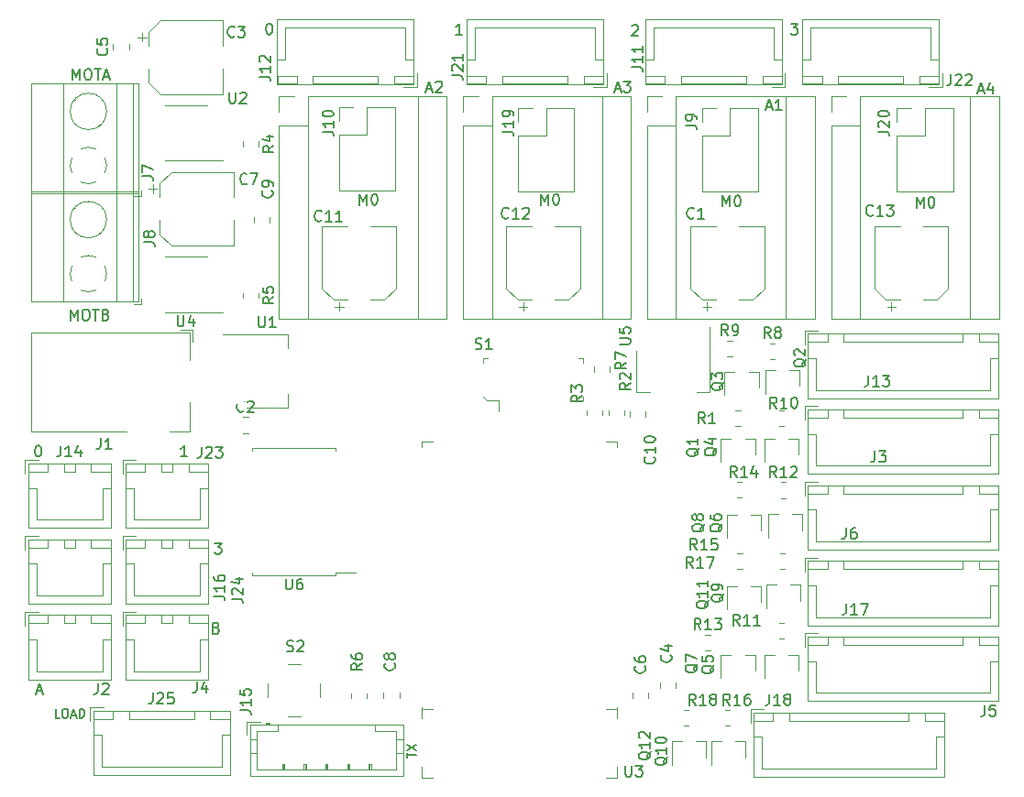
<source format=gto>
G04 #@! TF.GenerationSoftware,KiCad,Pcbnew,(5.1.9)-1*
G04 #@! TF.CreationDate,2021-04-30T00:53:10-05:00*
G04 #@! TF.ProjectId,A4,41342e6b-6963-4616-945f-706362585858,rev?*
G04 #@! TF.SameCoordinates,Original*
G04 #@! TF.FileFunction,Legend,Top*
G04 #@! TF.FilePolarity,Positive*
%FSLAX46Y46*%
G04 Gerber Fmt 4.6, Leading zero omitted, Abs format (unit mm)*
G04 Created by KiCad (PCBNEW (5.1.9)-1) date 2021-04-30 00:53:10*
%MOMM*%
%LPD*%
G01*
G04 APERTURE LIST*
%ADD10C,0.152400*%
%ADD11C,0.150000*%
%ADD12C,0.120000*%
%ADD13C,0.100000*%
%ADD14O,1.700000X1.950000*%
%ADD15R,3.500000X3.500000*%
%ADD16R,1.500000X2.000000*%
%ADD17R,3.800000X2.000000*%
%ADD18R,2.290000X3.000000*%
%ADD19C,0.600000*%
%ADD20R,1.100000X1.100000*%
%ADD21R,1.500000X0.900000*%
%ADD22R,0.900000X1.500000*%
%ADD23R,2.000000X1.500000*%
%ADD24R,2.000000X3.800000*%
%ADD25R,0.500000X0.700000*%
%ADD26R,0.200000X1.100000*%
%ADD27R,1.200000X2.500000*%
%ADD28R,0.800000X0.900000*%
%ADD29O,1.700000X2.000000*%
%ADD30O,1.700000X1.700000*%
%ADD31R,1.700000X1.700000*%
%ADD32O,1.200000X1.750000*%
%ADD33C,2.600000*%
%ADD34R,2.600000X2.600000*%
%ADD35O,1.600000X1.600000*%
%ADD36R,1.600000X1.600000*%
G04 APERTURE END LIST*
D10*
X200468895Y-118729276D02*
X200468895Y-118264819D01*
X201281695Y-118497047D02*
X200468895Y-118497047D01*
X200468895Y-118071295D02*
X201281695Y-117529428D01*
X200468895Y-117529428D02*
X201281695Y-118071295D01*
D11*
X196040476Y-67635380D02*
X196040476Y-66635380D01*
X196373809Y-67349666D01*
X196707142Y-66635380D01*
X196707142Y-67635380D01*
X197373809Y-66635380D02*
X197469047Y-66635380D01*
X197564285Y-66683000D01*
X197611904Y-66730619D01*
X197659523Y-66825857D01*
X197707142Y-67016333D01*
X197707142Y-67254428D01*
X197659523Y-67444904D01*
X197611904Y-67540142D01*
X197564285Y-67587761D01*
X197469047Y-67635380D01*
X197373809Y-67635380D01*
X197278571Y-67587761D01*
X197230952Y-67540142D01*
X197183333Y-67444904D01*
X197135714Y-67254428D01*
X197135714Y-67016333D01*
X197183333Y-66825857D01*
X197230952Y-66730619D01*
X197278571Y-66683000D01*
X197373809Y-66635380D01*
X212804476Y-67635380D02*
X212804476Y-66635380D01*
X213137809Y-67349666D01*
X213471142Y-66635380D01*
X213471142Y-67635380D01*
X214137809Y-66635380D02*
X214233047Y-66635380D01*
X214328285Y-66683000D01*
X214375904Y-66730619D01*
X214423523Y-66825857D01*
X214471142Y-67016333D01*
X214471142Y-67254428D01*
X214423523Y-67444904D01*
X214375904Y-67540142D01*
X214328285Y-67587761D01*
X214233047Y-67635380D01*
X214137809Y-67635380D01*
X214042571Y-67587761D01*
X213994952Y-67540142D01*
X213947333Y-67444904D01*
X213899714Y-67254428D01*
X213899714Y-67016333D01*
X213947333Y-66825857D01*
X213994952Y-66730619D01*
X214042571Y-66683000D01*
X214137809Y-66635380D01*
X229568476Y-67762380D02*
X229568476Y-66762380D01*
X229901809Y-67476666D01*
X230235142Y-66762380D01*
X230235142Y-67762380D01*
X230901809Y-66762380D02*
X230997047Y-66762380D01*
X231092285Y-66810000D01*
X231139904Y-66857619D01*
X231187523Y-66952857D01*
X231235142Y-67143333D01*
X231235142Y-67381428D01*
X231187523Y-67571904D01*
X231139904Y-67667142D01*
X231092285Y-67714761D01*
X230997047Y-67762380D01*
X230901809Y-67762380D01*
X230806571Y-67714761D01*
X230758952Y-67667142D01*
X230711333Y-67571904D01*
X230663714Y-67381428D01*
X230663714Y-67143333D01*
X230711333Y-66952857D01*
X230758952Y-66857619D01*
X230806571Y-66810000D01*
X230901809Y-66762380D01*
X247475476Y-67889380D02*
X247475476Y-66889380D01*
X247808809Y-67603666D01*
X248142142Y-66889380D01*
X248142142Y-67889380D01*
X248808809Y-66889380D02*
X248904047Y-66889380D01*
X248999285Y-66937000D01*
X249046904Y-66984619D01*
X249094523Y-67079857D01*
X249142142Y-67270333D01*
X249142142Y-67508428D01*
X249094523Y-67698904D01*
X249046904Y-67794142D01*
X248999285Y-67841761D01*
X248904047Y-67889380D01*
X248808809Y-67889380D01*
X248713571Y-67841761D01*
X248665952Y-67794142D01*
X248618333Y-67698904D01*
X248570714Y-67508428D01*
X248570714Y-67270333D01*
X248618333Y-67079857D01*
X248665952Y-66984619D01*
X248713571Y-66937000D01*
X248808809Y-66889380D01*
D10*
X168362085Y-115048695D02*
X167975038Y-115048695D01*
X167975038Y-114235895D01*
X168787838Y-114235895D02*
X168942657Y-114235895D01*
X169020066Y-114274600D01*
X169097476Y-114352009D01*
X169136180Y-114506828D01*
X169136180Y-114777761D01*
X169097476Y-114932580D01*
X169020066Y-115009990D01*
X168942657Y-115048695D01*
X168787838Y-115048695D01*
X168710428Y-115009990D01*
X168633019Y-114932580D01*
X168594314Y-114777761D01*
X168594314Y-114506828D01*
X168633019Y-114352009D01*
X168710428Y-114274600D01*
X168787838Y-114235895D01*
X169445819Y-114816466D02*
X169832866Y-114816466D01*
X169368409Y-115048695D02*
X169639342Y-114235895D01*
X169910276Y-115048695D01*
X170181209Y-115048695D02*
X170181209Y-114235895D01*
X170374733Y-114235895D01*
X170490847Y-114274600D01*
X170568257Y-114352009D01*
X170606961Y-114429419D01*
X170645666Y-114584238D01*
X170645666Y-114700352D01*
X170606961Y-114855171D01*
X170568257Y-114932580D01*
X170490847Y-115009990D01*
X170374733Y-115048695D01*
X170181209Y-115048695D01*
D11*
X166258904Y-112561666D02*
X166735095Y-112561666D01*
X166163666Y-112847380D02*
X166497000Y-111847380D01*
X166830333Y-112847380D01*
X182824428Y-106735571D02*
X182967285Y-106783190D01*
X183014904Y-106830809D01*
X183062523Y-106926047D01*
X183062523Y-107068904D01*
X183014904Y-107164142D01*
X182967285Y-107211761D01*
X182872047Y-107259380D01*
X182491095Y-107259380D01*
X182491095Y-106259380D01*
X182824428Y-106259380D01*
X182919666Y-106307000D01*
X182967285Y-106354619D01*
X183014904Y-106449857D01*
X183014904Y-106545095D01*
X182967285Y-106640333D01*
X182919666Y-106687952D01*
X182824428Y-106735571D01*
X182491095Y-106735571D01*
X182673666Y-98893380D02*
X183292714Y-98893380D01*
X182959380Y-99274333D01*
X183102238Y-99274333D01*
X183197476Y-99321952D01*
X183245095Y-99369571D01*
X183292714Y-99464809D01*
X183292714Y-99702904D01*
X183245095Y-99798142D01*
X183197476Y-99845761D01*
X183102238Y-99893380D01*
X182816523Y-99893380D01*
X182721285Y-99845761D01*
X182673666Y-99798142D01*
X180117714Y-90876380D02*
X179546285Y-90876380D01*
X179832000Y-90876380D02*
X179832000Y-89876380D01*
X179736761Y-90019238D01*
X179641523Y-90114476D01*
X179546285Y-90162095D01*
X166322380Y-89876380D02*
X166417619Y-89876380D01*
X166512857Y-89924000D01*
X166560476Y-89971619D01*
X166608095Y-90066857D01*
X166655714Y-90257333D01*
X166655714Y-90495428D01*
X166608095Y-90685904D01*
X166560476Y-90781142D01*
X166512857Y-90828761D01*
X166417619Y-90876380D01*
X166322380Y-90876380D01*
X166227142Y-90828761D01*
X166179523Y-90781142D01*
X166131904Y-90685904D01*
X166084285Y-90495428D01*
X166084285Y-90257333D01*
X166131904Y-90066857D01*
X166179523Y-89971619D01*
X166227142Y-89924000D01*
X166322380Y-89876380D01*
X169330904Y-78303380D02*
X169330904Y-77303380D01*
X169664238Y-78017666D01*
X169997571Y-77303380D01*
X169997571Y-78303380D01*
X170664238Y-77303380D02*
X170854714Y-77303380D01*
X170949952Y-77351000D01*
X171045190Y-77446238D01*
X171092809Y-77636714D01*
X171092809Y-77970047D01*
X171045190Y-78160523D01*
X170949952Y-78255761D01*
X170854714Y-78303380D01*
X170664238Y-78303380D01*
X170569000Y-78255761D01*
X170473761Y-78160523D01*
X170426142Y-77970047D01*
X170426142Y-77636714D01*
X170473761Y-77446238D01*
X170569000Y-77351000D01*
X170664238Y-77303380D01*
X171378523Y-77303380D02*
X171949952Y-77303380D01*
X171664238Y-78303380D02*
X171664238Y-77303380D01*
X172616619Y-77779571D02*
X172759476Y-77827190D01*
X172807095Y-77874809D01*
X172854714Y-77970047D01*
X172854714Y-78112904D01*
X172807095Y-78208142D01*
X172759476Y-78255761D01*
X172664238Y-78303380D01*
X172283285Y-78303380D01*
X172283285Y-77303380D01*
X172616619Y-77303380D01*
X172711857Y-77351000D01*
X172759476Y-77398619D01*
X172807095Y-77493857D01*
X172807095Y-77589095D01*
X172759476Y-77684333D01*
X172711857Y-77731952D01*
X172616619Y-77779571D01*
X172283285Y-77779571D01*
X169529333Y-56078380D02*
X169529333Y-55078380D01*
X169862666Y-55792666D01*
X170196000Y-55078380D01*
X170196000Y-56078380D01*
X170862666Y-55078380D02*
X171053142Y-55078380D01*
X171148380Y-55126000D01*
X171243619Y-55221238D01*
X171291238Y-55411714D01*
X171291238Y-55745047D01*
X171243619Y-55935523D01*
X171148380Y-56030761D01*
X171053142Y-56078380D01*
X170862666Y-56078380D01*
X170767428Y-56030761D01*
X170672190Y-55935523D01*
X170624571Y-55745047D01*
X170624571Y-55411714D01*
X170672190Y-55221238D01*
X170767428Y-55126000D01*
X170862666Y-55078380D01*
X171576952Y-55078380D02*
X172148380Y-55078380D01*
X171862666Y-56078380D02*
X171862666Y-55078380D01*
X172434095Y-55792666D02*
X172910285Y-55792666D01*
X172338857Y-56078380D02*
X172672190Y-55078380D01*
X173005523Y-56078380D01*
X235886666Y-50887380D02*
X236505714Y-50887380D01*
X236172380Y-51268333D01*
X236315238Y-51268333D01*
X236410476Y-51315952D01*
X236458095Y-51363571D01*
X236505714Y-51458809D01*
X236505714Y-51696904D01*
X236458095Y-51792142D01*
X236410476Y-51839761D01*
X236315238Y-51887380D01*
X236029523Y-51887380D01*
X235934285Y-51839761D01*
X235886666Y-51792142D01*
X221202285Y-51109619D02*
X221249904Y-51062000D01*
X221345142Y-51014380D01*
X221583238Y-51014380D01*
X221678476Y-51062000D01*
X221726095Y-51109619D01*
X221773714Y-51204857D01*
X221773714Y-51300095D01*
X221726095Y-51442952D01*
X221154666Y-52014380D01*
X221773714Y-52014380D01*
D10*
X205517714Y-51887380D02*
X204946285Y-51887380D01*
X205232000Y-51887380D02*
X205232000Y-50887380D01*
X205136761Y-51030238D01*
X205041523Y-51125476D01*
X204946285Y-51173095D01*
X187658828Y-50892528D02*
X187753171Y-50892528D01*
X187847514Y-50939700D01*
X187894685Y-50986871D01*
X187941857Y-51081214D01*
X187989028Y-51269900D01*
X187989028Y-51505757D01*
X187941857Y-51694442D01*
X187894685Y-51788785D01*
X187847514Y-51835957D01*
X187753171Y-51883128D01*
X187658828Y-51883128D01*
X187564485Y-51835957D01*
X187517314Y-51788785D01*
X187470142Y-51694442D01*
X187422971Y-51505757D01*
X187422971Y-51269900D01*
X187470142Y-51081214D01*
X187517314Y-50986871D01*
X187564485Y-50939700D01*
X187658828Y-50892528D01*
D12*
X190000000Y-90115000D02*
X186140000Y-90115000D01*
X186140000Y-90115000D02*
X186140000Y-90360000D01*
X190000000Y-90115000D02*
X193860000Y-90115000D01*
X193860000Y-90115000D02*
X193860000Y-90360000D01*
X190000000Y-101885000D02*
X186140000Y-101885000D01*
X186140000Y-101885000D02*
X186140000Y-101640000D01*
X190000000Y-101885000D02*
X193860000Y-101885000D01*
X193860000Y-101885000D02*
X193860000Y-101640000D01*
X193860000Y-101640000D02*
X195675000Y-101640000D01*
X171440000Y-114380000D02*
X171440000Y-120350000D01*
X171440000Y-120350000D02*
X184060000Y-120350000D01*
X184060000Y-120350000D02*
X184060000Y-114380000D01*
X184060000Y-114380000D02*
X171440000Y-114380000D01*
X174750000Y-114390000D02*
X174750000Y-115140000D01*
X174750000Y-115140000D02*
X180750000Y-115140000D01*
X180750000Y-115140000D02*
X180750000Y-114390000D01*
X180750000Y-114390000D02*
X174750000Y-114390000D01*
X171450000Y-114390000D02*
X171450000Y-115140000D01*
X171450000Y-115140000D02*
X173250000Y-115140000D01*
X173250000Y-115140000D02*
X173250000Y-114390000D01*
X173250000Y-114390000D02*
X171450000Y-114390000D01*
X182250000Y-114390000D02*
X182250000Y-115140000D01*
X182250000Y-115140000D02*
X184050000Y-115140000D01*
X184050000Y-115140000D02*
X184050000Y-114390000D01*
X184050000Y-114390000D02*
X182250000Y-114390000D01*
X171450000Y-116640000D02*
X172200000Y-116640000D01*
X172200000Y-116640000D02*
X172200000Y-119590000D01*
X172200000Y-119590000D02*
X177750000Y-119590000D01*
X184050000Y-116640000D02*
X183300000Y-116640000D01*
X183300000Y-116640000D02*
X183300000Y-119590000D01*
X183300000Y-119590000D02*
X177750000Y-119590000D01*
X172400000Y-114090000D02*
X171150000Y-114090000D01*
X171150000Y-114090000D02*
X171150000Y-115340000D01*
X222477000Y-86712248D02*
X222477000Y-87234752D01*
X221007000Y-86712248D02*
X221007000Y-87234752D01*
X180600000Y-80250000D02*
X180600000Y-79200000D01*
X179550000Y-79200000D02*
X180600000Y-79200000D01*
X174500000Y-88600000D02*
X165700000Y-88600000D01*
X165700000Y-88600000D02*
X165700000Y-79400000D01*
X180400000Y-85900000D02*
X180400000Y-88600000D01*
X180400000Y-88600000D02*
X178500000Y-88600000D01*
X165700000Y-79400000D02*
X180400000Y-79400000D01*
X180400000Y-79400000D02*
X180400000Y-82000000D01*
X221590000Y-84910000D02*
X222850000Y-84910000D01*
X228410000Y-84910000D02*
X227150000Y-84910000D01*
X221590000Y-81150000D02*
X221590000Y-84910000D01*
X228410000Y-78900000D02*
X228410000Y-84910000D01*
X180000000Y-72440000D02*
X178050000Y-72440000D01*
X180000000Y-72440000D02*
X181950000Y-72440000D01*
X180000000Y-77560000D02*
X178050000Y-77560000D01*
X180000000Y-77560000D02*
X183450000Y-77560000D01*
X202810000Y-120550000D02*
X201810000Y-120550000D01*
X201810000Y-120550000D02*
X201810000Y-119550000D01*
X218810000Y-120550000D02*
X219810000Y-120550000D01*
X219810000Y-120550000D02*
X219810000Y-119550000D01*
X218810000Y-114250000D02*
X219810000Y-114250000D01*
X219810000Y-114050000D02*
X219810000Y-115050000D01*
X202810000Y-114250000D02*
X201810000Y-114250000D01*
X201810000Y-114050000D02*
X201810000Y-115050000D01*
X219810000Y-90050000D02*
X219810000Y-89550000D01*
X219810000Y-89550000D02*
X218810000Y-89550000D01*
X202810000Y-89550000D02*
X201810000Y-89550000D01*
X201810000Y-89550000D02*
X201810000Y-90050000D01*
X180000000Y-58440000D02*
X178050000Y-58440000D01*
X180000000Y-58440000D02*
X181950000Y-58440000D01*
X180000000Y-63560000D02*
X178050000Y-63560000D01*
X180000000Y-63560000D02*
X183450000Y-63560000D01*
X189410000Y-86410000D02*
X189410000Y-85150000D01*
X189410000Y-79590000D02*
X189410000Y-80850000D01*
X185650000Y-86410000D02*
X189410000Y-86410000D01*
X183400000Y-79590000D02*
X189410000Y-79590000D01*
D13*
X190000000Y-114900000D02*
X190600000Y-114900000D01*
X190000000Y-114900000D02*
X189400000Y-114900000D01*
X187600000Y-112500000D02*
X187600000Y-111900000D01*
X187600000Y-112500000D02*
X187600000Y-113100000D01*
X190000000Y-110100000D02*
X190600000Y-110100000D01*
X190000000Y-110100000D02*
X189400000Y-110100000D01*
X192400000Y-112500000D02*
X192400000Y-111900000D01*
X192400000Y-112500000D02*
X192400000Y-113100000D01*
X207425000Y-85326000D02*
X207775000Y-85701000D01*
X207775000Y-85701000D02*
X208875000Y-85701000D01*
X208875000Y-85701000D02*
X208875000Y-86751000D01*
X207900000Y-81851000D02*
X207425000Y-81851000D01*
X207425000Y-81851000D02*
X207425000Y-82251000D01*
X216675000Y-85326000D02*
X216675000Y-85701000D01*
X216675000Y-85701000D02*
X216325000Y-85701000D01*
X216275000Y-81851000D02*
X216675000Y-81851000D01*
X216675000Y-81851000D02*
X216675000Y-82226000D01*
D12*
X225975936Y-114327000D02*
X226430064Y-114327000D01*
X225975936Y-115797000D02*
X226430064Y-115797000D01*
X230928936Y-99849000D02*
X231383064Y-99849000D01*
X230928936Y-101319000D02*
X231383064Y-101319000D01*
X229785936Y-114327000D02*
X230240064Y-114327000D01*
X229785936Y-115797000D02*
X230240064Y-115797000D01*
X234865936Y-99849000D02*
X235320064Y-99849000D01*
X234865936Y-101319000D02*
X235320064Y-101319000D01*
X230912936Y-93245000D02*
X231367064Y-93245000D01*
X230912936Y-94715000D02*
X231367064Y-94715000D01*
X227975936Y-107342000D02*
X228430064Y-107342000D01*
X227975936Y-108812000D02*
X228430064Y-108812000D01*
X234960936Y-93265000D02*
X235415064Y-93265000D01*
X234960936Y-94735000D02*
X235415064Y-94735000D01*
X234772936Y-106265000D02*
X235227064Y-106265000D01*
X234772936Y-107735000D02*
X235227064Y-107735000D01*
X234772936Y-86641000D02*
X235227064Y-86641000D01*
X234772936Y-88111000D02*
X235227064Y-88111000D01*
X230007936Y-80164000D02*
X230462064Y-80164000D01*
X230007936Y-81634000D02*
X230462064Y-81634000D01*
X233944936Y-80418000D02*
X234399064Y-80418000D01*
X233944936Y-81888000D02*
X234399064Y-81888000D01*
X219175000Y-82592936D02*
X219175000Y-83047064D01*
X217705000Y-82592936D02*
X217705000Y-83047064D01*
X196735000Y-112772936D02*
X196735000Y-113227064D01*
X195265000Y-112772936D02*
X195265000Y-113227064D01*
X186735000Y-75772936D02*
X186735000Y-76227064D01*
X185265000Y-75772936D02*
X185265000Y-76227064D01*
X186735000Y-61772936D02*
X186735000Y-62227064D01*
X185265000Y-61772936D02*
X185265000Y-62227064D01*
X217034000Y-87067064D02*
X217034000Y-86612936D01*
X218504000Y-87067064D02*
X218504000Y-86612936D01*
X220504000Y-86612936D02*
X220504000Y-87067064D01*
X219034000Y-86612936D02*
X219034000Y-87067064D01*
X230772936Y-86641000D02*
X231227064Y-86641000D01*
X230772936Y-88111000D02*
X231227064Y-88111000D01*
X228021000Y-117240000D02*
X227091000Y-117240000D01*
X224861000Y-117240000D02*
X225791000Y-117240000D01*
X224861000Y-117240000D02*
X224861000Y-119400000D01*
X228021000Y-117240000D02*
X228021000Y-118700000D01*
X233101000Y-102872000D02*
X232171000Y-102872000D01*
X229941000Y-102872000D02*
X230871000Y-102872000D01*
X229941000Y-102872000D02*
X229941000Y-105032000D01*
X233101000Y-102872000D02*
X233101000Y-104332000D01*
X231704000Y-117240000D02*
X230774000Y-117240000D01*
X228544000Y-117240000D02*
X229474000Y-117240000D01*
X228544000Y-117240000D02*
X228544000Y-119400000D01*
X231704000Y-117240000D02*
X231704000Y-118700000D01*
X236784000Y-102745000D02*
X235854000Y-102745000D01*
X233624000Y-102745000D02*
X234554000Y-102745000D01*
X233624000Y-102745000D02*
X233624000Y-104905000D01*
X236784000Y-102745000D02*
X236784000Y-104205000D01*
X233101000Y-96268000D02*
X232171000Y-96268000D01*
X229941000Y-96268000D02*
X230871000Y-96268000D01*
X229941000Y-96268000D02*
X229941000Y-98428000D01*
X233101000Y-96268000D02*
X233101000Y-97728000D01*
X232580000Y-109240000D02*
X231650000Y-109240000D01*
X229420000Y-109240000D02*
X230350000Y-109240000D01*
X229420000Y-109240000D02*
X229420000Y-111400000D01*
X232580000Y-109240000D02*
X232580000Y-110700000D01*
X236911000Y-96240000D02*
X235981000Y-96240000D01*
X233751000Y-96240000D02*
X234681000Y-96240000D01*
X233751000Y-96240000D02*
X233751000Y-98400000D01*
X236911000Y-96240000D02*
X236911000Y-97700000D01*
X236580000Y-109240000D02*
X235650000Y-109240000D01*
X233420000Y-109240000D02*
X234350000Y-109240000D01*
X233420000Y-109240000D02*
X233420000Y-111400000D01*
X236580000Y-109240000D02*
X236580000Y-110700000D01*
X236580000Y-89240000D02*
X235650000Y-89240000D01*
X233420000Y-89240000D02*
X234350000Y-89240000D01*
X233420000Y-89240000D02*
X233420000Y-91400000D01*
X236580000Y-89240000D02*
X236580000Y-90700000D01*
X232908000Y-83044000D02*
X231978000Y-83044000D01*
X229748000Y-83044000D02*
X230678000Y-83044000D01*
X229748000Y-83044000D02*
X229748000Y-85204000D01*
X232908000Y-83044000D02*
X232908000Y-84504000D01*
X236657000Y-82917000D02*
X235727000Y-82917000D01*
X233497000Y-82917000D02*
X234427000Y-82917000D01*
X233497000Y-82917000D02*
X233497000Y-85077000D01*
X236657000Y-82917000D02*
X236657000Y-84377000D01*
X232580000Y-89240000D02*
X231650000Y-89240000D01*
X229420000Y-89240000D02*
X230350000Y-89240000D01*
X229420000Y-89240000D02*
X229420000Y-91400000D01*
X232580000Y-89240000D02*
X232580000Y-90700000D01*
X174440000Y-98540000D02*
X174440000Y-104510000D01*
X174440000Y-104510000D02*
X182060000Y-104510000D01*
X182060000Y-104510000D02*
X182060000Y-98540000D01*
X182060000Y-98540000D02*
X174440000Y-98540000D01*
X177750000Y-98550000D02*
X177750000Y-99300000D01*
X177750000Y-99300000D02*
X178750000Y-99300000D01*
X178750000Y-99300000D02*
X178750000Y-98550000D01*
X178750000Y-98550000D02*
X177750000Y-98550000D01*
X174450000Y-98550000D02*
X174450000Y-99300000D01*
X174450000Y-99300000D02*
X176250000Y-99300000D01*
X176250000Y-99300000D02*
X176250000Y-98550000D01*
X176250000Y-98550000D02*
X174450000Y-98550000D01*
X180250000Y-98550000D02*
X180250000Y-99300000D01*
X180250000Y-99300000D02*
X182050000Y-99300000D01*
X182050000Y-99300000D02*
X182050000Y-98550000D01*
X182050000Y-98550000D02*
X180250000Y-98550000D01*
X174450000Y-100800000D02*
X175200000Y-100800000D01*
X175200000Y-100800000D02*
X175200000Y-103750000D01*
X175200000Y-103750000D02*
X178250000Y-103750000D01*
X182050000Y-100800000D02*
X181300000Y-100800000D01*
X181300000Y-100800000D02*
X181300000Y-103750000D01*
X181300000Y-103750000D02*
X178250000Y-103750000D01*
X175400000Y-98250000D02*
X174150000Y-98250000D01*
X174150000Y-98250000D02*
X174150000Y-99500000D01*
X174440000Y-91540000D02*
X174440000Y-97510000D01*
X174440000Y-97510000D02*
X182060000Y-97510000D01*
X182060000Y-97510000D02*
X182060000Y-91540000D01*
X182060000Y-91540000D02*
X174440000Y-91540000D01*
X177750000Y-91550000D02*
X177750000Y-92300000D01*
X177750000Y-92300000D02*
X178750000Y-92300000D01*
X178750000Y-92300000D02*
X178750000Y-91550000D01*
X178750000Y-91550000D02*
X177750000Y-91550000D01*
X174450000Y-91550000D02*
X174450000Y-92300000D01*
X174450000Y-92300000D02*
X176250000Y-92300000D01*
X176250000Y-92300000D02*
X176250000Y-91550000D01*
X176250000Y-91550000D02*
X174450000Y-91550000D01*
X180250000Y-91550000D02*
X180250000Y-92300000D01*
X180250000Y-92300000D02*
X182050000Y-92300000D01*
X182050000Y-92300000D02*
X182050000Y-91550000D01*
X182050000Y-91550000D02*
X180250000Y-91550000D01*
X174450000Y-93800000D02*
X175200000Y-93800000D01*
X175200000Y-93800000D02*
X175200000Y-96750000D01*
X175200000Y-96750000D02*
X178250000Y-96750000D01*
X182050000Y-93800000D02*
X181300000Y-93800000D01*
X181300000Y-93800000D02*
X181300000Y-96750000D01*
X181300000Y-96750000D02*
X178250000Y-96750000D01*
X175400000Y-91250000D02*
X174150000Y-91250000D01*
X174150000Y-91250000D02*
X174150000Y-92500000D01*
X249560000Y-56460000D02*
X249560000Y-50490000D01*
X249560000Y-50490000D02*
X236940000Y-50490000D01*
X236940000Y-50490000D02*
X236940000Y-56460000D01*
X236940000Y-56460000D02*
X249560000Y-56460000D01*
X246250000Y-56450000D02*
X246250000Y-55700000D01*
X246250000Y-55700000D02*
X240250000Y-55700000D01*
X240250000Y-55700000D02*
X240250000Y-56450000D01*
X240250000Y-56450000D02*
X246250000Y-56450000D01*
X249550000Y-56450000D02*
X249550000Y-55700000D01*
X249550000Y-55700000D02*
X247750000Y-55700000D01*
X247750000Y-55700000D02*
X247750000Y-56450000D01*
X247750000Y-56450000D02*
X249550000Y-56450000D01*
X238750000Y-56450000D02*
X238750000Y-55700000D01*
X238750000Y-55700000D02*
X236950000Y-55700000D01*
X236950000Y-55700000D02*
X236950000Y-56450000D01*
X236950000Y-56450000D02*
X238750000Y-56450000D01*
X249550000Y-54200000D02*
X248800000Y-54200000D01*
X248800000Y-54200000D02*
X248800000Y-51250000D01*
X248800000Y-51250000D02*
X243250000Y-51250000D01*
X236950000Y-54200000D02*
X237700000Y-54200000D01*
X237700000Y-54200000D02*
X237700000Y-51250000D01*
X237700000Y-51250000D02*
X243250000Y-51250000D01*
X248600000Y-56750000D02*
X249850000Y-56750000D01*
X249850000Y-56750000D02*
X249850000Y-55500000D01*
X218560000Y-56460000D02*
X218560000Y-50490000D01*
X218560000Y-50490000D02*
X205940000Y-50490000D01*
X205940000Y-50490000D02*
X205940000Y-56460000D01*
X205940000Y-56460000D02*
X218560000Y-56460000D01*
X215250000Y-56450000D02*
X215250000Y-55700000D01*
X215250000Y-55700000D02*
X209250000Y-55700000D01*
X209250000Y-55700000D02*
X209250000Y-56450000D01*
X209250000Y-56450000D02*
X215250000Y-56450000D01*
X218550000Y-56450000D02*
X218550000Y-55700000D01*
X218550000Y-55700000D02*
X216750000Y-55700000D01*
X216750000Y-55700000D02*
X216750000Y-56450000D01*
X216750000Y-56450000D02*
X218550000Y-56450000D01*
X207750000Y-56450000D02*
X207750000Y-55700000D01*
X207750000Y-55700000D02*
X205950000Y-55700000D01*
X205950000Y-55700000D02*
X205950000Y-56450000D01*
X205950000Y-56450000D02*
X207750000Y-56450000D01*
X218550000Y-54200000D02*
X217800000Y-54200000D01*
X217800000Y-54200000D02*
X217800000Y-51250000D01*
X217800000Y-51250000D02*
X212250000Y-51250000D01*
X205950000Y-54200000D02*
X206700000Y-54200000D01*
X206700000Y-54200000D02*
X206700000Y-51250000D01*
X206700000Y-51250000D02*
X212250000Y-51250000D01*
X217600000Y-56750000D02*
X218850000Y-56750000D01*
X218850000Y-56750000D02*
X218850000Y-55500000D01*
X245670000Y-66410000D02*
X250870000Y-66410000D01*
X245670000Y-61270000D02*
X245670000Y-66410000D01*
X250870000Y-58670000D02*
X250870000Y-66410000D01*
X245670000Y-61270000D02*
X248270000Y-61270000D01*
X248270000Y-61270000D02*
X248270000Y-58670000D01*
X248270000Y-58670000D02*
X250870000Y-58670000D01*
X245670000Y-60000000D02*
X245670000Y-58670000D01*
X245670000Y-58670000D02*
X247000000Y-58670000D01*
X210670000Y-66410000D02*
X215870000Y-66410000D01*
X210670000Y-61270000D02*
X210670000Y-66410000D01*
X215870000Y-58670000D02*
X215870000Y-66410000D01*
X210670000Y-61270000D02*
X213270000Y-61270000D01*
X213270000Y-61270000D02*
X213270000Y-58670000D01*
X213270000Y-58670000D02*
X215870000Y-58670000D01*
X210670000Y-60000000D02*
X210670000Y-58670000D01*
X210670000Y-58670000D02*
X212000000Y-58670000D01*
X232440000Y-114540000D02*
X232440000Y-120510000D01*
X232440000Y-120510000D02*
X250060000Y-120510000D01*
X250060000Y-120510000D02*
X250060000Y-114540000D01*
X250060000Y-114540000D02*
X232440000Y-114540000D01*
X235750000Y-114550000D02*
X235750000Y-115300000D01*
X235750000Y-115300000D02*
X246750000Y-115300000D01*
X246750000Y-115300000D02*
X246750000Y-114550000D01*
X246750000Y-114550000D02*
X235750000Y-114550000D01*
X232450000Y-114550000D02*
X232450000Y-115300000D01*
X232450000Y-115300000D02*
X234250000Y-115300000D01*
X234250000Y-115300000D02*
X234250000Y-114550000D01*
X234250000Y-114550000D02*
X232450000Y-114550000D01*
X248250000Y-114550000D02*
X248250000Y-115300000D01*
X248250000Y-115300000D02*
X250050000Y-115300000D01*
X250050000Y-115300000D02*
X250050000Y-114550000D01*
X250050000Y-114550000D02*
X248250000Y-114550000D01*
X232450000Y-116800000D02*
X233200000Y-116800000D01*
X233200000Y-116800000D02*
X233200000Y-119750000D01*
X233200000Y-119750000D02*
X241250000Y-119750000D01*
X250050000Y-116800000D02*
X249300000Y-116800000D01*
X249300000Y-116800000D02*
X249300000Y-119750000D01*
X249300000Y-119750000D02*
X241250000Y-119750000D01*
X233400000Y-114250000D02*
X232150000Y-114250000D01*
X232150000Y-114250000D02*
X232150000Y-115500000D01*
X237440000Y-100540000D02*
X237440000Y-106510000D01*
X237440000Y-106510000D02*
X255060000Y-106510000D01*
X255060000Y-106510000D02*
X255060000Y-100540000D01*
X255060000Y-100540000D02*
X237440000Y-100540000D01*
X240750000Y-100550000D02*
X240750000Y-101300000D01*
X240750000Y-101300000D02*
X251750000Y-101300000D01*
X251750000Y-101300000D02*
X251750000Y-100550000D01*
X251750000Y-100550000D02*
X240750000Y-100550000D01*
X237450000Y-100550000D02*
X237450000Y-101300000D01*
X237450000Y-101300000D02*
X239250000Y-101300000D01*
X239250000Y-101300000D02*
X239250000Y-100550000D01*
X239250000Y-100550000D02*
X237450000Y-100550000D01*
X253250000Y-100550000D02*
X253250000Y-101300000D01*
X253250000Y-101300000D02*
X255050000Y-101300000D01*
X255050000Y-101300000D02*
X255050000Y-100550000D01*
X255050000Y-100550000D02*
X253250000Y-100550000D01*
X237450000Y-102800000D02*
X238200000Y-102800000D01*
X238200000Y-102800000D02*
X238200000Y-105750000D01*
X238200000Y-105750000D02*
X246250000Y-105750000D01*
X255050000Y-102800000D02*
X254300000Y-102800000D01*
X254300000Y-102800000D02*
X254300000Y-105750000D01*
X254300000Y-105750000D02*
X246250000Y-105750000D01*
X238400000Y-100250000D02*
X237150000Y-100250000D01*
X237150000Y-100250000D02*
X237150000Y-101500000D01*
X165440000Y-98540000D02*
X165440000Y-104510000D01*
X165440000Y-104510000D02*
X173060000Y-104510000D01*
X173060000Y-104510000D02*
X173060000Y-98540000D01*
X173060000Y-98540000D02*
X165440000Y-98540000D01*
X168750000Y-98550000D02*
X168750000Y-99300000D01*
X168750000Y-99300000D02*
X169750000Y-99300000D01*
X169750000Y-99300000D02*
X169750000Y-98550000D01*
X169750000Y-98550000D02*
X168750000Y-98550000D01*
X165450000Y-98550000D02*
X165450000Y-99300000D01*
X165450000Y-99300000D02*
X167250000Y-99300000D01*
X167250000Y-99300000D02*
X167250000Y-98550000D01*
X167250000Y-98550000D02*
X165450000Y-98550000D01*
X171250000Y-98550000D02*
X171250000Y-99300000D01*
X171250000Y-99300000D02*
X173050000Y-99300000D01*
X173050000Y-99300000D02*
X173050000Y-98550000D01*
X173050000Y-98550000D02*
X171250000Y-98550000D01*
X165450000Y-100800000D02*
X166200000Y-100800000D01*
X166200000Y-100800000D02*
X166200000Y-103750000D01*
X166200000Y-103750000D02*
X169250000Y-103750000D01*
X173050000Y-100800000D02*
X172300000Y-100800000D01*
X172300000Y-100800000D02*
X172300000Y-103750000D01*
X172300000Y-103750000D02*
X169250000Y-103750000D01*
X166400000Y-98250000D02*
X165150000Y-98250000D01*
X165150000Y-98250000D02*
X165150000Y-99500000D01*
X185940000Y-115690000D02*
X185940000Y-120410000D01*
X185940000Y-120410000D02*
X200060000Y-120410000D01*
X200060000Y-120410000D02*
X200060000Y-115690000D01*
X200060000Y-115690000D02*
X185940000Y-115690000D01*
X187700000Y-115690000D02*
X187700000Y-115490000D01*
X187700000Y-115490000D02*
X187400000Y-115490000D01*
X187400000Y-115490000D02*
X187400000Y-115690000D01*
X187700000Y-115590000D02*
X187400000Y-115590000D01*
X188500000Y-115690000D02*
X188500000Y-116300000D01*
X188500000Y-116300000D02*
X186550000Y-116300000D01*
X186550000Y-116300000D02*
X186550000Y-119800000D01*
X186550000Y-119800000D02*
X199450000Y-119800000D01*
X199450000Y-119800000D02*
X199450000Y-116300000D01*
X199450000Y-116300000D02*
X197500000Y-116300000D01*
X197500000Y-116300000D02*
X197500000Y-115690000D01*
X185940000Y-117000000D02*
X186550000Y-117000000D01*
X185940000Y-118300000D02*
X186550000Y-118300000D01*
X200060000Y-117000000D02*
X199450000Y-117000000D01*
X200060000Y-118300000D02*
X199450000Y-118300000D01*
X188900000Y-119800000D02*
X188900000Y-119300000D01*
X188900000Y-119300000D02*
X189100000Y-119300000D01*
X189100000Y-119300000D02*
X189100000Y-119800000D01*
X189000000Y-119800000D02*
X189000000Y-119300000D01*
X190900000Y-119800000D02*
X190900000Y-119300000D01*
X190900000Y-119300000D02*
X191100000Y-119300000D01*
X191100000Y-119300000D02*
X191100000Y-119800000D01*
X191000000Y-119800000D02*
X191000000Y-119300000D01*
X192900000Y-119800000D02*
X192900000Y-119300000D01*
X192900000Y-119300000D02*
X193100000Y-119300000D01*
X193100000Y-119300000D02*
X193100000Y-119800000D01*
X193000000Y-119800000D02*
X193000000Y-119300000D01*
X194900000Y-119800000D02*
X194900000Y-119300000D01*
X194900000Y-119300000D02*
X195100000Y-119300000D01*
X195100000Y-119300000D02*
X195100000Y-119800000D01*
X195000000Y-119800000D02*
X195000000Y-119300000D01*
X196900000Y-119800000D02*
X196900000Y-119300000D01*
X196900000Y-119300000D02*
X197100000Y-119300000D01*
X197100000Y-119300000D02*
X197100000Y-119800000D01*
X197000000Y-119800000D02*
X197000000Y-119300000D01*
X186890000Y-115390000D02*
X185640000Y-115390000D01*
X185640000Y-115390000D02*
X185640000Y-116640000D01*
X165440000Y-91540000D02*
X165440000Y-97510000D01*
X165440000Y-97510000D02*
X173060000Y-97510000D01*
X173060000Y-97510000D02*
X173060000Y-91540000D01*
X173060000Y-91540000D02*
X165440000Y-91540000D01*
X168750000Y-91550000D02*
X168750000Y-92300000D01*
X168750000Y-92300000D02*
X169750000Y-92300000D01*
X169750000Y-92300000D02*
X169750000Y-91550000D01*
X169750000Y-91550000D02*
X168750000Y-91550000D01*
X165450000Y-91550000D02*
X165450000Y-92300000D01*
X165450000Y-92300000D02*
X167250000Y-92300000D01*
X167250000Y-92300000D02*
X167250000Y-91550000D01*
X167250000Y-91550000D02*
X165450000Y-91550000D01*
X171250000Y-91550000D02*
X171250000Y-92300000D01*
X171250000Y-92300000D02*
X173050000Y-92300000D01*
X173050000Y-92300000D02*
X173050000Y-91550000D01*
X173050000Y-91550000D02*
X171250000Y-91550000D01*
X165450000Y-93800000D02*
X166200000Y-93800000D01*
X166200000Y-93800000D02*
X166200000Y-96750000D01*
X166200000Y-96750000D02*
X169250000Y-96750000D01*
X173050000Y-93800000D02*
X172300000Y-93800000D01*
X172300000Y-93800000D02*
X172300000Y-96750000D01*
X172300000Y-96750000D02*
X169250000Y-96750000D01*
X166400000Y-91250000D02*
X165150000Y-91250000D01*
X165150000Y-91250000D02*
X165150000Y-92500000D01*
X237440000Y-79540000D02*
X237440000Y-85510000D01*
X237440000Y-85510000D02*
X255060000Y-85510000D01*
X255060000Y-85510000D02*
X255060000Y-79540000D01*
X255060000Y-79540000D02*
X237440000Y-79540000D01*
X240750000Y-79550000D02*
X240750000Y-80300000D01*
X240750000Y-80300000D02*
X251750000Y-80300000D01*
X251750000Y-80300000D02*
X251750000Y-79550000D01*
X251750000Y-79550000D02*
X240750000Y-79550000D01*
X237450000Y-79550000D02*
X237450000Y-80300000D01*
X237450000Y-80300000D02*
X239250000Y-80300000D01*
X239250000Y-80300000D02*
X239250000Y-79550000D01*
X239250000Y-79550000D02*
X237450000Y-79550000D01*
X253250000Y-79550000D02*
X253250000Y-80300000D01*
X253250000Y-80300000D02*
X255050000Y-80300000D01*
X255050000Y-80300000D02*
X255050000Y-79550000D01*
X255050000Y-79550000D02*
X253250000Y-79550000D01*
X237450000Y-81800000D02*
X238200000Y-81800000D01*
X238200000Y-81800000D02*
X238200000Y-84750000D01*
X238200000Y-84750000D02*
X246250000Y-84750000D01*
X255050000Y-81800000D02*
X254300000Y-81800000D01*
X254300000Y-81800000D02*
X254300000Y-84750000D01*
X254300000Y-84750000D02*
X246250000Y-84750000D01*
X238400000Y-79250000D02*
X237150000Y-79250000D01*
X237150000Y-79250000D02*
X237150000Y-80500000D01*
X201060000Y-56460000D02*
X201060000Y-50490000D01*
X201060000Y-50490000D02*
X188440000Y-50490000D01*
X188440000Y-50490000D02*
X188440000Y-56460000D01*
X188440000Y-56460000D02*
X201060000Y-56460000D01*
X197750000Y-56450000D02*
X197750000Y-55700000D01*
X197750000Y-55700000D02*
X191750000Y-55700000D01*
X191750000Y-55700000D02*
X191750000Y-56450000D01*
X191750000Y-56450000D02*
X197750000Y-56450000D01*
X201050000Y-56450000D02*
X201050000Y-55700000D01*
X201050000Y-55700000D02*
X199250000Y-55700000D01*
X199250000Y-55700000D02*
X199250000Y-56450000D01*
X199250000Y-56450000D02*
X201050000Y-56450000D01*
X190250000Y-56450000D02*
X190250000Y-55700000D01*
X190250000Y-55700000D02*
X188450000Y-55700000D01*
X188450000Y-55700000D02*
X188450000Y-56450000D01*
X188450000Y-56450000D02*
X190250000Y-56450000D01*
X201050000Y-54200000D02*
X200300000Y-54200000D01*
X200300000Y-54200000D02*
X200300000Y-51250000D01*
X200300000Y-51250000D02*
X194750000Y-51250000D01*
X188450000Y-54200000D02*
X189200000Y-54200000D01*
X189200000Y-54200000D02*
X189200000Y-51250000D01*
X189200000Y-51250000D02*
X194750000Y-51250000D01*
X200100000Y-56750000D02*
X201350000Y-56750000D01*
X201350000Y-56750000D02*
X201350000Y-55500000D01*
X235060000Y-56460000D02*
X235060000Y-50490000D01*
X235060000Y-50490000D02*
X222440000Y-50490000D01*
X222440000Y-50490000D02*
X222440000Y-56460000D01*
X222440000Y-56460000D02*
X235060000Y-56460000D01*
X231750000Y-56450000D02*
X231750000Y-55700000D01*
X231750000Y-55700000D02*
X225750000Y-55700000D01*
X225750000Y-55700000D02*
X225750000Y-56450000D01*
X225750000Y-56450000D02*
X231750000Y-56450000D01*
X235050000Y-56450000D02*
X235050000Y-55700000D01*
X235050000Y-55700000D02*
X233250000Y-55700000D01*
X233250000Y-55700000D02*
X233250000Y-56450000D01*
X233250000Y-56450000D02*
X235050000Y-56450000D01*
X224250000Y-56450000D02*
X224250000Y-55700000D01*
X224250000Y-55700000D02*
X222450000Y-55700000D01*
X222450000Y-55700000D02*
X222450000Y-56450000D01*
X222450000Y-56450000D02*
X224250000Y-56450000D01*
X235050000Y-54200000D02*
X234300000Y-54200000D01*
X234300000Y-54200000D02*
X234300000Y-51250000D01*
X234300000Y-51250000D02*
X228750000Y-51250000D01*
X222450000Y-54200000D02*
X223200000Y-54200000D01*
X223200000Y-54200000D02*
X223200000Y-51250000D01*
X223200000Y-51250000D02*
X228750000Y-51250000D01*
X234100000Y-56750000D02*
X235350000Y-56750000D01*
X235350000Y-56750000D02*
X235350000Y-55500000D01*
X194130000Y-66330000D02*
X199330000Y-66330000D01*
X194130000Y-61190000D02*
X194130000Y-66330000D01*
X199330000Y-58590000D02*
X199330000Y-66330000D01*
X194130000Y-61190000D02*
X196730000Y-61190000D01*
X196730000Y-61190000D02*
X196730000Y-58590000D01*
X196730000Y-58590000D02*
X199330000Y-58590000D01*
X194130000Y-59920000D02*
X194130000Y-58590000D01*
X194130000Y-58590000D02*
X195460000Y-58590000D01*
X227670000Y-66410000D02*
X232870000Y-66410000D01*
X227670000Y-61270000D02*
X227670000Y-66410000D01*
X232870000Y-58670000D02*
X232870000Y-66410000D01*
X227670000Y-61270000D02*
X230270000Y-61270000D01*
X230270000Y-61270000D02*
X230270000Y-58670000D01*
X230270000Y-58670000D02*
X232870000Y-58670000D01*
X227670000Y-60000000D02*
X227670000Y-58670000D01*
X227670000Y-58670000D02*
X229000000Y-58670000D01*
X172680000Y-69000000D02*
G75*
G03*
X172680000Y-69000000I-1680000J0D01*
G01*
X175100000Y-76560000D02*
X175100000Y-66440000D01*
X173600000Y-76560000D02*
X173600000Y-66440000D01*
X168699000Y-76560000D02*
X168699000Y-66440000D01*
X165739000Y-76560000D02*
X165739000Y-66440000D01*
X175660000Y-76560000D02*
X175660000Y-66440000D01*
X165739000Y-76560000D02*
X175660000Y-76560000D01*
X165739000Y-66440000D02*
X175660000Y-66440000D01*
X169931000Y-67725000D02*
X169977000Y-67772000D01*
X172239000Y-70034000D02*
X172274000Y-70069000D01*
X169725000Y-67930000D02*
X169761000Y-67965000D01*
X172023000Y-70227000D02*
X172069000Y-70274000D01*
X175160000Y-76800000D02*
X175900000Y-76800000D01*
X175900000Y-76800000D02*
X175900000Y-76300000D01*
X172680253Y-73971195D02*
G75*
G02*
X172535000Y-74684000I-1680253J-28805D01*
G01*
X171683042Y-75535426D02*
G75*
G02*
X170316000Y-75535000I-683042J1535426D01*
G01*
X169464574Y-74683042D02*
G75*
G02*
X169465000Y-73316000I1535426J683042D01*
G01*
X170316958Y-72464574D02*
G75*
G02*
X171684000Y-72465000I683042J-1535426D01*
G01*
X172534756Y-73316682D02*
G75*
G02*
X172680000Y-74000000I-1534756J-683318D01*
G01*
X172680000Y-59000000D02*
G75*
G03*
X172680000Y-59000000I-1680000J0D01*
G01*
X175100000Y-66560000D02*
X175100000Y-56440000D01*
X173600000Y-66560000D02*
X173600000Y-56440000D01*
X168699000Y-66560000D02*
X168699000Y-56440000D01*
X165739000Y-66560000D02*
X165739000Y-56440000D01*
X175660000Y-66560000D02*
X175660000Y-56440000D01*
X165739000Y-66560000D02*
X175660000Y-66560000D01*
X165739000Y-56440000D02*
X175660000Y-56440000D01*
X169931000Y-57725000D02*
X169977000Y-57772000D01*
X172239000Y-60034000D02*
X172274000Y-60069000D01*
X169725000Y-57930000D02*
X169761000Y-57965000D01*
X172023000Y-60227000D02*
X172069000Y-60274000D01*
X175160000Y-66800000D02*
X175900000Y-66800000D01*
X175900000Y-66800000D02*
X175900000Y-66300000D01*
X172680253Y-63971195D02*
G75*
G02*
X172535000Y-64684000I-1680253J-28805D01*
G01*
X171683042Y-65535426D02*
G75*
G02*
X170316000Y-65535000I-683042J1535426D01*
G01*
X169464574Y-64683042D02*
G75*
G02*
X169465000Y-63316000I1535426J683042D01*
G01*
X170316958Y-62464574D02*
G75*
G02*
X171684000Y-62465000I683042J-1535426D01*
G01*
X172534756Y-63316682D02*
G75*
G02*
X172680000Y-64000000I-1534756J-683318D01*
G01*
X237440000Y-93540000D02*
X237440000Y-99510000D01*
X237440000Y-99510000D02*
X255060000Y-99510000D01*
X255060000Y-99510000D02*
X255060000Y-93540000D01*
X255060000Y-93540000D02*
X237440000Y-93540000D01*
X240750000Y-93550000D02*
X240750000Y-94300000D01*
X240750000Y-94300000D02*
X251750000Y-94300000D01*
X251750000Y-94300000D02*
X251750000Y-93550000D01*
X251750000Y-93550000D02*
X240750000Y-93550000D01*
X237450000Y-93550000D02*
X237450000Y-94300000D01*
X237450000Y-94300000D02*
X239250000Y-94300000D01*
X239250000Y-94300000D02*
X239250000Y-93550000D01*
X239250000Y-93550000D02*
X237450000Y-93550000D01*
X253250000Y-93550000D02*
X253250000Y-94300000D01*
X253250000Y-94300000D02*
X255050000Y-94300000D01*
X255050000Y-94300000D02*
X255050000Y-93550000D01*
X255050000Y-93550000D02*
X253250000Y-93550000D01*
X237450000Y-95800000D02*
X238200000Y-95800000D01*
X238200000Y-95800000D02*
X238200000Y-98750000D01*
X238200000Y-98750000D02*
X246250000Y-98750000D01*
X255050000Y-95800000D02*
X254300000Y-95800000D01*
X254300000Y-95800000D02*
X254300000Y-98750000D01*
X254300000Y-98750000D02*
X246250000Y-98750000D01*
X238400000Y-93250000D02*
X237150000Y-93250000D01*
X237150000Y-93250000D02*
X237150000Y-94500000D01*
X237440000Y-107540000D02*
X237440000Y-113510000D01*
X237440000Y-113510000D02*
X255060000Y-113510000D01*
X255060000Y-113510000D02*
X255060000Y-107540000D01*
X255060000Y-107540000D02*
X237440000Y-107540000D01*
X240750000Y-107550000D02*
X240750000Y-108300000D01*
X240750000Y-108300000D02*
X251750000Y-108300000D01*
X251750000Y-108300000D02*
X251750000Y-107550000D01*
X251750000Y-107550000D02*
X240750000Y-107550000D01*
X237450000Y-107550000D02*
X237450000Y-108300000D01*
X237450000Y-108300000D02*
X239250000Y-108300000D01*
X239250000Y-108300000D02*
X239250000Y-107550000D01*
X239250000Y-107550000D02*
X237450000Y-107550000D01*
X253250000Y-107550000D02*
X253250000Y-108300000D01*
X253250000Y-108300000D02*
X255050000Y-108300000D01*
X255050000Y-108300000D02*
X255050000Y-107550000D01*
X255050000Y-107550000D02*
X253250000Y-107550000D01*
X237450000Y-109800000D02*
X238200000Y-109800000D01*
X238200000Y-109800000D02*
X238200000Y-112750000D01*
X238200000Y-112750000D02*
X246250000Y-112750000D01*
X255050000Y-109800000D02*
X254300000Y-109800000D01*
X254300000Y-109800000D02*
X254300000Y-112750000D01*
X254300000Y-112750000D02*
X246250000Y-112750000D01*
X238400000Y-107250000D02*
X237150000Y-107250000D01*
X237150000Y-107250000D02*
X237150000Y-108500000D01*
X174440000Y-105540000D02*
X174440000Y-111510000D01*
X174440000Y-111510000D02*
X182060000Y-111510000D01*
X182060000Y-111510000D02*
X182060000Y-105540000D01*
X182060000Y-105540000D02*
X174440000Y-105540000D01*
X177750000Y-105550000D02*
X177750000Y-106300000D01*
X177750000Y-106300000D02*
X178750000Y-106300000D01*
X178750000Y-106300000D02*
X178750000Y-105550000D01*
X178750000Y-105550000D02*
X177750000Y-105550000D01*
X174450000Y-105550000D02*
X174450000Y-106300000D01*
X174450000Y-106300000D02*
X176250000Y-106300000D01*
X176250000Y-106300000D02*
X176250000Y-105550000D01*
X176250000Y-105550000D02*
X174450000Y-105550000D01*
X180250000Y-105550000D02*
X180250000Y-106300000D01*
X180250000Y-106300000D02*
X182050000Y-106300000D01*
X182050000Y-106300000D02*
X182050000Y-105550000D01*
X182050000Y-105550000D02*
X180250000Y-105550000D01*
X174450000Y-107800000D02*
X175200000Y-107800000D01*
X175200000Y-107800000D02*
X175200000Y-110750000D01*
X175200000Y-110750000D02*
X178250000Y-110750000D01*
X182050000Y-107800000D02*
X181300000Y-107800000D01*
X181300000Y-107800000D02*
X181300000Y-110750000D01*
X181300000Y-110750000D02*
X178250000Y-110750000D01*
X175400000Y-105250000D02*
X174150000Y-105250000D01*
X174150000Y-105250000D02*
X174150000Y-106500000D01*
X237440000Y-86540000D02*
X237440000Y-92510000D01*
X237440000Y-92510000D02*
X255060000Y-92510000D01*
X255060000Y-92510000D02*
X255060000Y-86540000D01*
X255060000Y-86540000D02*
X237440000Y-86540000D01*
X240750000Y-86550000D02*
X240750000Y-87300000D01*
X240750000Y-87300000D02*
X251750000Y-87300000D01*
X251750000Y-87300000D02*
X251750000Y-86550000D01*
X251750000Y-86550000D02*
X240750000Y-86550000D01*
X237450000Y-86550000D02*
X237450000Y-87300000D01*
X237450000Y-87300000D02*
X239250000Y-87300000D01*
X239250000Y-87300000D02*
X239250000Y-86550000D01*
X239250000Y-86550000D02*
X237450000Y-86550000D01*
X253250000Y-86550000D02*
X253250000Y-87300000D01*
X253250000Y-87300000D02*
X255050000Y-87300000D01*
X255050000Y-87300000D02*
X255050000Y-86550000D01*
X255050000Y-86550000D02*
X253250000Y-86550000D01*
X237450000Y-88800000D02*
X238200000Y-88800000D01*
X238200000Y-88800000D02*
X238200000Y-91750000D01*
X238200000Y-91750000D02*
X246250000Y-91750000D01*
X255050000Y-88800000D02*
X254300000Y-88800000D01*
X254300000Y-88800000D02*
X254300000Y-91750000D01*
X254300000Y-91750000D02*
X246250000Y-91750000D01*
X238400000Y-86250000D02*
X237150000Y-86250000D01*
X237150000Y-86250000D02*
X237150000Y-87500000D01*
X165440000Y-105540000D02*
X165440000Y-111510000D01*
X165440000Y-111510000D02*
X173060000Y-111510000D01*
X173060000Y-111510000D02*
X173060000Y-105540000D01*
X173060000Y-105540000D02*
X165440000Y-105540000D01*
X168750000Y-105550000D02*
X168750000Y-106300000D01*
X168750000Y-106300000D02*
X169750000Y-106300000D01*
X169750000Y-106300000D02*
X169750000Y-105550000D01*
X169750000Y-105550000D02*
X168750000Y-105550000D01*
X165450000Y-105550000D02*
X165450000Y-106300000D01*
X165450000Y-106300000D02*
X167250000Y-106300000D01*
X167250000Y-106300000D02*
X167250000Y-105550000D01*
X167250000Y-105550000D02*
X165450000Y-105550000D01*
X171250000Y-105550000D02*
X171250000Y-106300000D01*
X171250000Y-106300000D02*
X173050000Y-106300000D01*
X173050000Y-106300000D02*
X173050000Y-105550000D01*
X173050000Y-105550000D02*
X171250000Y-105550000D01*
X165450000Y-107800000D02*
X166200000Y-107800000D01*
X166200000Y-107800000D02*
X166200000Y-110750000D01*
X166200000Y-110750000D02*
X169250000Y-110750000D01*
X173050000Y-107800000D02*
X172300000Y-107800000D01*
X172300000Y-107800000D02*
X172300000Y-110750000D01*
X172300000Y-110750000D02*
X169250000Y-110750000D01*
X166400000Y-105250000D02*
X165150000Y-105250000D01*
X165150000Y-105250000D02*
X165150000Y-106500000D01*
X250410000Y-69590000D02*
X248060000Y-69590000D01*
X243590000Y-69590000D02*
X245940000Y-69590000D01*
X243590000Y-75345563D02*
X243590000Y-69590000D01*
X250410000Y-75345563D02*
X250410000Y-69590000D01*
X249345563Y-76410000D02*
X248060000Y-76410000D01*
X244654437Y-76410000D02*
X245940000Y-76410000D01*
X244654437Y-76410000D02*
X243590000Y-75345563D01*
X249345563Y-76410000D02*
X250410000Y-75345563D01*
X245152500Y-77437500D02*
X245152500Y-76650000D01*
X244758750Y-77043750D02*
X245546250Y-77043750D01*
X216410000Y-69590000D02*
X214060000Y-69590000D01*
X209590000Y-69590000D02*
X211940000Y-69590000D01*
X209590000Y-75345563D02*
X209590000Y-69590000D01*
X216410000Y-75345563D02*
X216410000Y-69590000D01*
X215345563Y-76410000D02*
X214060000Y-76410000D01*
X210654437Y-76410000D02*
X211940000Y-76410000D01*
X210654437Y-76410000D02*
X209590000Y-75345563D01*
X215345563Y-76410000D02*
X216410000Y-75345563D01*
X211152500Y-77437500D02*
X211152500Y-76650000D01*
X210758750Y-77043750D02*
X211546250Y-77043750D01*
X199410000Y-69590000D02*
X197060000Y-69590000D01*
X192590000Y-69590000D02*
X194940000Y-69590000D01*
X192590000Y-75345563D02*
X192590000Y-69590000D01*
X199410000Y-75345563D02*
X199410000Y-69590000D01*
X198345563Y-76410000D02*
X197060000Y-76410000D01*
X193654437Y-76410000D02*
X194940000Y-76410000D01*
X193654437Y-76410000D02*
X192590000Y-75345563D01*
X198345563Y-76410000D02*
X199410000Y-75345563D01*
X194152500Y-77437500D02*
X194152500Y-76650000D01*
X193758750Y-77043750D02*
X194546250Y-77043750D01*
X186265000Y-69298752D02*
X186265000Y-68776248D01*
X187735000Y-69298752D02*
X187735000Y-68776248D01*
X199735000Y-112701248D02*
X199735000Y-113223752D01*
X198265000Y-112701248D02*
X198265000Y-113223752D01*
X184410000Y-71410000D02*
X184410000Y-69060000D01*
X184410000Y-64590000D02*
X184410000Y-66940000D01*
X178654437Y-64590000D02*
X184410000Y-64590000D01*
X178654437Y-71410000D02*
X184410000Y-71410000D01*
X177590000Y-70345563D02*
X177590000Y-69060000D01*
X177590000Y-65654437D02*
X177590000Y-66940000D01*
X177590000Y-65654437D02*
X178654437Y-64590000D01*
X177590000Y-70345563D02*
X178654437Y-71410000D01*
X176562500Y-66152500D02*
X177350000Y-66152500D01*
X176956250Y-65758750D02*
X176956250Y-66546250D01*
X222735000Y-112701248D02*
X222735000Y-113223752D01*
X221265000Y-112701248D02*
X221265000Y-113223752D01*
X173265000Y-53298752D02*
X173265000Y-52776248D01*
X174735000Y-53298752D02*
X174735000Y-52776248D01*
X225235000Y-111776248D02*
X225235000Y-112298752D01*
X223765000Y-111776248D02*
X223765000Y-112298752D01*
X183410000Y-57410000D02*
X183410000Y-55060000D01*
X183410000Y-50590000D02*
X183410000Y-52940000D01*
X177654437Y-50590000D02*
X183410000Y-50590000D01*
X177654437Y-57410000D02*
X183410000Y-57410000D01*
X176590000Y-56345563D02*
X176590000Y-55060000D01*
X176590000Y-51654437D02*
X176590000Y-52940000D01*
X176590000Y-51654437D02*
X177654437Y-50590000D01*
X176590000Y-56345563D02*
X177654437Y-57410000D01*
X175562500Y-52152500D02*
X176350000Y-52152500D01*
X175956250Y-51758750D02*
X175956250Y-52546250D01*
X185238748Y-87265000D02*
X185761252Y-87265000D01*
X185238748Y-88735000D02*
X185761252Y-88735000D01*
X233410000Y-69590000D02*
X231060000Y-69590000D01*
X226590000Y-69590000D02*
X228940000Y-69590000D01*
X226590000Y-75345563D02*
X226590000Y-69590000D01*
X233410000Y-75345563D02*
X233410000Y-69590000D01*
X232345563Y-76410000D02*
X231060000Y-76410000D01*
X227654437Y-76410000D02*
X228940000Y-76410000D01*
X227654437Y-76410000D02*
X226590000Y-75345563D01*
X232345563Y-76410000D02*
X233410000Y-75345563D01*
X228152500Y-77437500D02*
X228152500Y-76650000D01*
X227758750Y-77043750D02*
X228546250Y-77043750D01*
X252430000Y-57600000D02*
X252430000Y-78180000D01*
X242270000Y-60270000D02*
X242270000Y-78180000D01*
X241000000Y-57600000D02*
X239600000Y-57600000D01*
X239600000Y-57600000D02*
X239600000Y-59000000D01*
X242270000Y-57600000D02*
X242270000Y-60270000D01*
X242270000Y-60270000D02*
X239600000Y-60270000D01*
X239600000Y-60270000D02*
X239600000Y-78180000D01*
X239600000Y-78180000D02*
X255100000Y-78180000D01*
X255100000Y-78180000D02*
X255100000Y-57600000D01*
X255100000Y-57600000D02*
X242270000Y-57600000D01*
X218430000Y-57600000D02*
X218430000Y-78180000D01*
X208270000Y-60270000D02*
X208270000Y-78180000D01*
X207000000Y-57600000D02*
X205600000Y-57600000D01*
X205600000Y-57600000D02*
X205600000Y-59000000D01*
X208270000Y-57600000D02*
X208270000Y-60270000D01*
X208270000Y-60270000D02*
X205600000Y-60270000D01*
X205600000Y-60270000D02*
X205600000Y-78180000D01*
X205600000Y-78180000D02*
X221100000Y-78180000D01*
X221100000Y-78180000D02*
X221100000Y-57600000D01*
X221100000Y-57600000D02*
X208270000Y-57600000D01*
X201430000Y-57600000D02*
X201430000Y-78180000D01*
X191270000Y-60270000D02*
X191270000Y-78180000D01*
X190000000Y-57600000D02*
X188600000Y-57600000D01*
X188600000Y-57600000D02*
X188600000Y-59000000D01*
X191270000Y-57600000D02*
X191270000Y-60270000D01*
X191270000Y-60270000D02*
X188600000Y-60270000D01*
X188600000Y-60270000D02*
X188600000Y-78180000D01*
X188600000Y-78180000D02*
X204100000Y-78180000D01*
X204100000Y-78180000D02*
X204100000Y-57600000D01*
X204100000Y-57600000D02*
X191270000Y-57600000D01*
X235430000Y-57600000D02*
X235430000Y-78180000D01*
X225270000Y-60270000D02*
X225270000Y-78180000D01*
X224000000Y-57600000D02*
X222600000Y-57600000D01*
X222600000Y-57600000D02*
X222600000Y-59000000D01*
X225270000Y-57600000D02*
X225270000Y-60270000D01*
X225270000Y-60270000D02*
X222600000Y-60270000D01*
X222600000Y-60270000D02*
X222600000Y-78180000D01*
X222600000Y-78180000D02*
X238100000Y-78180000D01*
X238100000Y-78180000D02*
X238100000Y-57600000D01*
X238100000Y-57600000D02*
X225270000Y-57600000D01*
D11*
X189238095Y-102172380D02*
X189238095Y-102981904D01*
X189285714Y-103077142D01*
X189333333Y-103124761D01*
X189428571Y-103172380D01*
X189619047Y-103172380D01*
X189714285Y-103124761D01*
X189761904Y-103077142D01*
X189809523Y-102981904D01*
X189809523Y-102172380D01*
X190714285Y-102172380D02*
X190523809Y-102172380D01*
X190428571Y-102220000D01*
X190380952Y-102267619D01*
X190285714Y-102410476D01*
X190238095Y-102600952D01*
X190238095Y-102981904D01*
X190285714Y-103077142D01*
X190333333Y-103124761D01*
X190428571Y-103172380D01*
X190619047Y-103172380D01*
X190714285Y-103124761D01*
X190761904Y-103077142D01*
X190809523Y-102981904D01*
X190809523Y-102743809D01*
X190761904Y-102648571D01*
X190714285Y-102600952D01*
X190619047Y-102553333D01*
X190428571Y-102553333D01*
X190333333Y-102600952D01*
X190285714Y-102648571D01*
X190238095Y-102743809D01*
X176940476Y-112742380D02*
X176940476Y-113456666D01*
X176892857Y-113599523D01*
X176797619Y-113694761D01*
X176654761Y-113742380D01*
X176559523Y-113742380D01*
X177369047Y-112837619D02*
X177416666Y-112790000D01*
X177511904Y-112742380D01*
X177750000Y-112742380D01*
X177845238Y-112790000D01*
X177892857Y-112837619D01*
X177940476Y-112932857D01*
X177940476Y-113028095D01*
X177892857Y-113170952D01*
X177321428Y-113742380D01*
X177940476Y-113742380D01*
X178845238Y-112742380D02*
X178369047Y-112742380D01*
X178321428Y-113218571D01*
X178369047Y-113170952D01*
X178464285Y-113123333D01*
X178702380Y-113123333D01*
X178797619Y-113170952D01*
X178845238Y-113218571D01*
X178892857Y-113313809D01*
X178892857Y-113551904D01*
X178845238Y-113647142D01*
X178797619Y-113694761D01*
X178702380Y-113742380D01*
X178464285Y-113742380D01*
X178369047Y-113694761D01*
X178321428Y-113647142D01*
X223242142Y-90939857D02*
X223289761Y-90987476D01*
X223337380Y-91130333D01*
X223337380Y-91225571D01*
X223289761Y-91368428D01*
X223194523Y-91463666D01*
X223099285Y-91511285D01*
X222908809Y-91558904D01*
X222765952Y-91558904D01*
X222575476Y-91511285D01*
X222480238Y-91463666D01*
X222385000Y-91368428D01*
X222337380Y-91225571D01*
X222337380Y-91130333D01*
X222385000Y-90987476D01*
X222432619Y-90939857D01*
X223337380Y-89987476D02*
X223337380Y-90558904D01*
X223337380Y-90273190D02*
X222337380Y-90273190D01*
X222480238Y-90368428D01*
X222575476Y-90463666D01*
X222623095Y-90558904D01*
X222337380Y-89368428D02*
X222337380Y-89273190D01*
X222385000Y-89177952D01*
X222432619Y-89130333D01*
X222527857Y-89082714D01*
X222718333Y-89035095D01*
X222956428Y-89035095D01*
X223146904Y-89082714D01*
X223242142Y-89130333D01*
X223289761Y-89177952D01*
X223337380Y-89273190D01*
X223337380Y-89368428D01*
X223289761Y-89463666D01*
X223242142Y-89511285D01*
X223146904Y-89558904D01*
X222956428Y-89606523D01*
X222718333Y-89606523D01*
X222527857Y-89558904D01*
X222432619Y-89511285D01*
X222385000Y-89463666D01*
X222337380Y-89368428D01*
X172132666Y-89202380D02*
X172132666Y-89916666D01*
X172085047Y-90059523D01*
X171989809Y-90154761D01*
X171846952Y-90202380D01*
X171751714Y-90202380D01*
X173132666Y-90202380D02*
X172561238Y-90202380D01*
X172846952Y-90202380D02*
X172846952Y-89202380D01*
X172751714Y-89345238D01*
X172656476Y-89440476D01*
X172561238Y-89488095D01*
X220051380Y-80517904D02*
X220860904Y-80517904D01*
X220956142Y-80470285D01*
X221003761Y-80422666D01*
X221051380Y-80327428D01*
X221051380Y-80136952D01*
X221003761Y-80041714D01*
X220956142Y-79994095D01*
X220860904Y-79946476D01*
X220051380Y-79946476D01*
X220051380Y-78994095D02*
X220051380Y-79470285D01*
X220527571Y-79517904D01*
X220479952Y-79470285D01*
X220432333Y-79375047D01*
X220432333Y-79136952D01*
X220479952Y-79041714D01*
X220527571Y-78994095D01*
X220622809Y-78946476D01*
X220860904Y-78946476D01*
X220956142Y-78994095D01*
X221003761Y-79041714D01*
X221051380Y-79136952D01*
X221051380Y-79375047D01*
X221003761Y-79470285D01*
X220956142Y-79517904D01*
X179238095Y-77852380D02*
X179238095Y-78661904D01*
X179285714Y-78757142D01*
X179333333Y-78804761D01*
X179428571Y-78852380D01*
X179619047Y-78852380D01*
X179714285Y-78804761D01*
X179761904Y-78757142D01*
X179809523Y-78661904D01*
X179809523Y-77852380D01*
X180714285Y-78185714D02*
X180714285Y-78852380D01*
X180476190Y-77804761D02*
X180238095Y-78519047D01*
X180857142Y-78519047D01*
X220599095Y-119467380D02*
X220599095Y-120276904D01*
X220646714Y-120372142D01*
X220694333Y-120419761D01*
X220789571Y-120467380D01*
X220980047Y-120467380D01*
X221075285Y-120419761D01*
X221122904Y-120372142D01*
X221170523Y-120276904D01*
X221170523Y-119467380D01*
X221551476Y-119467380D02*
X222170523Y-119467380D01*
X221837190Y-119848333D01*
X221980047Y-119848333D01*
X222075285Y-119895952D01*
X222122904Y-119943571D01*
X222170523Y-120038809D01*
X222170523Y-120276904D01*
X222122904Y-120372142D01*
X222075285Y-120419761D01*
X221980047Y-120467380D01*
X221694333Y-120467380D01*
X221599095Y-120419761D01*
X221551476Y-120372142D01*
X184023095Y-57237380D02*
X184023095Y-58046904D01*
X184070714Y-58142142D01*
X184118333Y-58189761D01*
X184213571Y-58237380D01*
X184404047Y-58237380D01*
X184499285Y-58189761D01*
X184546904Y-58142142D01*
X184594523Y-58046904D01*
X184594523Y-57237380D01*
X185023095Y-57332619D02*
X185070714Y-57285000D01*
X185165952Y-57237380D01*
X185404047Y-57237380D01*
X185499285Y-57285000D01*
X185546904Y-57332619D01*
X185594523Y-57427857D01*
X185594523Y-57523095D01*
X185546904Y-57665952D01*
X184975476Y-58237380D01*
X185594523Y-58237380D01*
X186738095Y-77952380D02*
X186738095Y-78761904D01*
X186785714Y-78857142D01*
X186833333Y-78904761D01*
X186928571Y-78952380D01*
X187119047Y-78952380D01*
X187214285Y-78904761D01*
X187261904Y-78857142D01*
X187309523Y-78761904D01*
X187309523Y-77952380D01*
X188309523Y-78952380D02*
X187738095Y-78952380D01*
X188023809Y-78952380D02*
X188023809Y-77952380D01*
X187928571Y-78095238D01*
X187833333Y-78190476D01*
X187738095Y-78238095D01*
X189357095Y-108862761D02*
X189499952Y-108910380D01*
X189738047Y-108910380D01*
X189833285Y-108862761D01*
X189880904Y-108815142D01*
X189928523Y-108719904D01*
X189928523Y-108624666D01*
X189880904Y-108529428D01*
X189833285Y-108481809D01*
X189738047Y-108434190D01*
X189547571Y-108386571D01*
X189452333Y-108338952D01*
X189404714Y-108291333D01*
X189357095Y-108196095D01*
X189357095Y-108100857D01*
X189404714Y-108005619D01*
X189452333Y-107958000D01*
X189547571Y-107910380D01*
X189785666Y-107910380D01*
X189928523Y-107958000D01*
X190309476Y-108005619D02*
X190357095Y-107958000D01*
X190452333Y-107910380D01*
X190690428Y-107910380D01*
X190785666Y-107958000D01*
X190833285Y-108005619D01*
X190880904Y-108100857D01*
X190880904Y-108196095D01*
X190833285Y-108338952D01*
X190261857Y-108910380D01*
X190880904Y-108910380D01*
X206756095Y-80922761D02*
X206898952Y-80970380D01*
X207137047Y-80970380D01*
X207232285Y-80922761D01*
X207279904Y-80875142D01*
X207327523Y-80779904D01*
X207327523Y-80684666D01*
X207279904Y-80589428D01*
X207232285Y-80541809D01*
X207137047Y-80494190D01*
X206946571Y-80446571D01*
X206851333Y-80398952D01*
X206803714Y-80351333D01*
X206756095Y-80256095D01*
X206756095Y-80160857D01*
X206803714Y-80065619D01*
X206851333Y-80018000D01*
X206946571Y-79970380D01*
X207184666Y-79970380D01*
X207327523Y-80018000D01*
X208279904Y-80970380D02*
X207708476Y-80970380D01*
X207994190Y-80970380D02*
X207994190Y-79970380D01*
X207898952Y-80113238D01*
X207803714Y-80208476D01*
X207708476Y-80256095D01*
X227068142Y-113863380D02*
X226734809Y-113387190D01*
X226496714Y-113863380D02*
X226496714Y-112863380D01*
X226877666Y-112863380D01*
X226972904Y-112911000D01*
X227020523Y-112958619D01*
X227068142Y-113053857D01*
X227068142Y-113196714D01*
X227020523Y-113291952D01*
X226972904Y-113339571D01*
X226877666Y-113387190D01*
X226496714Y-113387190D01*
X228020523Y-113863380D02*
X227449095Y-113863380D01*
X227734809Y-113863380D02*
X227734809Y-112863380D01*
X227639571Y-113006238D01*
X227544333Y-113101476D01*
X227449095Y-113149095D01*
X228591952Y-113291952D02*
X228496714Y-113244333D01*
X228449095Y-113196714D01*
X228401476Y-113101476D01*
X228401476Y-113053857D01*
X228449095Y-112958619D01*
X228496714Y-112911000D01*
X228591952Y-112863380D01*
X228782428Y-112863380D01*
X228877666Y-112911000D01*
X228925285Y-112958619D01*
X228972904Y-113053857D01*
X228972904Y-113101476D01*
X228925285Y-113196714D01*
X228877666Y-113244333D01*
X228782428Y-113291952D01*
X228591952Y-113291952D01*
X228496714Y-113339571D01*
X228449095Y-113387190D01*
X228401476Y-113482428D01*
X228401476Y-113672904D01*
X228449095Y-113768142D01*
X228496714Y-113815761D01*
X228591952Y-113863380D01*
X228782428Y-113863380D01*
X228877666Y-113815761D01*
X228925285Y-113768142D01*
X228972904Y-113672904D01*
X228972904Y-113482428D01*
X228925285Y-113387190D01*
X228877666Y-113339571D01*
X228782428Y-113291952D01*
X226814142Y-101163380D02*
X226480809Y-100687190D01*
X226242714Y-101163380D02*
X226242714Y-100163380D01*
X226623666Y-100163380D01*
X226718904Y-100211000D01*
X226766523Y-100258619D01*
X226814142Y-100353857D01*
X226814142Y-100496714D01*
X226766523Y-100591952D01*
X226718904Y-100639571D01*
X226623666Y-100687190D01*
X226242714Y-100687190D01*
X227766523Y-101163380D02*
X227195095Y-101163380D01*
X227480809Y-101163380D02*
X227480809Y-100163380D01*
X227385571Y-100306238D01*
X227290333Y-100401476D01*
X227195095Y-100449095D01*
X228099857Y-100163380D02*
X228766523Y-100163380D01*
X228337952Y-101163380D01*
X230243142Y-113863380D02*
X229909809Y-113387190D01*
X229671714Y-113863380D02*
X229671714Y-112863380D01*
X230052666Y-112863380D01*
X230147904Y-112911000D01*
X230195523Y-112958619D01*
X230243142Y-113053857D01*
X230243142Y-113196714D01*
X230195523Y-113291952D01*
X230147904Y-113339571D01*
X230052666Y-113387190D01*
X229671714Y-113387190D01*
X231195523Y-113863380D02*
X230624095Y-113863380D01*
X230909809Y-113863380D02*
X230909809Y-112863380D01*
X230814571Y-113006238D01*
X230719333Y-113101476D01*
X230624095Y-113149095D01*
X232052666Y-112863380D02*
X231862190Y-112863380D01*
X231766952Y-112911000D01*
X231719333Y-112958619D01*
X231624095Y-113101476D01*
X231576476Y-113291952D01*
X231576476Y-113672904D01*
X231624095Y-113768142D01*
X231671714Y-113815761D01*
X231766952Y-113863380D01*
X231957428Y-113863380D01*
X232052666Y-113815761D01*
X232100285Y-113768142D01*
X232147904Y-113672904D01*
X232147904Y-113434809D01*
X232100285Y-113339571D01*
X232052666Y-113291952D01*
X231957428Y-113244333D01*
X231766952Y-113244333D01*
X231671714Y-113291952D01*
X231624095Y-113339571D01*
X231576476Y-113434809D01*
X227195142Y-99512380D02*
X226861809Y-99036190D01*
X226623714Y-99512380D02*
X226623714Y-98512380D01*
X227004666Y-98512380D01*
X227099904Y-98560000D01*
X227147523Y-98607619D01*
X227195142Y-98702857D01*
X227195142Y-98845714D01*
X227147523Y-98940952D01*
X227099904Y-98988571D01*
X227004666Y-99036190D01*
X226623714Y-99036190D01*
X228147523Y-99512380D02*
X227576095Y-99512380D01*
X227861809Y-99512380D02*
X227861809Y-98512380D01*
X227766571Y-98655238D01*
X227671333Y-98750476D01*
X227576095Y-98798095D01*
X229052285Y-98512380D02*
X228576095Y-98512380D01*
X228528476Y-98988571D01*
X228576095Y-98940952D01*
X228671333Y-98893333D01*
X228909428Y-98893333D01*
X229004666Y-98940952D01*
X229052285Y-98988571D01*
X229099904Y-99083809D01*
X229099904Y-99321904D01*
X229052285Y-99417142D01*
X229004666Y-99464761D01*
X228909428Y-99512380D01*
X228671333Y-99512380D01*
X228576095Y-99464761D01*
X228528476Y-99417142D01*
X230878142Y-92781380D02*
X230544809Y-92305190D01*
X230306714Y-92781380D02*
X230306714Y-91781380D01*
X230687666Y-91781380D01*
X230782904Y-91829000D01*
X230830523Y-91876619D01*
X230878142Y-91971857D01*
X230878142Y-92114714D01*
X230830523Y-92209952D01*
X230782904Y-92257571D01*
X230687666Y-92305190D01*
X230306714Y-92305190D01*
X231830523Y-92781380D02*
X231259095Y-92781380D01*
X231544809Y-92781380D02*
X231544809Y-91781380D01*
X231449571Y-91924238D01*
X231354333Y-92019476D01*
X231259095Y-92067095D01*
X232687666Y-92114714D02*
X232687666Y-92781380D01*
X232449571Y-91733761D02*
X232211476Y-92448047D01*
X232830523Y-92448047D01*
X227560142Y-106879380D02*
X227226809Y-106403190D01*
X226988714Y-106879380D02*
X226988714Y-105879380D01*
X227369666Y-105879380D01*
X227464904Y-105927000D01*
X227512523Y-105974619D01*
X227560142Y-106069857D01*
X227560142Y-106212714D01*
X227512523Y-106307952D01*
X227464904Y-106355571D01*
X227369666Y-106403190D01*
X226988714Y-106403190D01*
X228512523Y-106879380D02*
X227941095Y-106879380D01*
X228226809Y-106879380D02*
X228226809Y-105879380D01*
X228131571Y-106022238D01*
X228036333Y-106117476D01*
X227941095Y-106165095D01*
X228845857Y-105879380D02*
X229464904Y-105879380D01*
X229131571Y-106260333D01*
X229274428Y-106260333D01*
X229369666Y-106307952D01*
X229417285Y-106355571D01*
X229464904Y-106450809D01*
X229464904Y-106688904D01*
X229417285Y-106784142D01*
X229369666Y-106831761D01*
X229274428Y-106879380D01*
X228988714Y-106879380D01*
X228893476Y-106831761D01*
X228845857Y-106784142D01*
X234545142Y-92802380D02*
X234211809Y-92326190D01*
X233973714Y-92802380D02*
X233973714Y-91802380D01*
X234354666Y-91802380D01*
X234449904Y-91850000D01*
X234497523Y-91897619D01*
X234545142Y-91992857D01*
X234545142Y-92135714D01*
X234497523Y-92230952D01*
X234449904Y-92278571D01*
X234354666Y-92326190D01*
X233973714Y-92326190D01*
X235497523Y-92802380D02*
X234926095Y-92802380D01*
X235211809Y-92802380D02*
X235211809Y-91802380D01*
X235116571Y-91945238D01*
X235021333Y-92040476D01*
X234926095Y-92088095D01*
X235878476Y-91897619D02*
X235926095Y-91850000D01*
X236021333Y-91802380D01*
X236259428Y-91802380D01*
X236354666Y-91850000D01*
X236402285Y-91897619D01*
X236449904Y-91992857D01*
X236449904Y-92088095D01*
X236402285Y-92230952D01*
X235830857Y-92802380D01*
X236449904Y-92802380D01*
X231132142Y-106497380D02*
X230798809Y-106021190D01*
X230560714Y-106497380D02*
X230560714Y-105497380D01*
X230941666Y-105497380D01*
X231036904Y-105545000D01*
X231084523Y-105592619D01*
X231132142Y-105687857D01*
X231132142Y-105830714D01*
X231084523Y-105925952D01*
X231036904Y-105973571D01*
X230941666Y-106021190D01*
X230560714Y-106021190D01*
X232084523Y-106497380D02*
X231513095Y-106497380D01*
X231798809Y-106497380D02*
X231798809Y-105497380D01*
X231703571Y-105640238D01*
X231608333Y-105735476D01*
X231513095Y-105783095D01*
X233036904Y-106497380D02*
X232465476Y-106497380D01*
X232751190Y-106497380D02*
X232751190Y-105497380D01*
X232655952Y-105640238D01*
X232560714Y-105735476D01*
X232465476Y-105783095D01*
X234561142Y-86431380D02*
X234227809Y-85955190D01*
X233989714Y-86431380D02*
X233989714Y-85431380D01*
X234370666Y-85431380D01*
X234465904Y-85479000D01*
X234513523Y-85526619D01*
X234561142Y-85621857D01*
X234561142Y-85764714D01*
X234513523Y-85859952D01*
X234465904Y-85907571D01*
X234370666Y-85955190D01*
X233989714Y-85955190D01*
X235513523Y-86431380D02*
X234942095Y-86431380D01*
X235227809Y-86431380D02*
X235227809Y-85431380D01*
X235132571Y-85574238D01*
X235037333Y-85669476D01*
X234942095Y-85717095D01*
X236132571Y-85431380D02*
X236227809Y-85431380D01*
X236323047Y-85479000D01*
X236370666Y-85526619D01*
X236418285Y-85621857D01*
X236465904Y-85812333D01*
X236465904Y-86050428D01*
X236418285Y-86240904D01*
X236370666Y-86336142D01*
X236323047Y-86383761D01*
X236227809Y-86431380D01*
X236132571Y-86431380D01*
X236037333Y-86383761D01*
X235989714Y-86336142D01*
X235942095Y-86240904D01*
X235894476Y-86050428D01*
X235894476Y-85812333D01*
X235942095Y-85621857D01*
X235989714Y-85526619D01*
X236037333Y-85479000D01*
X236132571Y-85431380D01*
X230068333Y-79701380D02*
X229735000Y-79225190D01*
X229496904Y-79701380D02*
X229496904Y-78701380D01*
X229877857Y-78701380D01*
X229973095Y-78749000D01*
X230020714Y-78796619D01*
X230068333Y-78891857D01*
X230068333Y-79034714D01*
X230020714Y-79129952D01*
X229973095Y-79177571D01*
X229877857Y-79225190D01*
X229496904Y-79225190D01*
X230544523Y-79701380D02*
X230735000Y-79701380D01*
X230830238Y-79653761D01*
X230877857Y-79606142D01*
X230973095Y-79463285D01*
X231020714Y-79272809D01*
X231020714Y-78891857D01*
X230973095Y-78796619D01*
X230925476Y-78749000D01*
X230830238Y-78701380D01*
X230639761Y-78701380D01*
X230544523Y-78749000D01*
X230496904Y-78796619D01*
X230449285Y-78891857D01*
X230449285Y-79129952D01*
X230496904Y-79225190D01*
X230544523Y-79272809D01*
X230639761Y-79320428D01*
X230830238Y-79320428D01*
X230925476Y-79272809D01*
X230973095Y-79225190D01*
X231020714Y-79129952D01*
X234005333Y-79955380D02*
X233672000Y-79479190D01*
X233433904Y-79955380D02*
X233433904Y-78955380D01*
X233814857Y-78955380D01*
X233910095Y-79003000D01*
X233957714Y-79050619D01*
X234005333Y-79145857D01*
X234005333Y-79288714D01*
X233957714Y-79383952D01*
X233910095Y-79431571D01*
X233814857Y-79479190D01*
X233433904Y-79479190D01*
X234576761Y-79383952D02*
X234481523Y-79336333D01*
X234433904Y-79288714D01*
X234386285Y-79193476D01*
X234386285Y-79145857D01*
X234433904Y-79050619D01*
X234481523Y-79003000D01*
X234576761Y-78955380D01*
X234767238Y-78955380D01*
X234862476Y-79003000D01*
X234910095Y-79050619D01*
X234957714Y-79145857D01*
X234957714Y-79193476D01*
X234910095Y-79288714D01*
X234862476Y-79336333D01*
X234767238Y-79383952D01*
X234576761Y-79383952D01*
X234481523Y-79431571D01*
X234433904Y-79479190D01*
X234386285Y-79574428D01*
X234386285Y-79764904D01*
X234433904Y-79860142D01*
X234481523Y-79907761D01*
X234576761Y-79955380D01*
X234767238Y-79955380D01*
X234862476Y-79907761D01*
X234910095Y-79860142D01*
X234957714Y-79764904D01*
X234957714Y-79574428D01*
X234910095Y-79479190D01*
X234862476Y-79431571D01*
X234767238Y-79383952D01*
X220670380Y-82208666D02*
X220194190Y-82542000D01*
X220670380Y-82780095D02*
X219670380Y-82780095D01*
X219670380Y-82399142D01*
X219718000Y-82303904D01*
X219765619Y-82256285D01*
X219860857Y-82208666D01*
X220003714Y-82208666D01*
X220098952Y-82256285D01*
X220146571Y-82303904D01*
X220194190Y-82399142D01*
X220194190Y-82780095D01*
X219670380Y-81875333D02*
X219670380Y-81208666D01*
X220670380Y-81637238D01*
X196286380Y-110021666D02*
X195810190Y-110355000D01*
X196286380Y-110593095D02*
X195286380Y-110593095D01*
X195286380Y-110212142D01*
X195334000Y-110116904D01*
X195381619Y-110069285D01*
X195476857Y-110021666D01*
X195619714Y-110021666D01*
X195714952Y-110069285D01*
X195762571Y-110116904D01*
X195810190Y-110212142D01*
X195810190Y-110593095D01*
X195286380Y-109164523D02*
X195286380Y-109355000D01*
X195334000Y-109450238D01*
X195381619Y-109497857D01*
X195524476Y-109593095D01*
X195714952Y-109640714D01*
X196095904Y-109640714D01*
X196191142Y-109593095D01*
X196238761Y-109545476D01*
X196286380Y-109450238D01*
X196286380Y-109259761D01*
X196238761Y-109164523D01*
X196191142Y-109116904D01*
X196095904Y-109069285D01*
X195857809Y-109069285D01*
X195762571Y-109116904D01*
X195714952Y-109164523D01*
X195667333Y-109259761D01*
X195667333Y-109450238D01*
X195714952Y-109545476D01*
X195762571Y-109593095D01*
X195857809Y-109640714D01*
X188102380Y-76166666D02*
X187626190Y-76500000D01*
X188102380Y-76738095D02*
X187102380Y-76738095D01*
X187102380Y-76357142D01*
X187150000Y-76261904D01*
X187197619Y-76214285D01*
X187292857Y-76166666D01*
X187435714Y-76166666D01*
X187530952Y-76214285D01*
X187578571Y-76261904D01*
X187626190Y-76357142D01*
X187626190Y-76738095D01*
X187102380Y-75261904D02*
X187102380Y-75738095D01*
X187578571Y-75785714D01*
X187530952Y-75738095D01*
X187483333Y-75642857D01*
X187483333Y-75404761D01*
X187530952Y-75309523D01*
X187578571Y-75261904D01*
X187673809Y-75214285D01*
X187911904Y-75214285D01*
X188007142Y-75261904D01*
X188054761Y-75309523D01*
X188102380Y-75404761D01*
X188102380Y-75642857D01*
X188054761Y-75738095D01*
X188007142Y-75785714D01*
X188102380Y-62166666D02*
X187626190Y-62500000D01*
X188102380Y-62738095D02*
X187102380Y-62738095D01*
X187102380Y-62357142D01*
X187150000Y-62261904D01*
X187197619Y-62214285D01*
X187292857Y-62166666D01*
X187435714Y-62166666D01*
X187530952Y-62214285D01*
X187578571Y-62261904D01*
X187626190Y-62357142D01*
X187626190Y-62738095D01*
X187435714Y-61309523D02*
X188102380Y-61309523D01*
X187054761Y-61547619D02*
X187769047Y-61785714D01*
X187769047Y-61166666D01*
X216606380Y-85256666D02*
X216130190Y-85590000D01*
X216606380Y-85828095D02*
X215606380Y-85828095D01*
X215606380Y-85447142D01*
X215654000Y-85351904D01*
X215701619Y-85304285D01*
X215796857Y-85256666D01*
X215939714Y-85256666D01*
X216034952Y-85304285D01*
X216082571Y-85351904D01*
X216130190Y-85447142D01*
X216130190Y-85828095D01*
X215606380Y-84923333D02*
X215606380Y-84304285D01*
X215987333Y-84637619D01*
X215987333Y-84494761D01*
X216034952Y-84399523D01*
X216082571Y-84351904D01*
X216177809Y-84304285D01*
X216415904Y-84304285D01*
X216511142Y-84351904D01*
X216558761Y-84399523D01*
X216606380Y-84494761D01*
X216606380Y-84780476D01*
X216558761Y-84875714D01*
X216511142Y-84923333D01*
X221051380Y-84113666D02*
X220575190Y-84447000D01*
X221051380Y-84685095D02*
X220051380Y-84685095D01*
X220051380Y-84304142D01*
X220099000Y-84208904D01*
X220146619Y-84161285D01*
X220241857Y-84113666D01*
X220384714Y-84113666D01*
X220479952Y-84161285D01*
X220527571Y-84208904D01*
X220575190Y-84304142D01*
X220575190Y-84685095D01*
X220146619Y-83732714D02*
X220099000Y-83685095D01*
X220051380Y-83589857D01*
X220051380Y-83351761D01*
X220099000Y-83256523D01*
X220146619Y-83208904D01*
X220241857Y-83161285D01*
X220337095Y-83161285D01*
X220479952Y-83208904D01*
X221051380Y-83780333D01*
X221051380Y-83161285D01*
X227925333Y-87828380D02*
X227592000Y-87352190D01*
X227353904Y-87828380D02*
X227353904Y-86828380D01*
X227734857Y-86828380D01*
X227830095Y-86876000D01*
X227877714Y-86923619D01*
X227925333Y-87018857D01*
X227925333Y-87161714D01*
X227877714Y-87256952D01*
X227830095Y-87304571D01*
X227734857Y-87352190D01*
X227353904Y-87352190D01*
X228877714Y-87828380D02*
X228306285Y-87828380D01*
X228592000Y-87828380D02*
X228592000Y-86828380D01*
X228496761Y-86971238D01*
X228401523Y-87066476D01*
X228306285Y-87114095D01*
X222924619Y-118173428D02*
X222877000Y-118268666D01*
X222781761Y-118363904D01*
X222638904Y-118506761D01*
X222591285Y-118602000D01*
X222591285Y-118697238D01*
X222829380Y-118649619D02*
X222781761Y-118744857D01*
X222686523Y-118840095D01*
X222496047Y-118887714D01*
X222162714Y-118887714D01*
X221972238Y-118840095D01*
X221877000Y-118744857D01*
X221829380Y-118649619D01*
X221829380Y-118459142D01*
X221877000Y-118363904D01*
X221972238Y-118268666D01*
X222162714Y-118221047D01*
X222496047Y-118221047D01*
X222686523Y-118268666D01*
X222781761Y-118363904D01*
X222829380Y-118459142D01*
X222829380Y-118649619D01*
X222829380Y-117268666D02*
X222829380Y-117840095D01*
X222829380Y-117554380D02*
X221829380Y-117554380D01*
X221972238Y-117649619D01*
X222067476Y-117744857D01*
X222115095Y-117840095D01*
X221924619Y-116887714D02*
X221877000Y-116840095D01*
X221829380Y-116744857D01*
X221829380Y-116506761D01*
X221877000Y-116411523D01*
X221924619Y-116363904D01*
X222019857Y-116316285D01*
X222115095Y-116316285D01*
X222257952Y-116363904D01*
X222829380Y-116935333D01*
X222829380Y-116316285D01*
X228258619Y-104203428D02*
X228211000Y-104298666D01*
X228115761Y-104393904D01*
X227972904Y-104536761D01*
X227925285Y-104632000D01*
X227925285Y-104727238D01*
X228163380Y-104679619D02*
X228115761Y-104774857D01*
X228020523Y-104870095D01*
X227830047Y-104917714D01*
X227496714Y-104917714D01*
X227306238Y-104870095D01*
X227211000Y-104774857D01*
X227163380Y-104679619D01*
X227163380Y-104489142D01*
X227211000Y-104393904D01*
X227306238Y-104298666D01*
X227496714Y-104251047D01*
X227830047Y-104251047D01*
X228020523Y-104298666D01*
X228115761Y-104393904D01*
X228163380Y-104489142D01*
X228163380Y-104679619D01*
X228163380Y-103298666D02*
X228163380Y-103870095D01*
X228163380Y-103584380D02*
X227163380Y-103584380D01*
X227306238Y-103679619D01*
X227401476Y-103774857D01*
X227449095Y-103870095D01*
X228163380Y-102346285D02*
X228163380Y-102917714D01*
X228163380Y-102632000D02*
X227163380Y-102632000D01*
X227306238Y-102727238D01*
X227401476Y-102822476D01*
X227449095Y-102917714D01*
X224448619Y-118681428D02*
X224401000Y-118776666D01*
X224305761Y-118871904D01*
X224162904Y-119014761D01*
X224115285Y-119110000D01*
X224115285Y-119205238D01*
X224353380Y-119157619D02*
X224305761Y-119252857D01*
X224210523Y-119348095D01*
X224020047Y-119395714D01*
X223686714Y-119395714D01*
X223496238Y-119348095D01*
X223401000Y-119252857D01*
X223353380Y-119157619D01*
X223353380Y-118967142D01*
X223401000Y-118871904D01*
X223496238Y-118776666D01*
X223686714Y-118729047D01*
X224020047Y-118729047D01*
X224210523Y-118776666D01*
X224305761Y-118871904D01*
X224353380Y-118967142D01*
X224353380Y-119157619D01*
X224353380Y-117776666D02*
X224353380Y-118348095D01*
X224353380Y-118062380D02*
X223353380Y-118062380D01*
X223496238Y-118157619D01*
X223591476Y-118252857D01*
X223639095Y-118348095D01*
X223353380Y-117157619D02*
X223353380Y-117062380D01*
X223401000Y-116967142D01*
X223448619Y-116919523D01*
X223543857Y-116871904D01*
X223734333Y-116824285D01*
X223972428Y-116824285D01*
X224162904Y-116871904D01*
X224258142Y-116919523D01*
X224305761Y-116967142D01*
X224353380Y-117062380D01*
X224353380Y-117157619D01*
X224305761Y-117252857D01*
X224258142Y-117300476D01*
X224162904Y-117348095D01*
X223972428Y-117395714D01*
X223734333Y-117395714D01*
X223543857Y-117348095D01*
X223448619Y-117300476D01*
X223401000Y-117252857D01*
X223353380Y-117157619D01*
X229655619Y-103600238D02*
X229608000Y-103695476D01*
X229512761Y-103790714D01*
X229369904Y-103933571D01*
X229322285Y-104028809D01*
X229322285Y-104124047D01*
X229560380Y-104076428D02*
X229512761Y-104171666D01*
X229417523Y-104266904D01*
X229227047Y-104314523D01*
X228893714Y-104314523D01*
X228703238Y-104266904D01*
X228608000Y-104171666D01*
X228560380Y-104076428D01*
X228560380Y-103885952D01*
X228608000Y-103790714D01*
X228703238Y-103695476D01*
X228893714Y-103647857D01*
X229227047Y-103647857D01*
X229417523Y-103695476D01*
X229512761Y-103790714D01*
X229560380Y-103885952D01*
X229560380Y-104076428D01*
X229560380Y-103171666D02*
X229560380Y-102981190D01*
X229512761Y-102885952D01*
X229465142Y-102838333D01*
X229322285Y-102743095D01*
X229131809Y-102695476D01*
X228750857Y-102695476D01*
X228655619Y-102743095D01*
X228608000Y-102790714D01*
X228560380Y-102885952D01*
X228560380Y-103076428D01*
X228608000Y-103171666D01*
X228655619Y-103219285D01*
X228750857Y-103266904D01*
X228988952Y-103266904D01*
X229084190Y-103219285D01*
X229131809Y-103171666D01*
X229179428Y-103076428D01*
X229179428Y-102885952D01*
X229131809Y-102790714D01*
X229084190Y-102743095D01*
X228988952Y-102695476D01*
X227877619Y-97123238D02*
X227830000Y-97218476D01*
X227734761Y-97313714D01*
X227591904Y-97456571D01*
X227544285Y-97551809D01*
X227544285Y-97647047D01*
X227782380Y-97599428D02*
X227734761Y-97694666D01*
X227639523Y-97789904D01*
X227449047Y-97837523D01*
X227115714Y-97837523D01*
X226925238Y-97789904D01*
X226830000Y-97694666D01*
X226782380Y-97599428D01*
X226782380Y-97408952D01*
X226830000Y-97313714D01*
X226925238Y-97218476D01*
X227115714Y-97170857D01*
X227449047Y-97170857D01*
X227639523Y-97218476D01*
X227734761Y-97313714D01*
X227782380Y-97408952D01*
X227782380Y-97599428D01*
X227210952Y-96599428D02*
X227163333Y-96694666D01*
X227115714Y-96742285D01*
X227020476Y-96789904D01*
X226972857Y-96789904D01*
X226877619Y-96742285D01*
X226830000Y-96694666D01*
X226782380Y-96599428D01*
X226782380Y-96408952D01*
X226830000Y-96313714D01*
X226877619Y-96266095D01*
X226972857Y-96218476D01*
X227020476Y-96218476D01*
X227115714Y-96266095D01*
X227163333Y-96313714D01*
X227210952Y-96408952D01*
X227210952Y-96599428D01*
X227258571Y-96694666D01*
X227306190Y-96742285D01*
X227401428Y-96789904D01*
X227591904Y-96789904D01*
X227687142Y-96742285D01*
X227734761Y-96694666D01*
X227782380Y-96599428D01*
X227782380Y-96408952D01*
X227734761Y-96313714D01*
X227687142Y-96266095D01*
X227591904Y-96218476D01*
X227401428Y-96218476D01*
X227306190Y-96266095D01*
X227258571Y-96313714D01*
X227210952Y-96408952D01*
X227242619Y-110095238D02*
X227195000Y-110190476D01*
X227099761Y-110285714D01*
X226956904Y-110428571D01*
X226909285Y-110523809D01*
X226909285Y-110619047D01*
X227147380Y-110571428D02*
X227099761Y-110666666D01*
X227004523Y-110761904D01*
X226814047Y-110809523D01*
X226480714Y-110809523D01*
X226290238Y-110761904D01*
X226195000Y-110666666D01*
X226147380Y-110571428D01*
X226147380Y-110380952D01*
X226195000Y-110285714D01*
X226290238Y-110190476D01*
X226480714Y-110142857D01*
X226814047Y-110142857D01*
X227004523Y-110190476D01*
X227099761Y-110285714D01*
X227147380Y-110380952D01*
X227147380Y-110571428D01*
X226147380Y-109809523D02*
X226147380Y-109142857D01*
X227147380Y-109571428D01*
X229528619Y-97123238D02*
X229481000Y-97218476D01*
X229385761Y-97313714D01*
X229242904Y-97456571D01*
X229195285Y-97551809D01*
X229195285Y-97647047D01*
X229433380Y-97599428D02*
X229385761Y-97694666D01*
X229290523Y-97789904D01*
X229100047Y-97837523D01*
X228766714Y-97837523D01*
X228576238Y-97789904D01*
X228481000Y-97694666D01*
X228433380Y-97599428D01*
X228433380Y-97408952D01*
X228481000Y-97313714D01*
X228576238Y-97218476D01*
X228766714Y-97170857D01*
X229100047Y-97170857D01*
X229290523Y-97218476D01*
X229385761Y-97313714D01*
X229433380Y-97408952D01*
X229433380Y-97599428D01*
X228433380Y-96313714D02*
X228433380Y-96504190D01*
X228481000Y-96599428D01*
X228528619Y-96647047D01*
X228671476Y-96742285D01*
X228861952Y-96789904D01*
X229242904Y-96789904D01*
X229338142Y-96742285D01*
X229385761Y-96694666D01*
X229433380Y-96599428D01*
X229433380Y-96408952D01*
X229385761Y-96313714D01*
X229338142Y-96266095D01*
X229242904Y-96218476D01*
X229004809Y-96218476D01*
X228909571Y-96266095D01*
X228861952Y-96313714D01*
X228814333Y-96408952D01*
X228814333Y-96599428D01*
X228861952Y-96694666D01*
X228909571Y-96742285D01*
X229004809Y-96789904D01*
X228766619Y-110204238D02*
X228719000Y-110299476D01*
X228623761Y-110394714D01*
X228480904Y-110537571D01*
X228433285Y-110632809D01*
X228433285Y-110728047D01*
X228671380Y-110680428D02*
X228623761Y-110775666D01*
X228528523Y-110870904D01*
X228338047Y-110918523D01*
X228004714Y-110918523D01*
X227814238Y-110870904D01*
X227719000Y-110775666D01*
X227671380Y-110680428D01*
X227671380Y-110489952D01*
X227719000Y-110394714D01*
X227814238Y-110299476D01*
X228004714Y-110251857D01*
X228338047Y-110251857D01*
X228528523Y-110299476D01*
X228623761Y-110394714D01*
X228671380Y-110489952D01*
X228671380Y-110680428D01*
X227671380Y-109347095D02*
X227671380Y-109823285D01*
X228147571Y-109870904D01*
X228099952Y-109823285D01*
X228052333Y-109728047D01*
X228052333Y-109489952D01*
X228099952Y-109394714D01*
X228147571Y-109347095D01*
X228242809Y-109299476D01*
X228480904Y-109299476D01*
X228576142Y-109347095D01*
X228623761Y-109394714D01*
X228671380Y-109489952D01*
X228671380Y-109728047D01*
X228623761Y-109823285D01*
X228576142Y-109870904D01*
X229020619Y-90095238D02*
X228973000Y-90190476D01*
X228877761Y-90285714D01*
X228734904Y-90428571D01*
X228687285Y-90523809D01*
X228687285Y-90619047D01*
X228925380Y-90571428D02*
X228877761Y-90666666D01*
X228782523Y-90761904D01*
X228592047Y-90809523D01*
X228258714Y-90809523D01*
X228068238Y-90761904D01*
X227973000Y-90666666D01*
X227925380Y-90571428D01*
X227925380Y-90380952D01*
X227973000Y-90285714D01*
X228068238Y-90190476D01*
X228258714Y-90142857D01*
X228592047Y-90142857D01*
X228782523Y-90190476D01*
X228877761Y-90285714D01*
X228925380Y-90380952D01*
X228925380Y-90571428D01*
X228258714Y-89285714D02*
X228925380Y-89285714D01*
X227877761Y-89523809D02*
X228592047Y-89761904D01*
X228592047Y-89142857D01*
X229655619Y-84042238D02*
X229608000Y-84137476D01*
X229512761Y-84232714D01*
X229369904Y-84375571D01*
X229322285Y-84470809D01*
X229322285Y-84566047D01*
X229560380Y-84518428D02*
X229512761Y-84613666D01*
X229417523Y-84708904D01*
X229227047Y-84756523D01*
X228893714Y-84756523D01*
X228703238Y-84708904D01*
X228608000Y-84613666D01*
X228560380Y-84518428D01*
X228560380Y-84327952D01*
X228608000Y-84232714D01*
X228703238Y-84137476D01*
X228893714Y-84089857D01*
X229227047Y-84089857D01*
X229417523Y-84137476D01*
X229512761Y-84232714D01*
X229560380Y-84327952D01*
X229560380Y-84518428D01*
X228560380Y-83756523D02*
X228560380Y-83137476D01*
X228941333Y-83470809D01*
X228941333Y-83327952D01*
X228988952Y-83232714D01*
X229036571Y-83185095D01*
X229131809Y-83137476D01*
X229369904Y-83137476D01*
X229465142Y-83185095D01*
X229512761Y-83232714D01*
X229560380Y-83327952D01*
X229560380Y-83613666D01*
X229512761Y-83708904D01*
X229465142Y-83756523D01*
X237275619Y-81883238D02*
X237228000Y-81978476D01*
X237132761Y-82073714D01*
X236989904Y-82216571D01*
X236942285Y-82311809D01*
X236942285Y-82407047D01*
X237180380Y-82359428D02*
X237132761Y-82454666D01*
X237037523Y-82549904D01*
X236847047Y-82597523D01*
X236513714Y-82597523D01*
X236323238Y-82549904D01*
X236228000Y-82454666D01*
X236180380Y-82359428D01*
X236180380Y-82168952D01*
X236228000Y-82073714D01*
X236323238Y-81978476D01*
X236513714Y-81930857D01*
X236847047Y-81930857D01*
X237037523Y-81978476D01*
X237132761Y-82073714D01*
X237180380Y-82168952D01*
X237180380Y-82359428D01*
X236275619Y-81549904D02*
X236228000Y-81502285D01*
X236180380Y-81407047D01*
X236180380Y-81168952D01*
X236228000Y-81073714D01*
X236275619Y-81026095D01*
X236370857Y-80978476D01*
X236466095Y-80978476D01*
X236608952Y-81026095D01*
X237180380Y-81597523D01*
X237180380Y-80978476D01*
X227369619Y-90138238D02*
X227322000Y-90233476D01*
X227226761Y-90328714D01*
X227083904Y-90471571D01*
X227036285Y-90566809D01*
X227036285Y-90662047D01*
X227274380Y-90614428D02*
X227226761Y-90709666D01*
X227131523Y-90804904D01*
X226941047Y-90852523D01*
X226607714Y-90852523D01*
X226417238Y-90804904D01*
X226322000Y-90709666D01*
X226274380Y-90614428D01*
X226274380Y-90423952D01*
X226322000Y-90328714D01*
X226417238Y-90233476D01*
X226607714Y-90185857D01*
X226941047Y-90185857D01*
X227131523Y-90233476D01*
X227226761Y-90328714D01*
X227274380Y-90423952D01*
X227274380Y-90614428D01*
X227274380Y-89233476D02*
X227274380Y-89804904D01*
X227274380Y-89519190D02*
X226274380Y-89519190D01*
X226417238Y-89614428D01*
X226512476Y-89709666D01*
X226560095Y-89804904D01*
X184237380Y-104060523D02*
X184951666Y-104060523D01*
X185094523Y-104108142D01*
X185189761Y-104203380D01*
X185237380Y-104346238D01*
X185237380Y-104441476D01*
X184332619Y-103631952D02*
X184285000Y-103584333D01*
X184237380Y-103489095D01*
X184237380Y-103251000D01*
X184285000Y-103155761D01*
X184332619Y-103108142D01*
X184427857Y-103060523D01*
X184523095Y-103060523D01*
X184665952Y-103108142D01*
X185237380Y-103679571D01*
X185237380Y-103060523D01*
X184570714Y-102203380D02*
X185237380Y-102203380D01*
X184189761Y-102441476D02*
X184904047Y-102679571D01*
X184904047Y-102060523D01*
X181435476Y-90003380D02*
X181435476Y-90717666D01*
X181387857Y-90860523D01*
X181292619Y-90955761D01*
X181149761Y-91003380D01*
X181054523Y-91003380D01*
X181864047Y-90098619D02*
X181911666Y-90051000D01*
X182006904Y-90003380D01*
X182245000Y-90003380D01*
X182340238Y-90051000D01*
X182387857Y-90098619D01*
X182435476Y-90193857D01*
X182435476Y-90289095D01*
X182387857Y-90431952D01*
X181816428Y-91003380D01*
X182435476Y-91003380D01*
X182768809Y-90003380D02*
X183387857Y-90003380D01*
X183054523Y-90384333D01*
X183197380Y-90384333D01*
X183292619Y-90431952D01*
X183340238Y-90479571D01*
X183387857Y-90574809D01*
X183387857Y-90812904D01*
X183340238Y-90908142D01*
X183292619Y-90955761D01*
X183197380Y-91003380D01*
X182911666Y-91003380D01*
X182816428Y-90955761D01*
X182768809Y-90908142D01*
X250650476Y-55586380D02*
X250650476Y-56300666D01*
X250602857Y-56443523D01*
X250507619Y-56538761D01*
X250364761Y-56586380D01*
X250269523Y-56586380D01*
X251079047Y-55681619D02*
X251126666Y-55634000D01*
X251221904Y-55586380D01*
X251460000Y-55586380D01*
X251555238Y-55634000D01*
X251602857Y-55681619D01*
X251650476Y-55776857D01*
X251650476Y-55872095D01*
X251602857Y-56014952D01*
X251031428Y-56586380D01*
X251650476Y-56586380D01*
X252031428Y-55681619D02*
X252079047Y-55634000D01*
X252174285Y-55586380D01*
X252412380Y-55586380D01*
X252507619Y-55634000D01*
X252555238Y-55681619D01*
X252602857Y-55776857D01*
X252602857Y-55872095D01*
X252555238Y-56014952D01*
X251983809Y-56586380D01*
X252602857Y-56586380D01*
X204557380Y-55673523D02*
X205271666Y-55673523D01*
X205414523Y-55721142D01*
X205509761Y-55816380D01*
X205557380Y-55959238D01*
X205557380Y-56054476D01*
X204652619Y-55244952D02*
X204605000Y-55197333D01*
X204557380Y-55102095D01*
X204557380Y-54864000D01*
X204605000Y-54768761D01*
X204652619Y-54721142D01*
X204747857Y-54673523D01*
X204843095Y-54673523D01*
X204985952Y-54721142D01*
X205557380Y-55292571D01*
X205557380Y-54673523D01*
X205557380Y-53721142D02*
X205557380Y-54292571D01*
X205557380Y-54006857D02*
X204557380Y-54006857D01*
X204700238Y-54102095D01*
X204795476Y-54197333D01*
X204843095Y-54292571D01*
X243927380Y-60880523D02*
X244641666Y-60880523D01*
X244784523Y-60928142D01*
X244879761Y-61023380D01*
X244927380Y-61166238D01*
X244927380Y-61261476D01*
X244022619Y-60451952D02*
X243975000Y-60404333D01*
X243927380Y-60309095D01*
X243927380Y-60071000D01*
X243975000Y-59975761D01*
X244022619Y-59928142D01*
X244117857Y-59880523D01*
X244213095Y-59880523D01*
X244355952Y-59928142D01*
X244927380Y-60499571D01*
X244927380Y-59880523D01*
X243927380Y-59261476D02*
X243927380Y-59166238D01*
X243975000Y-59071000D01*
X244022619Y-59023380D01*
X244117857Y-58975761D01*
X244308333Y-58928142D01*
X244546428Y-58928142D01*
X244736904Y-58975761D01*
X244832142Y-59023380D01*
X244879761Y-59071000D01*
X244927380Y-59166238D01*
X244927380Y-59261476D01*
X244879761Y-59356714D01*
X244832142Y-59404333D01*
X244736904Y-59451952D01*
X244546428Y-59499571D01*
X244308333Y-59499571D01*
X244117857Y-59451952D01*
X244022619Y-59404333D01*
X243975000Y-59356714D01*
X243927380Y-59261476D01*
X209256380Y-60880523D02*
X209970666Y-60880523D01*
X210113523Y-60928142D01*
X210208761Y-61023380D01*
X210256380Y-61166238D01*
X210256380Y-61261476D01*
X210256380Y-59880523D02*
X210256380Y-60451952D01*
X210256380Y-60166238D02*
X209256380Y-60166238D01*
X209399238Y-60261476D01*
X209494476Y-60356714D01*
X209542095Y-60451952D01*
X210256380Y-59404333D02*
X210256380Y-59213857D01*
X210208761Y-59118619D01*
X210161142Y-59071000D01*
X210018285Y-58975761D01*
X209827809Y-58928142D01*
X209446857Y-58928142D01*
X209351619Y-58975761D01*
X209304000Y-59023380D01*
X209256380Y-59118619D01*
X209256380Y-59309095D01*
X209304000Y-59404333D01*
X209351619Y-59451952D01*
X209446857Y-59499571D01*
X209684952Y-59499571D01*
X209780190Y-59451952D01*
X209827809Y-59404333D01*
X209875428Y-59309095D01*
X209875428Y-59118619D01*
X209827809Y-59023380D01*
X209780190Y-58975761D01*
X209684952Y-58928142D01*
X233886476Y-112863380D02*
X233886476Y-113577666D01*
X233838857Y-113720523D01*
X233743619Y-113815761D01*
X233600761Y-113863380D01*
X233505523Y-113863380D01*
X234886476Y-113863380D02*
X234315047Y-113863380D01*
X234600761Y-113863380D02*
X234600761Y-112863380D01*
X234505523Y-113006238D01*
X234410285Y-113101476D01*
X234315047Y-113149095D01*
X235457904Y-113291952D02*
X235362666Y-113244333D01*
X235315047Y-113196714D01*
X235267428Y-113101476D01*
X235267428Y-113053857D01*
X235315047Y-112958619D01*
X235362666Y-112911000D01*
X235457904Y-112863380D01*
X235648380Y-112863380D01*
X235743619Y-112911000D01*
X235791238Y-112958619D01*
X235838857Y-113053857D01*
X235838857Y-113101476D01*
X235791238Y-113196714D01*
X235743619Y-113244333D01*
X235648380Y-113291952D01*
X235457904Y-113291952D01*
X235362666Y-113339571D01*
X235315047Y-113387190D01*
X235267428Y-113482428D01*
X235267428Y-113672904D01*
X235315047Y-113768142D01*
X235362666Y-113815761D01*
X235457904Y-113863380D01*
X235648380Y-113863380D01*
X235743619Y-113815761D01*
X235791238Y-113768142D01*
X235838857Y-113672904D01*
X235838857Y-113482428D01*
X235791238Y-113387190D01*
X235743619Y-113339571D01*
X235648380Y-113291952D01*
X240998476Y-104481380D02*
X240998476Y-105195666D01*
X240950857Y-105338523D01*
X240855619Y-105433761D01*
X240712761Y-105481380D01*
X240617523Y-105481380D01*
X241998476Y-105481380D02*
X241427047Y-105481380D01*
X241712761Y-105481380D02*
X241712761Y-104481380D01*
X241617523Y-104624238D01*
X241522285Y-104719476D01*
X241427047Y-104767095D01*
X242331809Y-104481380D02*
X242998476Y-104481380D01*
X242569904Y-105481380D01*
X182586380Y-103806523D02*
X183300666Y-103806523D01*
X183443523Y-103854142D01*
X183538761Y-103949380D01*
X183586380Y-104092238D01*
X183586380Y-104187476D01*
X183586380Y-102806523D02*
X183586380Y-103377952D01*
X183586380Y-103092238D02*
X182586380Y-103092238D01*
X182729238Y-103187476D01*
X182824476Y-103282714D01*
X182872095Y-103377952D01*
X182586380Y-101949380D02*
X182586380Y-102139857D01*
X182634000Y-102235095D01*
X182681619Y-102282714D01*
X182824476Y-102377952D01*
X183014952Y-102425571D01*
X183395904Y-102425571D01*
X183491142Y-102377952D01*
X183538761Y-102330333D01*
X183586380Y-102235095D01*
X183586380Y-102044619D01*
X183538761Y-101949380D01*
X183491142Y-101901761D01*
X183395904Y-101854142D01*
X183157809Y-101854142D01*
X183062571Y-101901761D01*
X183014952Y-101949380D01*
X182967333Y-102044619D01*
X182967333Y-102235095D01*
X183014952Y-102330333D01*
X183062571Y-102377952D01*
X183157809Y-102425571D01*
X184999380Y-114347523D02*
X185713666Y-114347523D01*
X185856523Y-114395142D01*
X185951761Y-114490380D01*
X185999380Y-114633238D01*
X185999380Y-114728476D01*
X185999380Y-113347523D02*
X185999380Y-113918952D01*
X185999380Y-113633238D02*
X184999380Y-113633238D01*
X185142238Y-113728476D01*
X185237476Y-113823714D01*
X185285095Y-113918952D01*
X184999380Y-112442761D02*
X184999380Y-112918952D01*
X185475571Y-112966571D01*
X185427952Y-112918952D01*
X185380333Y-112823714D01*
X185380333Y-112585619D01*
X185427952Y-112490380D01*
X185475571Y-112442761D01*
X185570809Y-112395142D01*
X185808904Y-112395142D01*
X185904142Y-112442761D01*
X185951761Y-112490380D01*
X185999380Y-112585619D01*
X185999380Y-112823714D01*
X185951761Y-112918952D01*
X185904142Y-112966571D01*
X168440476Y-89902380D02*
X168440476Y-90616666D01*
X168392857Y-90759523D01*
X168297619Y-90854761D01*
X168154761Y-90902380D01*
X168059523Y-90902380D01*
X169440476Y-90902380D02*
X168869047Y-90902380D01*
X169154761Y-90902380D02*
X169154761Y-89902380D01*
X169059523Y-90045238D01*
X168964285Y-90140476D01*
X168869047Y-90188095D01*
X170297619Y-90235714D02*
X170297619Y-90902380D01*
X170059523Y-89854761D02*
X169821428Y-90569047D01*
X170440476Y-90569047D01*
X243030476Y-83399380D02*
X243030476Y-84113666D01*
X242982857Y-84256523D01*
X242887619Y-84351761D01*
X242744761Y-84399380D01*
X242649523Y-84399380D01*
X244030476Y-84399380D02*
X243459047Y-84399380D01*
X243744761Y-84399380D02*
X243744761Y-83399380D01*
X243649523Y-83542238D01*
X243554285Y-83637476D01*
X243459047Y-83685095D01*
X244363809Y-83399380D02*
X244982857Y-83399380D01*
X244649523Y-83780333D01*
X244792380Y-83780333D01*
X244887619Y-83827952D01*
X244935238Y-83875571D01*
X244982857Y-83970809D01*
X244982857Y-84208904D01*
X244935238Y-84304142D01*
X244887619Y-84351761D01*
X244792380Y-84399380D01*
X244506666Y-84399380D01*
X244411428Y-84351761D01*
X244363809Y-84304142D01*
X186777380Y-55800523D02*
X187491666Y-55800523D01*
X187634523Y-55848142D01*
X187729761Y-55943380D01*
X187777380Y-56086238D01*
X187777380Y-56181476D01*
X187777380Y-54800523D02*
X187777380Y-55371952D01*
X187777380Y-55086238D02*
X186777380Y-55086238D01*
X186920238Y-55181476D01*
X187015476Y-55276714D01*
X187063095Y-55371952D01*
X186872619Y-54419571D02*
X186825000Y-54371952D01*
X186777380Y-54276714D01*
X186777380Y-54038619D01*
X186825000Y-53943380D01*
X186872619Y-53895761D01*
X186967857Y-53848142D01*
X187063095Y-53848142D01*
X187205952Y-53895761D01*
X187777380Y-54467190D01*
X187777380Y-53848142D01*
X221194380Y-54911523D02*
X221908666Y-54911523D01*
X222051523Y-54959142D01*
X222146761Y-55054380D01*
X222194380Y-55197238D01*
X222194380Y-55292476D01*
X222194380Y-53911523D02*
X222194380Y-54482952D01*
X222194380Y-54197238D02*
X221194380Y-54197238D01*
X221337238Y-54292476D01*
X221432476Y-54387714D01*
X221480095Y-54482952D01*
X222194380Y-52959142D02*
X222194380Y-53530571D01*
X222194380Y-53244857D02*
X221194380Y-53244857D01*
X221337238Y-53340095D01*
X221432476Y-53435333D01*
X221480095Y-53530571D01*
X192619380Y-60880523D02*
X193333666Y-60880523D01*
X193476523Y-60928142D01*
X193571761Y-61023380D01*
X193619380Y-61166238D01*
X193619380Y-61261476D01*
X193619380Y-59880523D02*
X193619380Y-60451952D01*
X193619380Y-60166238D02*
X192619380Y-60166238D01*
X192762238Y-60261476D01*
X192857476Y-60356714D01*
X192905095Y-60451952D01*
X192619380Y-59261476D02*
X192619380Y-59166238D01*
X192667000Y-59071000D01*
X192714619Y-59023380D01*
X192809857Y-58975761D01*
X193000333Y-58928142D01*
X193238428Y-58928142D01*
X193428904Y-58975761D01*
X193524142Y-59023380D01*
X193571761Y-59071000D01*
X193619380Y-59166238D01*
X193619380Y-59261476D01*
X193571761Y-59356714D01*
X193524142Y-59404333D01*
X193428904Y-59451952D01*
X193238428Y-59499571D01*
X193000333Y-59499571D01*
X192809857Y-59451952D01*
X192714619Y-59404333D01*
X192667000Y-59356714D01*
X192619380Y-59261476D01*
X226147380Y-60277333D02*
X226861666Y-60277333D01*
X227004523Y-60324952D01*
X227099761Y-60420190D01*
X227147380Y-60563047D01*
X227147380Y-60658285D01*
X227147380Y-59753523D02*
X227147380Y-59563047D01*
X227099761Y-59467809D01*
X227052142Y-59420190D01*
X226909285Y-59324952D01*
X226718809Y-59277333D01*
X226337857Y-59277333D01*
X226242619Y-59324952D01*
X226195000Y-59372571D01*
X226147380Y-59467809D01*
X226147380Y-59658285D01*
X226195000Y-59753523D01*
X226242619Y-59801142D01*
X226337857Y-59848761D01*
X226575952Y-59848761D01*
X226671190Y-59801142D01*
X226718809Y-59753523D01*
X226766428Y-59658285D01*
X226766428Y-59467809D01*
X226718809Y-59372571D01*
X226671190Y-59324952D01*
X226575952Y-59277333D01*
X176109380Y-71072333D02*
X176823666Y-71072333D01*
X176966523Y-71119952D01*
X177061761Y-71215190D01*
X177109380Y-71358047D01*
X177109380Y-71453285D01*
X176537952Y-70453285D02*
X176490333Y-70548523D01*
X176442714Y-70596142D01*
X176347476Y-70643761D01*
X176299857Y-70643761D01*
X176204619Y-70596142D01*
X176157000Y-70548523D01*
X176109380Y-70453285D01*
X176109380Y-70262809D01*
X176157000Y-70167571D01*
X176204619Y-70119952D01*
X176299857Y-70072333D01*
X176347476Y-70072333D01*
X176442714Y-70119952D01*
X176490333Y-70167571D01*
X176537952Y-70262809D01*
X176537952Y-70453285D01*
X176585571Y-70548523D01*
X176633190Y-70596142D01*
X176728428Y-70643761D01*
X176918904Y-70643761D01*
X177014142Y-70596142D01*
X177061761Y-70548523D01*
X177109380Y-70453285D01*
X177109380Y-70262809D01*
X177061761Y-70167571D01*
X177014142Y-70119952D01*
X176918904Y-70072333D01*
X176728428Y-70072333D01*
X176633190Y-70119952D01*
X176585571Y-70167571D01*
X176537952Y-70262809D01*
X175982380Y-64976333D02*
X176696666Y-64976333D01*
X176839523Y-65023952D01*
X176934761Y-65119190D01*
X176982380Y-65262047D01*
X176982380Y-65357285D01*
X175982380Y-64595380D02*
X175982380Y-63928714D01*
X176982380Y-64357285D01*
X240966666Y-97496380D02*
X240966666Y-98210666D01*
X240919047Y-98353523D01*
X240823809Y-98448761D01*
X240680952Y-98496380D01*
X240585714Y-98496380D01*
X241871428Y-97496380D02*
X241680952Y-97496380D01*
X241585714Y-97544000D01*
X241538095Y-97591619D01*
X241442857Y-97734476D01*
X241395238Y-97924952D01*
X241395238Y-98305904D01*
X241442857Y-98401142D01*
X241490476Y-98448761D01*
X241585714Y-98496380D01*
X241776190Y-98496380D01*
X241871428Y-98448761D01*
X241919047Y-98401142D01*
X241966666Y-98305904D01*
X241966666Y-98067809D01*
X241919047Y-97972571D01*
X241871428Y-97924952D01*
X241776190Y-97877333D01*
X241585714Y-97877333D01*
X241490476Y-97924952D01*
X241442857Y-97972571D01*
X241395238Y-98067809D01*
X253793666Y-113879380D02*
X253793666Y-114593666D01*
X253746047Y-114736523D01*
X253650809Y-114831761D01*
X253507952Y-114879380D01*
X253412714Y-114879380D01*
X254746047Y-113879380D02*
X254269857Y-113879380D01*
X254222238Y-114355571D01*
X254269857Y-114307952D01*
X254365095Y-114260333D01*
X254603190Y-114260333D01*
X254698428Y-114307952D01*
X254746047Y-114355571D01*
X254793666Y-114450809D01*
X254793666Y-114688904D01*
X254746047Y-114784142D01*
X254698428Y-114831761D01*
X254603190Y-114879380D01*
X254365095Y-114879380D01*
X254269857Y-114831761D01*
X254222238Y-114784142D01*
X181022666Y-111720380D02*
X181022666Y-112434666D01*
X180975047Y-112577523D01*
X180879809Y-112672761D01*
X180736952Y-112720380D01*
X180641714Y-112720380D01*
X181927428Y-112053714D02*
X181927428Y-112720380D01*
X181689333Y-111672761D02*
X181451238Y-112387047D01*
X182070285Y-112387047D01*
X243633666Y-90384380D02*
X243633666Y-91098666D01*
X243586047Y-91241523D01*
X243490809Y-91336761D01*
X243347952Y-91384380D01*
X243252714Y-91384380D01*
X244014619Y-90384380D02*
X244633666Y-90384380D01*
X244300333Y-90765333D01*
X244443190Y-90765333D01*
X244538428Y-90812952D01*
X244586047Y-90860571D01*
X244633666Y-90955809D01*
X244633666Y-91193904D01*
X244586047Y-91289142D01*
X244538428Y-91336761D01*
X244443190Y-91384380D01*
X244157476Y-91384380D01*
X244062238Y-91336761D01*
X244014619Y-91289142D01*
X171878666Y-111847380D02*
X171878666Y-112561666D01*
X171831047Y-112704523D01*
X171735809Y-112799761D01*
X171592952Y-112847380D01*
X171497714Y-112847380D01*
X172307238Y-111942619D02*
X172354857Y-111895000D01*
X172450095Y-111847380D01*
X172688190Y-111847380D01*
X172783428Y-111895000D01*
X172831047Y-111942619D01*
X172878666Y-112037857D01*
X172878666Y-112133095D01*
X172831047Y-112275952D01*
X172259619Y-112847380D01*
X172878666Y-112847380D01*
X243451142Y-68556142D02*
X243403523Y-68603761D01*
X243260666Y-68651380D01*
X243165428Y-68651380D01*
X243022571Y-68603761D01*
X242927333Y-68508523D01*
X242879714Y-68413285D01*
X242832095Y-68222809D01*
X242832095Y-68079952D01*
X242879714Y-67889476D01*
X242927333Y-67794238D01*
X243022571Y-67699000D01*
X243165428Y-67651380D01*
X243260666Y-67651380D01*
X243403523Y-67699000D01*
X243451142Y-67746619D01*
X244403523Y-68651380D02*
X243832095Y-68651380D01*
X244117809Y-68651380D02*
X244117809Y-67651380D01*
X244022571Y-67794238D01*
X243927333Y-67889476D01*
X243832095Y-67937095D01*
X244736857Y-67651380D02*
X245355904Y-67651380D01*
X245022571Y-68032333D01*
X245165428Y-68032333D01*
X245260666Y-68079952D01*
X245308285Y-68127571D01*
X245355904Y-68222809D01*
X245355904Y-68460904D01*
X245308285Y-68556142D01*
X245260666Y-68603761D01*
X245165428Y-68651380D01*
X244879714Y-68651380D01*
X244784476Y-68603761D01*
X244736857Y-68556142D01*
X209796142Y-68810142D02*
X209748523Y-68857761D01*
X209605666Y-68905380D01*
X209510428Y-68905380D01*
X209367571Y-68857761D01*
X209272333Y-68762523D01*
X209224714Y-68667285D01*
X209177095Y-68476809D01*
X209177095Y-68333952D01*
X209224714Y-68143476D01*
X209272333Y-68048238D01*
X209367571Y-67953000D01*
X209510428Y-67905380D01*
X209605666Y-67905380D01*
X209748523Y-67953000D01*
X209796142Y-68000619D01*
X210748523Y-68905380D02*
X210177095Y-68905380D01*
X210462809Y-68905380D02*
X210462809Y-67905380D01*
X210367571Y-68048238D01*
X210272333Y-68143476D01*
X210177095Y-68191095D01*
X211129476Y-68000619D02*
X211177095Y-67953000D01*
X211272333Y-67905380D01*
X211510428Y-67905380D01*
X211605666Y-67953000D01*
X211653285Y-68000619D01*
X211700904Y-68095857D01*
X211700904Y-68191095D01*
X211653285Y-68333952D01*
X211081857Y-68905380D01*
X211700904Y-68905380D01*
X192524142Y-69064142D02*
X192476523Y-69111761D01*
X192333666Y-69159380D01*
X192238428Y-69159380D01*
X192095571Y-69111761D01*
X192000333Y-69016523D01*
X191952714Y-68921285D01*
X191905095Y-68730809D01*
X191905095Y-68587952D01*
X191952714Y-68397476D01*
X192000333Y-68302238D01*
X192095571Y-68207000D01*
X192238428Y-68159380D01*
X192333666Y-68159380D01*
X192476523Y-68207000D01*
X192524142Y-68254619D01*
X193476523Y-69159380D02*
X192905095Y-69159380D01*
X193190809Y-69159380D02*
X193190809Y-68159380D01*
X193095571Y-68302238D01*
X193000333Y-68397476D01*
X192905095Y-68445095D01*
X194428904Y-69159380D02*
X193857476Y-69159380D01*
X194143190Y-69159380D02*
X194143190Y-68159380D01*
X194047952Y-68302238D01*
X193952714Y-68397476D01*
X193857476Y-68445095D01*
X187936142Y-66333666D02*
X187983761Y-66381285D01*
X188031380Y-66524142D01*
X188031380Y-66619380D01*
X187983761Y-66762238D01*
X187888523Y-66857476D01*
X187793285Y-66905095D01*
X187602809Y-66952714D01*
X187459952Y-66952714D01*
X187269476Y-66905095D01*
X187174238Y-66857476D01*
X187079000Y-66762238D01*
X187031380Y-66619380D01*
X187031380Y-66524142D01*
X187079000Y-66381285D01*
X187126619Y-66333666D01*
X188031380Y-65857476D02*
X188031380Y-65667000D01*
X187983761Y-65571761D01*
X187936142Y-65524142D01*
X187793285Y-65428904D01*
X187602809Y-65381285D01*
X187221857Y-65381285D01*
X187126619Y-65428904D01*
X187079000Y-65476523D01*
X187031380Y-65571761D01*
X187031380Y-65762238D01*
X187079000Y-65857476D01*
X187126619Y-65905095D01*
X187221857Y-65952714D01*
X187459952Y-65952714D01*
X187555190Y-65905095D01*
X187602809Y-65857476D01*
X187650428Y-65762238D01*
X187650428Y-65571761D01*
X187602809Y-65476523D01*
X187555190Y-65428904D01*
X187459952Y-65381285D01*
X199239142Y-110021666D02*
X199286761Y-110069285D01*
X199334380Y-110212142D01*
X199334380Y-110307380D01*
X199286761Y-110450238D01*
X199191523Y-110545476D01*
X199096285Y-110593095D01*
X198905809Y-110640714D01*
X198762952Y-110640714D01*
X198572476Y-110593095D01*
X198477238Y-110545476D01*
X198382000Y-110450238D01*
X198334380Y-110307380D01*
X198334380Y-110212142D01*
X198382000Y-110069285D01*
X198429619Y-110021666D01*
X198762952Y-109450238D02*
X198715333Y-109545476D01*
X198667714Y-109593095D01*
X198572476Y-109640714D01*
X198524857Y-109640714D01*
X198429619Y-109593095D01*
X198382000Y-109545476D01*
X198334380Y-109450238D01*
X198334380Y-109259761D01*
X198382000Y-109164523D01*
X198429619Y-109116904D01*
X198524857Y-109069285D01*
X198572476Y-109069285D01*
X198667714Y-109116904D01*
X198715333Y-109164523D01*
X198762952Y-109259761D01*
X198762952Y-109450238D01*
X198810571Y-109545476D01*
X198858190Y-109593095D01*
X198953428Y-109640714D01*
X199143904Y-109640714D01*
X199239142Y-109593095D01*
X199286761Y-109545476D01*
X199334380Y-109450238D01*
X199334380Y-109259761D01*
X199286761Y-109164523D01*
X199239142Y-109116904D01*
X199143904Y-109069285D01*
X198953428Y-109069285D01*
X198858190Y-109116904D01*
X198810571Y-109164523D01*
X198762952Y-109259761D01*
X185634333Y-65635142D02*
X185586714Y-65682761D01*
X185443857Y-65730380D01*
X185348619Y-65730380D01*
X185205761Y-65682761D01*
X185110523Y-65587523D01*
X185062904Y-65492285D01*
X185015285Y-65301809D01*
X185015285Y-65158952D01*
X185062904Y-64968476D01*
X185110523Y-64873238D01*
X185205761Y-64778000D01*
X185348619Y-64730380D01*
X185443857Y-64730380D01*
X185586714Y-64778000D01*
X185634333Y-64825619D01*
X185967666Y-64730380D02*
X186634333Y-64730380D01*
X186205761Y-65730380D01*
X222353142Y-110275666D02*
X222400761Y-110323285D01*
X222448380Y-110466142D01*
X222448380Y-110561380D01*
X222400761Y-110704238D01*
X222305523Y-110799476D01*
X222210285Y-110847095D01*
X222019809Y-110894714D01*
X221876952Y-110894714D01*
X221686476Y-110847095D01*
X221591238Y-110799476D01*
X221496000Y-110704238D01*
X221448380Y-110561380D01*
X221448380Y-110466142D01*
X221496000Y-110323285D01*
X221543619Y-110275666D01*
X221448380Y-109418523D02*
X221448380Y-109609000D01*
X221496000Y-109704238D01*
X221543619Y-109751857D01*
X221686476Y-109847095D01*
X221876952Y-109894714D01*
X222257904Y-109894714D01*
X222353142Y-109847095D01*
X222400761Y-109799476D01*
X222448380Y-109704238D01*
X222448380Y-109513761D01*
X222400761Y-109418523D01*
X222353142Y-109370904D01*
X222257904Y-109323285D01*
X222019809Y-109323285D01*
X221924571Y-109370904D01*
X221876952Y-109418523D01*
X221829333Y-109513761D01*
X221829333Y-109704238D01*
X221876952Y-109799476D01*
X221924571Y-109847095D01*
X222019809Y-109894714D01*
X172677142Y-53204166D02*
X172724761Y-53251785D01*
X172772380Y-53394642D01*
X172772380Y-53489880D01*
X172724761Y-53632738D01*
X172629523Y-53727976D01*
X172534285Y-53775595D01*
X172343809Y-53823214D01*
X172200952Y-53823214D01*
X172010476Y-53775595D01*
X171915238Y-53727976D01*
X171820000Y-53632738D01*
X171772380Y-53489880D01*
X171772380Y-53394642D01*
X171820000Y-53251785D01*
X171867619Y-53204166D01*
X171772380Y-52299404D02*
X171772380Y-52775595D01*
X172248571Y-52823214D01*
X172200952Y-52775595D01*
X172153333Y-52680357D01*
X172153333Y-52442261D01*
X172200952Y-52347023D01*
X172248571Y-52299404D01*
X172343809Y-52251785D01*
X172581904Y-52251785D01*
X172677142Y-52299404D01*
X172724761Y-52347023D01*
X172772380Y-52442261D01*
X172772380Y-52680357D01*
X172724761Y-52775595D01*
X172677142Y-52823214D01*
X224766142Y-109259666D02*
X224813761Y-109307285D01*
X224861380Y-109450142D01*
X224861380Y-109545380D01*
X224813761Y-109688238D01*
X224718523Y-109783476D01*
X224623285Y-109831095D01*
X224432809Y-109878714D01*
X224289952Y-109878714D01*
X224099476Y-109831095D01*
X224004238Y-109783476D01*
X223909000Y-109688238D01*
X223861380Y-109545380D01*
X223861380Y-109450142D01*
X223909000Y-109307285D01*
X223956619Y-109259666D01*
X224194714Y-108402523D02*
X224861380Y-108402523D01*
X223813761Y-108640619D02*
X224528047Y-108878714D01*
X224528047Y-108259666D01*
X184491333Y-52046142D02*
X184443714Y-52093761D01*
X184300857Y-52141380D01*
X184205619Y-52141380D01*
X184062761Y-52093761D01*
X183967523Y-51998523D01*
X183919904Y-51903285D01*
X183872285Y-51712809D01*
X183872285Y-51569952D01*
X183919904Y-51379476D01*
X183967523Y-51284238D01*
X184062761Y-51189000D01*
X184205619Y-51141380D01*
X184300857Y-51141380D01*
X184443714Y-51189000D01*
X184491333Y-51236619D01*
X184824666Y-51141380D02*
X185443714Y-51141380D01*
X185110380Y-51522333D01*
X185253238Y-51522333D01*
X185348476Y-51569952D01*
X185396095Y-51617571D01*
X185443714Y-51712809D01*
X185443714Y-51950904D01*
X185396095Y-52046142D01*
X185348476Y-52093761D01*
X185253238Y-52141380D01*
X184967523Y-52141380D01*
X184872285Y-52093761D01*
X184824666Y-52046142D01*
X185333333Y-86677142D02*
X185285714Y-86724761D01*
X185142857Y-86772380D01*
X185047619Y-86772380D01*
X184904761Y-86724761D01*
X184809523Y-86629523D01*
X184761904Y-86534285D01*
X184714285Y-86343809D01*
X184714285Y-86200952D01*
X184761904Y-86010476D01*
X184809523Y-85915238D01*
X184904761Y-85820000D01*
X185047619Y-85772380D01*
X185142857Y-85772380D01*
X185285714Y-85820000D01*
X185333333Y-85867619D01*
X185714285Y-85867619D02*
X185761904Y-85820000D01*
X185857142Y-85772380D01*
X186095238Y-85772380D01*
X186190476Y-85820000D01*
X186238095Y-85867619D01*
X186285714Y-85962857D01*
X186285714Y-86058095D01*
X186238095Y-86200952D01*
X185666666Y-86772380D01*
X186285714Y-86772380D01*
X226909333Y-68810142D02*
X226861714Y-68857761D01*
X226718857Y-68905380D01*
X226623619Y-68905380D01*
X226480761Y-68857761D01*
X226385523Y-68762523D01*
X226337904Y-68667285D01*
X226290285Y-68476809D01*
X226290285Y-68333952D01*
X226337904Y-68143476D01*
X226385523Y-68048238D01*
X226480761Y-67953000D01*
X226623619Y-67905380D01*
X226718857Y-67905380D01*
X226861714Y-67953000D01*
X226909333Y-68000619D01*
X227861714Y-68905380D02*
X227290285Y-68905380D01*
X227576000Y-68905380D02*
X227576000Y-67905380D01*
X227480761Y-68048238D01*
X227385523Y-68143476D01*
X227290285Y-68191095D01*
X253158714Y-57062666D02*
X253634904Y-57062666D01*
X253063476Y-57348380D02*
X253396809Y-56348380D01*
X253730142Y-57348380D01*
X254492047Y-56681714D02*
X254492047Y-57348380D01*
X254253952Y-56300761D02*
X254015857Y-57015047D01*
X254634904Y-57015047D01*
X219630714Y-56935666D02*
X220106904Y-56935666D01*
X219535476Y-57221380D02*
X219868809Y-56221380D01*
X220202142Y-57221380D01*
X220440238Y-56221380D02*
X221059285Y-56221380D01*
X220725952Y-56602333D01*
X220868809Y-56602333D01*
X220964047Y-56649952D01*
X221011666Y-56697571D01*
X221059285Y-56792809D01*
X221059285Y-57030904D01*
X221011666Y-57126142D01*
X220964047Y-57173761D01*
X220868809Y-57221380D01*
X220583095Y-57221380D01*
X220487857Y-57173761D01*
X220440238Y-57126142D01*
X202231714Y-56935666D02*
X202707904Y-56935666D01*
X202136476Y-57221380D02*
X202469809Y-56221380D01*
X202803142Y-57221380D01*
X203088857Y-56316619D02*
X203136476Y-56269000D01*
X203231714Y-56221380D01*
X203469809Y-56221380D01*
X203565047Y-56269000D01*
X203612666Y-56316619D01*
X203660285Y-56411857D01*
X203660285Y-56507095D01*
X203612666Y-56649952D01*
X203041238Y-57221380D01*
X203660285Y-57221380D01*
X233600714Y-58586666D02*
X234076904Y-58586666D01*
X233505476Y-58872380D02*
X233838809Y-57872380D01*
X234172142Y-58872380D01*
X235029285Y-58872380D02*
X234457857Y-58872380D01*
X234743571Y-58872380D02*
X234743571Y-57872380D01*
X234648333Y-58015238D01*
X234553095Y-58110476D01*
X234457857Y-58158095D01*
%LPC*%
G36*
G01*
X186375000Y-100930000D02*
X186375000Y-101230000D01*
G75*
G02*
X186225000Y-101380000I-150000J0D01*
G01*
X184475000Y-101380000D01*
G75*
G02*
X184325000Y-101230000I0J150000D01*
G01*
X184325000Y-100930000D01*
G75*
G02*
X184475000Y-100780000I150000J0D01*
G01*
X186225000Y-100780000D01*
G75*
G02*
X186375000Y-100930000I0J-150000D01*
G01*
G37*
G36*
G01*
X186375000Y-99660000D02*
X186375000Y-99960000D01*
G75*
G02*
X186225000Y-100110000I-150000J0D01*
G01*
X184475000Y-100110000D01*
G75*
G02*
X184325000Y-99960000I0J150000D01*
G01*
X184325000Y-99660000D01*
G75*
G02*
X184475000Y-99510000I150000J0D01*
G01*
X186225000Y-99510000D01*
G75*
G02*
X186375000Y-99660000I0J-150000D01*
G01*
G37*
G36*
G01*
X186375000Y-98390000D02*
X186375000Y-98690000D01*
G75*
G02*
X186225000Y-98840000I-150000J0D01*
G01*
X184475000Y-98840000D01*
G75*
G02*
X184325000Y-98690000I0J150000D01*
G01*
X184325000Y-98390000D01*
G75*
G02*
X184475000Y-98240000I150000J0D01*
G01*
X186225000Y-98240000D01*
G75*
G02*
X186375000Y-98390000I0J-150000D01*
G01*
G37*
G36*
G01*
X186375000Y-97120000D02*
X186375000Y-97420000D01*
G75*
G02*
X186225000Y-97570000I-150000J0D01*
G01*
X184475000Y-97570000D01*
G75*
G02*
X184325000Y-97420000I0J150000D01*
G01*
X184325000Y-97120000D01*
G75*
G02*
X184475000Y-96970000I150000J0D01*
G01*
X186225000Y-96970000D01*
G75*
G02*
X186375000Y-97120000I0J-150000D01*
G01*
G37*
G36*
G01*
X186375000Y-95850000D02*
X186375000Y-96150000D01*
G75*
G02*
X186225000Y-96300000I-150000J0D01*
G01*
X184475000Y-96300000D01*
G75*
G02*
X184325000Y-96150000I0J150000D01*
G01*
X184325000Y-95850000D01*
G75*
G02*
X184475000Y-95700000I150000J0D01*
G01*
X186225000Y-95700000D01*
G75*
G02*
X186375000Y-95850000I0J-150000D01*
G01*
G37*
G36*
G01*
X186375000Y-94580000D02*
X186375000Y-94880000D01*
G75*
G02*
X186225000Y-95030000I-150000J0D01*
G01*
X184475000Y-95030000D01*
G75*
G02*
X184325000Y-94880000I0J150000D01*
G01*
X184325000Y-94580000D01*
G75*
G02*
X184475000Y-94430000I150000J0D01*
G01*
X186225000Y-94430000D01*
G75*
G02*
X186375000Y-94580000I0J-150000D01*
G01*
G37*
G36*
G01*
X186375000Y-93310000D02*
X186375000Y-93610000D01*
G75*
G02*
X186225000Y-93760000I-150000J0D01*
G01*
X184475000Y-93760000D01*
G75*
G02*
X184325000Y-93610000I0J150000D01*
G01*
X184325000Y-93310000D01*
G75*
G02*
X184475000Y-93160000I150000J0D01*
G01*
X186225000Y-93160000D01*
G75*
G02*
X186375000Y-93310000I0J-150000D01*
G01*
G37*
G36*
G01*
X186375000Y-92040000D02*
X186375000Y-92340000D01*
G75*
G02*
X186225000Y-92490000I-150000J0D01*
G01*
X184475000Y-92490000D01*
G75*
G02*
X184325000Y-92340000I0J150000D01*
G01*
X184325000Y-92040000D01*
G75*
G02*
X184475000Y-91890000I150000J0D01*
G01*
X186225000Y-91890000D01*
G75*
G02*
X186375000Y-92040000I0J-150000D01*
G01*
G37*
G36*
G01*
X186375000Y-90770000D02*
X186375000Y-91070000D01*
G75*
G02*
X186225000Y-91220000I-150000J0D01*
G01*
X184475000Y-91220000D01*
G75*
G02*
X184325000Y-91070000I0J150000D01*
G01*
X184325000Y-90770000D01*
G75*
G02*
X184475000Y-90620000I150000J0D01*
G01*
X186225000Y-90620000D01*
G75*
G02*
X186375000Y-90770000I0J-150000D01*
G01*
G37*
G36*
G01*
X195675000Y-90770000D02*
X195675000Y-91070000D01*
G75*
G02*
X195525000Y-91220000I-150000J0D01*
G01*
X193775000Y-91220000D01*
G75*
G02*
X193625000Y-91070000I0J150000D01*
G01*
X193625000Y-90770000D01*
G75*
G02*
X193775000Y-90620000I150000J0D01*
G01*
X195525000Y-90620000D01*
G75*
G02*
X195675000Y-90770000I0J-150000D01*
G01*
G37*
G36*
G01*
X195675000Y-92040000D02*
X195675000Y-92340000D01*
G75*
G02*
X195525000Y-92490000I-150000J0D01*
G01*
X193775000Y-92490000D01*
G75*
G02*
X193625000Y-92340000I0J150000D01*
G01*
X193625000Y-92040000D01*
G75*
G02*
X193775000Y-91890000I150000J0D01*
G01*
X195525000Y-91890000D01*
G75*
G02*
X195675000Y-92040000I0J-150000D01*
G01*
G37*
G36*
G01*
X195675000Y-93310000D02*
X195675000Y-93610000D01*
G75*
G02*
X195525000Y-93760000I-150000J0D01*
G01*
X193775000Y-93760000D01*
G75*
G02*
X193625000Y-93610000I0J150000D01*
G01*
X193625000Y-93310000D01*
G75*
G02*
X193775000Y-93160000I150000J0D01*
G01*
X195525000Y-93160000D01*
G75*
G02*
X195675000Y-93310000I0J-150000D01*
G01*
G37*
G36*
G01*
X195675000Y-94580000D02*
X195675000Y-94880000D01*
G75*
G02*
X195525000Y-95030000I-150000J0D01*
G01*
X193775000Y-95030000D01*
G75*
G02*
X193625000Y-94880000I0J150000D01*
G01*
X193625000Y-94580000D01*
G75*
G02*
X193775000Y-94430000I150000J0D01*
G01*
X195525000Y-94430000D01*
G75*
G02*
X195675000Y-94580000I0J-150000D01*
G01*
G37*
G36*
G01*
X195675000Y-95850000D02*
X195675000Y-96150000D01*
G75*
G02*
X195525000Y-96300000I-150000J0D01*
G01*
X193775000Y-96300000D01*
G75*
G02*
X193625000Y-96150000I0J150000D01*
G01*
X193625000Y-95850000D01*
G75*
G02*
X193775000Y-95700000I150000J0D01*
G01*
X195525000Y-95700000D01*
G75*
G02*
X195675000Y-95850000I0J-150000D01*
G01*
G37*
G36*
G01*
X195675000Y-97120000D02*
X195675000Y-97420000D01*
G75*
G02*
X195525000Y-97570000I-150000J0D01*
G01*
X193775000Y-97570000D01*
G75*
G02*
X193625000Y-97420000I0J150000D01*
G01*
X193625000Y-97120000D01*
G75*
G02*
X193775000Y-96970000I150000J0D01*
G01*
X195525000Y-96970000D01*
G75*
G02*
X195675000Y-97120000I0J-150000D01*
G01*
G37*
G36*
G01*
X195675000Y-98390000D02*
X195675000Y-98690000D01*
G75*
G02*
X195525000Y-98840000I-150000J0D01*
G01*
X193775000Y-98840000D01*
G75*
G02*
X193625000Y-98690000I0J150000D01*
G01*
X193625000Y-98390000D01*
G75*
G02*
X193775000Y-98240000I150000J0D01*
G01*
X195525000Y-98240000D01*
G75*
G02*
X195675000Y-98390000I0J-150000D01*
G01*
G37*
G36*
G01*
X195675000Y-99660000D02*
X195675000Y-99960000D01*
G75*
G02*
X195525000Y-100110000I-150000J0D01*
G01*
X193775000Y-100110000D01*
G75*
G02*
X193625000Y-99960000I0J150000D01*
G01*
X193625000Y-99660000D01*
G75*
G02*
X193775000Y-99510000I150000J0D01*
G01*
X195525000Y-99510000D01*
G75*
G02*
X195675000Y-99660000I0J-150000D01*
G01*
G37*
G36*
G01*
X195675000Y-100930000D02*
X195675000Y-101230000D01*
G75*
G02*
X195525000Y-101380000I-150000J0D01*
G01*
X193775000Y-101380000D01*
G75*
G02*
X193625000Y-101230000I0J150000D01*
G01*
X193625000Y-100930000D01*
G75*
G02*
X193775000Y-100780000I150000J0D01*
G01*
X195525000Y-100780000D01*
G75*
G02*
X195675000Y-100930000I0J-150000D01*
G01*
G37*
D14*
X181500000Y-116840000D03*
X179000000Y-116840000D03*
X176500000Y-116840000D03*
G36*
G01*
X173150000Y-117565000D02*
X173150000Y-116115000D01*
G75*
G02*
X173400000Y-115865000I250000J0D01*
G01*
X174600000Y-115865000D01*
G75*
G02*
X174850000Y-116115000I0J-250000D01*
G01*
X174850000Y-117565000D01*
G75*
G02*
X174600000Y-117815000I-250000J0D01*
G01*
X173400000Y-117815000D01*
G75*
G02*
X173150000Y-117565000I0J250000D01*
G01*
G37*
G36*
G01*
X221267000Y-87423500D02*
X222217000Y-87423500D01*
G75*
G02*
X222467000Y-87673500I0J-250000D01*
G01*
X222467000Y-88348500D01*
G75*
G02*
X222217000Y-88598500I-250000J0D01*
G01*
X221267000Y-88598500D01*
G75*
G02*
X221017000Y-88348500I0J250000D01*
G01*
X221017000Y-87673500D01*
G75*
G02*
X221267000Y-87423500I250000J0D01*
G01*
G37*
G36*
G01*
X221267000Y-85348500D02*
X222217000Y-85348500D01*
G75*
G02*
X222467000Y-85598500I0J-250000D01*
G01*
X222467000Y-86273500D01*
G75*
G02*
X222217000Y-86523500I-250000J0D01*
G01*
X221267000Y-86523500D01*
G75*
G02*
X221017000Y-86273500I0J250000D01*
G01*
X221017000Y-85598500D01*
G75*
G02*
X221267000Y-85348500I250000J0D01*
G01*
G37*
G36*
G01*
X174750000Y-89575000D02*
X174750000Y-87825000D01*
G75*
G02*
X175625000Y-86950000I875000J0D01*
G01*
X177375000Y-86950000D01*
G75*
G02*
X178250000Y-87825000I0J-875000D01*
G01*
X178250000Y-89575000D01*
G75*
G02*
X177375000Y-90450000I-875000J0D01*
G01*
X175625000Y-90450000D01*
G75*
G02*
X174750000Y-89575000I0J875000D01*
G01*
G37*
G36*
G01*
X172000000Y-85000000D02*
X172000000Y-83000000D01*
G75*
G02*
X172750000Y-82250000I750000J0D01*
G01*
X174250000Y-82250000D01*
G75*
G02*
X175000000Y-83000000I0J-750000D01*
G01*
X175000000Y-85000000D01*
G75*
G02*
X174250000Y-85750000I-750000J0D01*
G01*
X172750000Y-85750000D01*
G75*
G02*
X172000000Y-85000000I0J750000D01*
G01*
G37*
D15*
X179500000Y-84000000D03*
D16*
X227300000Y-79850000D03*
X222700000Y-79850000D03*
X225000000Y-79850000D03*
D17*
X225000000Y-86150000D03*
D18*
X180000000Y-75000000D03*
G36*
G01*
X178500000Y-76755000D02*
X178500000Y-77055000D01*
G75*
G02*
X178350000Y-77205000I-150000J0D01*
G01*
X176700000Y-77205000D01*
G75*
G02*
X176550000Y-77055000I0J150000D01*
G01*
X176550000Y-76755000D01*
G75*
G02*
X176700000Y-76605000I150000J0D01*
G01*
X178350000Y-76605000D01*
G75*
G02*
X178500000Y-76755000I0J-150000D01*
G01*
G37*
G36*
G01*
X178500000Y-75485000D02*
X178500000Y-75785000D01*
G75*
G02*
X178350000Y-75935000I-150000J0D01*
G01*
X176700000Y-75935000D01*
G75*
G02*
X176550000Y-75785000I0J150000D01*
G01*
X176550000Y-75485000D01*
G75*
G02*
X176700000Y-75335000I150000J0D01*
G01*
X178350000Y-75335000D01*
G75*
G02*
X178500000Y-75485000I0J-150000D01*
G01*
G37*
G36*
G01*
X178500000Y-74215000D02*
X178500000Y-74515000D01*
G75*
G02*
X178350000Y-74665000I-150000J0D01*
G01*
X176700000Y-74665000D01*
G75*
G02*
X176550000Y-74515000I0J150000D01*
G01*
X176550000Y-74215000D01*
G75*
G02*
X176700000Y-74065000I150000J0D01*
G01*
X178350000Y-74065000D01*
G75*
G02*
X178500000Y-74215000I0J-150000D01*
G01*
G37*
G36*
G01*
X178500000Y-72945000D02*
X178500000Y-73245000D01*
G75*
G02*
X178350000Y-73395000I-150000J0D01*
G01*
X176700000Y-73395000D01*
G75*
G02*
X176550000Y-73245000I0J150000D01*
G01*
X176550000Y-72945000D01*
G75*
G02*
X176700000Y-72795000I150000J0D01*
G01*
X178350000Y-72795000D01*
G75*
G02*
X178500000Y-72945000I0J-150000D01*
G01*
G37*
G36*
G01*
X183450000Y-72945000D02*
X183450000Y-73245000D01*
G75*
G02*
X183300000Y-73395000I-150000J0D01*
G01*
X181650000Y-73395000D01*
G75*
G02*
X181500000Y-73245000I0J150000D01*
G01*
X181500000Y-72945000D01*
G75*
G02*
X181650000Y-72795000I150000J0D01*
G01*
X183300000Y-72795000D01*
G75*
G02*
X183450000Y-72945000I0J-150000D01*
G01*
G37*
G36*
G01*
X183450000Y-74215000D02*
X183450000Y-74515000D01*
G75*
G02*
X183300000Y-74665000I-150000J0D01*
G01*
X181650000Y-74665000D01*
G75*
G02*
X181500000Y-74515000I0J150000D01*
G01*
X181500000Y-74215000D01*
G75*
G02*
X181650000Y-74065000I150000J0D01*
G01*
X183300000Y-74065000D01*
G75*
G02*
X183450000Y-74215000I0J-150000D01*
G01*
G37*
G36*
G01*
X183450000Y-75485000D02*
X183450000Y-75785000D01*
G75*
G02*
X183300000Y-75935000I-150000J0D01*
G01*
X181650000Y-75935000D01*
G75*
G02*
X181500000Y-75785000I0J150000D01*
G01*
X181500000Y-75485000D01*
G75*
G02*
X181650000Y-75335000I150000J0D01*
G01*
X183300000Y-75335000D01*
G75*
G02*
X183450000Y-75485000I0J-150000D01*
G01*
G37*
G36*
G01*
X183450000Y-76755000D02*
X183450000Y-77055000D01*
G75*
G02*
X183300000Y-77205000I-150000J0D01*
G01*
X181650000Y-77205000D01*
G75*
G02*
X181500000Y-77055000I0J150000D01*
G01*
X181500000Y-76755000D01*
G75*
G02*
X181650000Y-76605000I150000J0D01*
G01*
X183300000Y-76605000D01*
G75*
G02*
X183450000Y-76755000I0J-150000D01*
G01*
G37*
D19*
X211260000Y-103500000D03*
X210510000Y-104250000D03*
X210510000Y-105750000D03*
X213510000Y-105750000D03*
X213510000Y-104250000D03*
X212760000Y-103500000D03*
X211960000Y-104250000D03*
X212760000Y-105000000D03*
X211960000Y-105750000D03*
X211260000Y-105000000D03*
X211260000Y-106500000D03*
X212760000Y-106500000D03*
D20*
X210500000Y-103500000D03*
X212000000Y-103500000D03*
X213500000Y-103500000D03*
X213500000Y-105000000D03*
X213500000Y-106500000D03*
X212000000Y-106500000D03*
X210500000Y-106500000D03*
X210500000Y-105000000D03*
X212000000Y-105000000D03*
D21*
X202060000Y-113050000D03*
X202060000Y-111550000D03*
X202060000Y-110050000D03*
X202060000Y-108550000D03*
X202060000Y-107050000D03*
X202060000Y-105550000D03*
X202060000Y-104050000D03*
X202060000Y-102550000D03*
X202060000Y-101050000D03*
X202060000Y-99550000D03*
X202060000Y-98050000D03*
X202060000Y-96550000D03*
X202060000Y-95050000D03*
X202060000Y-93550000D03*
X202060000Y-92050000D03*
X202060000Y-90550000D03*
D22*
X204060000Y-89800000D03*
X205560000Y-89800000D03*
X207060000Y-89800000D03*
X208560000Y-89800000D03*
X210060000Y-89800000D03*
X211560000Y-89800000D03*
X213060000Y-89800000D03*
X214560000Y-89800000D03*
X216060000Y-89800000D03*
X217560000Y-89800000D03*
D21*
X219560000Y-113050000D03*
X219560000Y-111550000D03*
X219560000Y-110050000D03*
X219560000Y-108550000D03*
X219560000Y-107050000D03*
X219560000Y-105550000D03*
X219560000Y-104050000D03*
X219560000Y-102550000D03*
X219560000Y-101050000D03*
X219560000Y-99550000D03*
X219560000Y-98050000D03*
X219560000Y-96550000D03*
X219560000Y-95050000D03*
X219560000Y-93550000D03*
X219560000Y-92050000D03*
X219560000Y-90550000D03*
D18*
X180000000Y-61000000D03*
G36*
G01*
X178500000Y-62755000D02*
X178500000Y-63055000D01*
G75*
G02*
X178350000Y-63205000I-150000J0D01*
G01*
X176700000Y-63205000D01*
G75*
G02*
X176550000Y-63055000I0J150000D01*
G01*
X176550000Y-62755000D01*
G75*
G02*
X176700000Y-62605000I150000J0D01*
G01*
X178350000Y-62605000D01*
G75*
G02*
X178500000Y-62755000I0J-150000D01*
G01*
G37*
G36*
G01*
X178500000Y-61485000D02*
X178500000Y-61785000D01*
G75*
G02*
X178350000Y-61935000I-150000J0D01*
G01*
X176700000Y-61935000D01*
G75*
G02*
X176550000Y-61785000I0J150000D01*
G01*
X176550000Y-61485000D01*
G75*
G02*
X176700000Y-61335000I150000J0D01*
G01*
X178350000Y-61335000D01*
G75*
G02*
X178500000Y-61485000I0J-150000D01*
G01*
G37*
G36*
G01*
X178500000Y-60215000D02*
X178500000Y-60515000D01*
G75*
G02*
X178350000Y-60665000I-150000J0D01*
G01*
X176700000Y-60665000D01*
G75*
G02*
X176550000Y-60515000I0J150000D01*
G01*
X176550000Y-60215000D01*
G75*
G02*
X176700000Y-60065000I150000J0D01*
G01*
X178350000Y-60065000D01*
G75*
G02*
X178500000Y-60215000I0J-150000D01*
G01*
G37*
G36*
G01*
X178500000Y-58945000D02*
X178500000Y-59245000D01*
G75*
G02*
X178350000Y-59395000I-150000J0D01*
G01*
X176700000Y-59395000D01*
G75*
G02*
X176550000Y-59245000I0J150000D01*
G01*
X176550000Y-58945000D01*
G75*
G02*
X176700000Y-58795000I150000J0D01*
G01*
X178350000Y-58795000D01*
G75*
G02*
X178500000Y-58945000I0J-150000D01*
G01*
G37*
G36*
G01*
X183450000Y-58945000D02*
X183450000Y-59245000D01*
G75*
G02*
X183300000Y-59395000I-150000J0D01*
G01*
X181650000Y-59395000D01*
G75*
G02*
X181500000Y-59245000I0J150000D01*
G01*
X181500000Y-58945000D01*
G75*
G02*
X181650000Y-58795000I150000J0D01*
G01*
X183300000Y-58795000D01*
G75*
G02*
X183450000Y-58945000I0J-150000D01*
G01*
G37*
G36*
G01*
X183450000Y-60215000D02*
X183450000Y-60515000D01*
G75*
G02*
X183300000Y-60665000I-150000J0D01*
G01*
X181650000Y-60665000D01*
G75*
G02*
X181500000Y-60515000I0J150000D01*
G01*
X181500000Y-60215000D01*
G75*
G02*
X181650000Y-60065000I150000J0D01*
G01*
X183300000Y-60065000D01*
G75*
G02*
X183450000Y-60215000I0J-150000D01*
G01*
G37*
G36*
G01*
X183450000Y-61485000D02*
X183450000Y-61785000D01*
G75*
G02*
X183300000Y-61935000I-150000J0D01*
G01*
X181650000Y-61935000D01*
G75*
G02*
X181500000Y-61785000I0J150000D01*
G01*
X181500000Y-61485000D01*
G75*
G02*
X181650000Y-61335000I150000J0D01*
G01*
X183300000Y-61335000D01*
G75*
G02*
X183450000Y-61485000I0J-150000D01*
G01*
G37*
G36*
G01*
X183450000Y-62755000D02*
X183450000Y-63055000D01*
G75*
G02*
X183300000Y-63205000I-150000J0D01*
G01*
X181650000Y-63205000D01*
G75*
G02*
X181500000Y-63055000I0J150000D01*
G01*
X181500000Y-62755000D01*
G75*
G02*
X181650000Y-62605000I150000J0D01*
G01*
X183300000Y-62605000D01*
G75*
G02*
X183450000Y-62755000I0J-150000D01*
G01*
G37*
D23*
X184350000Y-80700000D03*
X184350000Y-85300000D03*
X184350000Y-83000000D03*
D24*
X190650000Y-83000000D03*
D25*
X187875000Y-110750000D03*
X192125000Y-110750000D03*
X187875000Y-114250000D03*
X192125000Y-114250000D03*
D26*
X187525000Y-114250000D03*
X192475000Y-110750000D03*
X187525000Y-110750000D03*
X192475000Y-114250000D03*
D27*
X214550000Y-81026000D03*
X212050000Y-81026000D03*
X209550000Y-81026000D03*
X209550000Y-86526000D03*
X212050000Y-86526000D03*
X214550000Y-86526000D03*
G36*
G01*
X226603000Y-115512001D02*
X226603000Y-114611999D01*
G75*
G02*
X226852999Y-114362000I249999J0D01*
G01*
X227553001Y-114362000D01*
G75*
G02*
X227803000Y-114611999I0J-249999D01*
G01*
X227803000Y-115512001D01*
G75*
G02*
X227553001Y-115762000I-249999J0D01*
G01*
X226852999Y-115762000D01*
G75*
G02*
X226603000Y-115512001I0J249999D01*
G01*
G37*
G36*
G01*
X224603000Y-115512001D02*
X224603000Y-114611999D01*
G75*
G02*
X224852999Y-114362000I249999J0D01*
G01*
X225553001Y-114362000D01*
G75*
G02*
X225803000Y-114611999I0J-249999D01*
G01*
X225803000Y-115512001D01*
G75*
G02*
X225553001Y-115762000I-249999J0D01*
G01*
X224852999Y-115762000D01*
G75*
G02*
X224603000Y-115512001I0J249999D01*
G01*
G37*
G36*
G01*
X231556000Y-101034001D02*
X231556000Y-100133999D01*
G75*
G02*
X231805999Y-99884000I249999J0D01*
G01*
X232506001Y-99884000D01*
G75*
G02*
X232756000Y-100133999I0J-249999D01*
G01*
X232756000Y-101034001D01*
G75*
G02*
X232506001Y-101284000I-249999J0D01*
G01*
X231805999Y-101284000D01*
G75*
G02*
X231556000Y-101034001I0J249999D01*
G01*
G37*
G36*
G01*
X229556000Y-101034001D02*
X229556000Y-100133999D01*
G75*
G02*
X229805999Y-99884000I249999J0D01*
G01*
X230506001Y-99884000D01*
G75*
G02*
X230756000Y-100133999I0J-249999D01*
G01*
X230756000Y-101034001D01*
G75*
G02*
X230506001Y-101284000I-249999J0D01*
G01*
X229805999Y-101284000D01*
G75*
G02*
X229556000Y-101034001I0J249999D01*
G01*
G37*
G36*
G01*
X230413000Y-115512001D02*
X230413000Y-114611999D01*
G75*
G02*
X230662999Y-114362000I249999J0D01*
G01*
X231363001Y-114362000D01*
G75*
G02*
X231613000Y-114611999I0J-249999D01*
G01*
X231613000Y-115512001D01*
G75*
G02*
X231363001Y-115762000I-249999J0D01*
G01*
X230662999Y-115762000D01*
G75*
G02*
X230413000Y-115512001I0J249999D01*
G01*
G37*
G36*
G01*
X228413000Y-115512001D02*
X228413000Y-114611999D01*
G75*
G02*
X228662999Y-114362000I249999J0D01*
G01*
X229363001Y-114362000D01*
G75*
G02*
X229613000Y-114611999I0J-249999D01*
G01*
X229613000Y-115512001D01*
G75*
G02*
X229363001Y-115762000I-249999J0D01*
G01*
X228662999Y-115762000D01*
G75*
G02*
X228413000Y-115512001I0J249999D01*
G01*
G37*
G36*
G01*
X235493000Y-101034001D02*
X235493000Y-100133999D01*
G75*
G02*
X235742999Y-99884000I249999J0D01*
G01*
X236443001Y-99884000D01*
G75*
G02*
X236693000Y-100133999I0J-249999D01*
G01*
X236693000Y-101034001D01*
G75*
G02*
X236443001Y-101284000I-249999J0D01*
G01*
X235742999Y-101284000D01*
G75*
G02*
X235493000Y-101034001I0J249999D01*
G01*
G37*
G36*
G01*
X233493000Y-101034001D02*
X233493000Y-100133999D01*
G75*
G02*
X233742999Y-99884000I249999J0D01*
G01*
X234443001Y-99884000D01*
G75*
G02*
X234693000Y-100133999I0J-249999D01*
G01*
X234693000Y-101034001D01*
G75*
G02*
X234443001Y-101284000I-249999J0D01*
G01*
X233742999Y-101284000D01*
G75*
G02*
X233493000Y-101034001I0J249999D01*
G01*
G37*
G36*
G01*
X231540000Y-94430001D02*
X231540000Y-93529999D01*
G75*
G02*
X231789999Y-93280000I249999J0D01*
G01*
X232490001Y-93280000D01*
G75*
G02*
X232740000Y-93529999I0J-249999D01*
G01*
X232740000Y-94430001D01*
G75*
G02*
X232490001Y-94680000I-249999J0D01*
G01*
X231789999Y-94680000D01*
G75*
G02*
X231540000Y-94430001I0J249999D01*
G01*
G37*
G36*
G01*
X229540000Y-94430001D02*
X229540000Y-93529999D01*
G75*
G02*
X229789999Y-93280000I249999J0D01*
G01*
X230490001Y-93280000D01*
G75*
G02*
X230740000Y-93529999I0J-249999D01*
G01*
X230740000Y-94430001D01*
G75*
G02*
X230490001Y-94680000I-249999J0D01*
G01*
X229789999Y-94680000D01*
G75*
G02*
X229540000Y-94430001I0J249999D01*
G01*
G37*
G36*
G01*
X228603000Y-108527001D02*
X228603000Y-107626999D01*
G75*
G02*
X228852999Y-107377000I249999J0D01*
G01*
X229553001Y-107377000D01*
G75*
G02*
X229803000Y-107626999I0J-249999D01*
G01*
X229803000Y-108527001D01*
G75*
G02*
X229553001Y-108777000I-249999J0D01*
G01*
X228852999Y-108777000D01*
G75*
G02*
X228603000Y-108527001I0J249999D01*
G01*
G37*
G36*
G01*
X226603000Y-108527001D02*
X226603000Y-107626999D01*
G75*
G02*
X226852999Y-107377000I249999J0D01*
G01*
X227553001Y-107377000D01*
G75*
G02*
X227803000Y-107626999I0J-249999D01*
G01*
X227803000Y-108527001D01*
G75*
G02*
X227553001Y-108777000I-249999J0D01*
G01*
X226852999Y-108777000D01*
G75*
G02*
X226603000Y-108527001I0J249999D01*
G01*
G37*
G36*
G01*
X235588000Y-94450001D02*
X235588000Y-93549999D01*
G75*
G02*
X235837999Y-93300000I249999J0D01*
G01*
X236538001Y-93300000D01*
G75*
G02*
X236788000Y-93549999I0J-249999D01*
G01*
X236788000Y-94450001D01*
G75*
G02*
X236538001Y-94700000I-249999J0D01*
G01*
X235837999Y-94700000D01*
G75*
G02*
X235588000Y-94450001I0J249999D01*
G01*
G37*
G36*
G01*
X233588000Y-94450001D02*
X233588000Y-93549999D01*
G75*
G02*
X233837999Y-93300000I249999J0D01*
G01*
X234538001Y-93300000D01*
G75*
G02*
X234788000Y-93549999I0J-249999D01*
G01*
X234788000Y-94450001D01*
G75*
G02*
X234538001Y-94700000I-249999J0D01*
G01*
X233837999Y-94700000D01*
G75*
G02*
X233588000Y-94450001I0J249999D01*
G01*
G37*
G36*
G01*
X235400000Y-107450001D02*
X235400000Y-106549999D01*
G75*
G02*
X235649999Y-106300000I249999J0D01*
G01*
X236350001Y-106300000D01*
G75*
G02*
X236600000Y-106549999I0J-249999D01*
G01*
X236600000Y-107450001D01*
G75*
G02*
X236350001Y-107700000I-249999J0D01*
G01*
X235649999Y-107700000D01*
G75*
G02*
X235400000Y-107450001I0J249999D01*
G01*
G37*
G36*
G01*
X233400000Y-107450001D02*
X233400000Y-106549999D01*
G75*
G02*
X233649999Y-106300000I249999J0D01*
G01*
X234350001Y-106300000D01*
G75*
G02*
X234600000Y-106549999I0J-249999D01*
G01*
X234600000Y-107450001D01*
G75*
G02*
X234350001Y-107700000I-249999J0D01*
G01*
X233649999Y-107700000D01*
G75*
G02*
X233400000Y-107450001I0J249999D01*
G01*
G37*
G36*
G01*
X235400000Y-87826001D02*
X235400000Y-86925999D01*
G75*
G02*
X235649999Y-86676000I249999J0D01*
G01*
X236350001Y-86676000D01*
G75*
G02*
X236600000Y-86925999I0J-249999D01*
G01*
X236600000Y-87826001D01*
G75*
G02*
X236350001Y-88076000I-249999J0D01*
G01*
X235649999Y-88076000D01*
G75*
G02*
X235400000Y-87826001I0J249999D01*
G01*
G37*
G36*
G01*
X233400000Y-87826001D02*
X233400000Y-86925999D01*
G75*
G02*
X233649999Y-86676000I249999J0D01*
G01*
X234350001Y-86676000D01*
G75*
G02*
X234600000Y-86925999I0J-249999D01*
G01*
X234600000Y-87826001D01*
G75*
G02*
X234350001Y-88076000I-249999J0D01*
G01*
X233649999Y-88076000D01*
G75*
G02*
X233400000Y-87826001I0J249999D01*
G01*
G37*
G36*
G01*
X230635000Y-81349001D02*
X230635000Y-80448999D01*
G75*
G02*
X230884999Y-80199000I249999J0D01*
G01*
X231585001Y-80199000D01*
G75*
G02*
X231835000Y-80448999I0J-249999D01*
G01*
X231835000Y-81349001D01*
G75*
G02*
X231585001Y-81599000I-249999J0D01*
G01*
X230884999Y-81599000D01*
G75*
G02*
X230635000Y-81349001I0J249999D01*
G01*
G37*
G36*
G01*
X228635000Y-81349001D02*
X228635000Y-80448999D01*
G75*
G02*
X228884999Y-80199000I249999J0D01*
G01*
X229585001Y-80199000D01*
G75*
G02*
X229835000Y-80448999I0J-249999D01*
G01*
X229835000Y-81349001D01*
G75*
G02*
X229585001Y-81599000I-249999J0D01*
G01*
X228884999Y-81599000D01*
G75*
G02*
X228635000Y-81349001I0J249999D01*
G01*
G37*
G36*
G01*
X234572000Y-81603001D02*
X234572000Y-80702999D01*
G75*
G02*
X234821999Y-80453000I249999J0D01*
G01*
X235522001Y-80453000D01*
G75*
G02*
X235772000Y-80702999I0J-249999D01*
G01*
X235772000Y-81603001D01*
G75*
G02*
X235522001Y-81853000I-249999J0D01*
G01*
X234821999Y-81853000D01*
G75*
G02*
X234572000Y-81603001I0J249999D01*
G01*
G37*
G36*
G01*
X232572000Y-81603001D02*
X232572000Y-80702999D01*
G75*
G02*
X232821999Y-80453000I249999J0D01*
G01*
X233522001Y-80453000D01*
G75*
G02*
X233772000Y-80702999I0J-249999D01*
G01*
X233772000Y-81603001D01*
G75*
G02*
X233522001Y-81853000I-249999J0D01*
G01*
X232821999Y-81853000D01*
G75*
G02*
X232572000Y-81603001I0J249999D01*
G01*
G37*
G36*
G01*
X217989999Y-83220000D02*
X218890001Y-83220000D01*
G75*
G02*
X219140000Y-83469999I0J-249999D01*
G01*
X219140000Y-84170001D01*
G75*
G02*
X218890001Y-84420000I-249999J0D01*
G01*
X217989999Y-84420000D01*
G75*
G02*
X217740000Y-84170001I0J249999D01*
G01*
X217740000Y-83469999D01*
G75*
G02*
X217989999Y-83220000I249999J0D01*
G01*
G37*
G36*
G01*
X217989999Y-81220000D02*
X218890001Y-81220000D01*
G75*
G02*
X219140000Y-81469999I0J-249999D01*
G01*
X219140000Y-82170001D01*
G75*
G02*
X218890001Y-82420000I-249999J0D01*
G01*
X217989999Y-82420000D01*
G75*
G02*
X217740000Y-82170001I0J249999D01*
G01*
X217740000Y-81469999D01*
G75*
G02*
X217989999Y-81220000I249999J0D01*
G01*
G37*
G36*
G01*
X195549999Y-113400000D02*
X196450001Y-113400000D01*
G75*
G02*
X196700000Y-113649999I0J-249999D01*
G01*
X196700000Y-114350001D01*
G75*
G02*
X196450001Y-114600000I-249999J0D01*
G01*
X195549999Y-114600000D01*
G75*
G02*
X195300000Y-114350001I0J249999D01*
G01*
X195300000Y-113649999D01*
G75*
G02*
X195549999Y-113400000I249999J0D01*
G01*
G37*
G36*
G01*
X195549999Y-111400000D02*
X196450001Y-111400000D01*
G75*
G02*
X196700000Y-111649999I0J-249999D01*
G01*
X196700000Y-112350001D01*
G75*
G02*
X196450001Y-112600000I-249999J0D01*
G01*
X195549999Y-112600000D01*
G75*
G02*
X195300000Y-112350001I0J249999D01*
G01*
X195300000Y-111649999D01*
G75*
G02*
X195549999Y-111400000I249999J0D01*
G01*
G37*
G36*
G01*
X185549999Y-76400000D02*
X186450001Y-76400000D01*
G75*
G02*
X186700000Y-76649999I0J-249999D01*
G01*
X186700000Y-77350001D01*
G75*
G02*
X186450001Y-77600000I-249999J0D01*
G01*
X185549999Y-77600000D01*
G75*
G02*
X185300000Y-77350001I0J249999D01*
G01*
X185300000Y-76649999D01*
G75*
G02*
X185549999Y-76400000I249999J0D01*
G01*
G37*
G36*
G01*
X185549999Y-74400000D02*
X186450001Y-74400000D01*
G75*
G02*
X186700000Y-74649999I0J-249999D01*
G01*
X186700000Y-75350001D01*
G75*
G02*
X186450001Y-75600000I-249999J0D01*
G01*
X185549999Y-75600000D01*
G75*
G02*
X185300000Y-75350001I0J249999D01*
G01*
X185300000Y-74649999D01*
G75*
G02*
X185549999Y-74400000I249999J0D01*
G01*
G37*
G36*
G01*
X185549999Y-62400000D02*
X186450001Y-62400000D01*
G75*
G02*
X186700000Y-62649999I0J-249999D01*
G01*
X186700000Y-63350001D01*
G75*
G02*
X186450001Y-63600000I-249999J0D01*
G01*
X185549999Y-63600000D01*
G75*
G02*
X185300000Y-63350001I0J249999D01*
G01*
X185300000Y-62649999D01*
G75*
G02*
X185549999Y-62400000I249999J0D01*
G01*
G37*
G36*
G01*
X185549999Y-60400000D02*
X186450001Y-60400000D01*
G75*
G02*
X186700000Y-60649999I0J-249999D01*
G01*
X186700000Y-61350001D01*
G75*
G02*
X186450001Y-61600000I-249999J0D01*
G01*
X185549999Y-61600000D01*
G75*
G02*
X185300000Y-61350001I0J249999D01*
G01*
X185300000Y-60649999D01*
G75*
G02*
X185549999Y-60400000I249999J0D01*
G01*
G37*
G36*
G01*
X218219001Y-86440000D02*
X217318999Y-86440000D01*
G75*
G02*
X217069000Y-86190001I0J249999D01*
G01*
X217069000Y-85489999D01*
G75*
G02*
X217318999Y-85240000I249999J0D01*
G01*
X218219001Y-85240000D01*
G75*
G02*
X218469000Y-85489999I0J-249999D01*
G01*
X218469000Y-86190001D01*
G75*
G02*
X218219001Y-86440000I-249999J0D01*
G01*
G37*
G36*
G01*
X218219001Y-88440000D02*
X217318999Y-88440000D01*
G75*
G02*
X217069000Y-88190001I0J249999D01*
G01*
X217069000Y-87489999D01*
G75*
G02*
X217318999Y-87240000I249999J0D01*
G01*
X218219001Y-87240000D01*
G75*
G02*
X218469000Y-87489999I0J-249999D01*
G01*
X218469000Y-88190001D01*
G75*
G02*
X218219001Y-88440000I-249999J0D01*
G01*
G37*
G36*
G01*
X219318999Y-87240000D02*
X220219001Y-87240000D01*
G75*
G02*
X220469000Y-87489999I0J-249999D01*
G01*
X220469000Y-88190001D01*
G75*
G02*
X220219001Y-88440000I-249999J0D01*
G01*
X219318999Y-88440000D01*
G75*
G02*
X219069000Y-88190001I0J249999D01*
G01*
X219069000Y-87489999D01*
G75*
G02*
X219318999Y-87240000I249999J0D01*
G01*
G37*
G36*
G01*
X219318999Y-85240000D02*
X220219001Y-85240000D01*
G75*
G02*
X220469000Y-85489999I0J-249999D01*
G01*
X220469000Y-86190001D01*
G75*
G02*
X220219001Y-86440000I-249999J0D01*
G01*
X219318999Y-86440000D01*
G75*
G02*
X219069000Y-86190001I0J249999D01*
G01*
X219069000Y-85489999D01*
G75*
G02*
X219318999Y-85240000I249999J0D01*
G01*
G37*
G36*
G01*
X231400000Y-87826001D02*
X231400000Y-86925999D01*
G75*
G02*
X231649999Y-86676000I249999J0D01*
G01*
X232350001Y-86676000D01*
G75*
G02*
X232600000Y-86925999I0J-249999D01*
G01*
X232600000Y-87826001D01*
G75*
G02*
X232350001Y-88076000I-249999J0D01*
G01*
X231649999Y-88076000D01*
G75*
G02*
X231400000Y-87826001I0J249999D01*
G01*
G37*
G36*
G01*
X229400000Y-87826001D02*
X229400000Y-86925999D01*
G75*
G02*
X229649999Y-86676000I249999J0D01*
G01*
X230350001Y-86676000D01*
G75*
G02*
X230600000Y-86925999I0J-249999D01*
G01*
X230600000Y-87826001D01*
G75*
G02*
X230350001Y-88076000I-249999J0D01*
G01*
X229649999Y-88076000D01*
G75*
G02*
X229400000Y-87826001I0J249999D01*
G01*
G37*
D28*
X226441000Y-117000000D03*
X227391000Y-119000000D03*
X225491000Y-119000000D03*
X231521000Y-102632000D03*
X232471000Y-104632000D03*
X230571000Y-104632000D03*
X230124000Y-117000000D03*
X231074000Y-119000000D03*
X229174000Y-119000000D03*
X235204000Y-102505000D03*
X236154000Y-104505000D03*
X234254000Y-104505000D03*
X231521000Y-96028000D03*
X232471000Y-98028000D03*
X230571000Y-98028000D03*
X231000000Y-109000000D03*
X231950000Y-111000000D03*
X230050000Y-111000000D03*
X235331000Y-96000000D03*
X236281000Y-98000000D03*
X234381000Y-98000000D03*
X235000000Y-109000000D03*
X235950000Y-111000000D03*
X234050000Y-111000000D03*
X235000000Y-89000000D03*
X235950000Y-91000000D03*
X234050000Y-91000000D03*
X231328000Y-82804000D03*
X232278000Y-84804000D03*
X230378000Y-84804000D03*
X235077000Y-82677000D03*
X236027000Y-84677000D03*
X234127000Y-84677000D03*
X231000000Y-89000000D03*
X231950000Y-91000000D03*
X230050000Y-91000000D03*
D29*
X179500000Y-101000000D03*
G36*
G01*
X176150000Y-101750000D02*
X176150000Y-100250000D01*
G75*
G02*
X176400000Y-100000000I250000J0D01*
G01*
X177600000Y-100000000D01*
G75*
G02*
X177850000Y-100250000I0J-250000D01*
G01*
X177850000Y-101750000D01*
G75*
G02*
X177600000Y-102000000I-250000J0D01*
G01*
X176400000Y-102000000D01*
G75*
G02*
X176150000Y-101750000I0J250000D01*
G01*
G37*
X179500000Y-94000000D03*
G36*
G01*
X176150000Y-94750000D02*
X176150000Y-93250000D01*
G75*
G02*
X176400000Y-93000000I250000J0D01*
G01*
X177600000Y-93000000D01*
G75*
G02*
X177850000Y-93250000I0J-250000D01*
G01*
X177850000Y-94750000D01*
G75*
G02*
X177600000Y-95000000I-250000J0D01*
G01*
X176400000Y-95000000D01*
G75*
G02*
X176150000Y-94750000I0J250000D01*
G01*
G37*
D14*
X239500000Y-54000000D03*
X242000000Y-54000000D03*
X244500000Y-54000000D03*
G36*
G01*
X247850000Y-53275000D02*
X247850000Y-54725000D01*
G75*
G02*
X247600000Y-54975000I-250000J0D01*
G01*
X246400000Y-54975000D01*
G75*
G02*
X246150000Y-54725000I0J250000D01*
G01*
X246150000Y-53275000D01*
G75*
G02*
X246400000Y-53025000I250000J0D01*
G01*
X247600000Y-53025000D01*
G75*
G02*
X247850000Y-53275000I0J-250000D01*
G01*
G37*
X208500000Y-54000000D03*
X211000000Y-54000000D03*
X213500000Y-54000000D03*
G36*
G01*
X216850000Y-53275000D02*
X216850000Y-54725000D01*
G75*
G02*
X216600000Y-54975000I-250000J0D01*
G01*
X215400000Y-54975000D01*
G75*
G02*
X215150000Y-54725000I0J250000D01*
G01*
X215150000Y-53275000D01*
G75*
G02*
X215400000Y-53025000I250000J0D01*
G01*
X216600000Y-53025000D01*
G75*
G02*
X216850000Y-53275000I0J-250000D01*
G01*
G37*
D30*
X249540000Y-65080000D03*
X247000000Y-65080000D03*
X249540000Y-62540000D03*
X247000000Y-62540000D03*
X249540000Y-60000000D03*
D31*
X247000000Y-60000000D03*
D30*
X214540000Y-65080000D03*
X212000000Y-65080000D03*
X214540000Y-62540000D03*
X212000000Y-62540000D03*
X214540000Y-60000000D03*
D31*
X212000000Y-60000000D03*
D14*
X247500000Y-117000000D03*
X245000000Y-117000000D03*
X242500000Y-117000000D03*
X240000000Y-117000000D03*
X237500000Y-117000000D03*
G36*
G01*
X234150000Y-117725000D02*
X234150000Y-116275000D01*
G75*
G02*
X234400000Y-116025000I250000J0D01*
G01*
X235600000Y-116025000D01*
G75*
G02*
X235850000Y-116275000I0J-250000D01*
G01*
X235850000Y-117725000D01*
G75*
G02*
X235600000Y-117975000I-250000J0D01*
G01*
X234400000Y-117975000D01*
G75*
G02*
X234150000Y-117725000I0J250000D01*
G01*
G37*
X252500000Y-103000000D03*
X250000000Y-103000000D03*
X247500000Y-103000000D03*
X245000000Y-103000000D03*
X242500000Y-103000000D03*
G36*
G01*
X239150000Y-103725000D02*
X239150000Y-102275000D01*
G75*
G02*
X239400000Y-102025000I250000J0D01*
G01*
X240600000Y-102025000D01*
G75*
G02*
X240850000Y-102275000I0J-250000D01*
G01*
X240850000Y-103725000D01*
G75*
G02*
X240600000Y-103975000I-250000J0D01*
G01*
X239400000Y-103975000D01*
G75*
G02*
X239150000Y-103725000I0J250000D01*
G01*
G37*
D29*
X170500000Y-101000000D03*
G36*
G01*
X167150000Y-101750000D02*
X167150000Y-100250000D01*
G75*
G02*
X167400000Y-100000000I250000J0D01*
G01*
X168600000Y-100000000D01*
G75*
G02*
X168850000Y-100250000I0J-250000D01*
G01*
X168850000Y-101750000D01*
G75*
G02*
X168600000Y-102000000I-250000J0D01*
G01*
X167400000Y-102000000D01*
G75*
G02*
X167150000Y-101750000I0J250000D01*
G01*
G37*
D32*
X198000000Y-117500000D03*
X196000000Y-117500000D03*
X194000000Y-117500000D03*
X192000000Y-117500000D03*
X190000000Y-117500000D03*
G36*
G01*
X187400000Y-118125001D02*
X187400000Y-116874999D01*
G75*
G02*
X187649999Y-116625000I249999J0D01*
G01*
X188350001Y-116625000D01*
G75*
G02*
X188600000Y-116874999I0J-249999D01*
G01*
X188600000Y-118125001D01*
G75*
G02*
X188350001Y-118375000I-249999J0D01*
G01*
X187649999Y-118375000D01*
G75*
G02*
X187400000Y-118125001I0J249999D01*
G01*
G37*
D29*
X170500000Y-94000000D03*
G36*
G01*
X167150000Y-94750000D02*
X167150000Y-93250000D01*
G75*
G02*
X167400000Y-93000000I250000J0D01*
G01*
X168600000Y-93000000D01*
G75*
G02*
X168850000Y-93250000I0J-250000D01*
G01*
X168850000Y-94750000D01*
G75*
G02*
X168600000Y-95000000I-250000J0D01*
G01*
X167400000Y-95000000D01*
G75*
G02*
X167150000Y-94750000I0J250000D01*
G01*
G37*
D14*
X252500000Y-82000000D03*
X250000000Y-82000000D03*
X247500000Y-82000000D03*
X245000000Y-82000000D03*
X242500000Y-82000000D03*
G36*
G01*
X239150000Y-82725000D02*
X239150000Y-81275000D01*
G75*
G02*
X239400000Y-81025000I250000J0D01*
G01*
X240600000Y-81025000D01*
G75*
G02*
X240850000Y-81275000I0J-250000D01*
G01*
X240850000Y-82725000D01*
G75*
G02*
X240600000Y-82975000I-250000J0D01*
G01*
X239400000Y-82975000D01*
G75*
G02*
X239150000Y-82725000I0J250000D01*
G01*
G37*
X191000000Y-54000000D03*
X193500000Y-54000000D03*
X196000000Y-54000000D03*
G36*
G01*
X199350000Y-53275000D02*
X199350000Y-54725000D01*
G75*
G02*
X199100000Y-54975000I-250000J0D01*
G01*
X197900000Y-54975000D01*
G75*
G02*
X197650000Y-54725000I0J250000D01*
G01*
X197650000Y-53275000D01*
G75*
G02*
X197900000Y-53025000I250000J0D01*
G01*
X199100000Y-53025000D01*
G75*
G02*
X199350000Y-53275000I0J-250000D01*
G01*
G37*
X225000000Y-54000000D03*
X227500000Y-54000000D03*
X230000000Y-54000000D03*
G36*
G01*
X233350000Y-53275000D02*
X233350000Y-54725000D01*
G75*
G02*
X233100000Y-54975000I-250000J0D01*
G01*
X231900000Y-54975000D01*
G75*
G02*
X231650000Y-54725000I0J250000D01*
G01*
X231650000Y-53275000D01*
G75*
G02*
X231900000Y-53025000I250000J0D01*
G01*
X233100000Y-53025000D01*
G75*
G02*
X233350000Y-53275000I0J-250000D01*
G01*
G37*
D30*
X198000000Y-65000000D03*
X195460000Y-65000000D03*
X198000000Y-62460000D03*
X195460000Y-62460000D03*
X198000000Y-59920000D03*
D31*
X195460000Y-59920000D03*
D30*
X231540000Y-65080000D03*
X229000000Y-65080000D03*
X231540000Y-62540000D03*
X229000000Y-62540000D03*
X231540000Y-60000000D03*
D31*
X229000000Y-60000000D03*
D33*
X171000000Y-69000000D03*
D34*
X171000000Y-74000000D03*
D33*
X171000000Y-59000000D03*
D34*
X171000000Y-64000000D03*
D14*
X252500000Y-96000000D03*
X250000000Y-96000000D03*
X247500000Y-96000000D03*
X245000000Y-96000000D03*
X242500000Y-96000000D03*
G36*
G01*
X239150000Y-96725000D02*
X239150000Y-95275000D01*
G75*
G02*
X239400000Y-95025000I250000J0D01*
G01*
X240600000Y-95025000D01*
G75*
G02*
X240850000Y-95275000I0J-250000D01*
G01*
X240850000Y-96725000D01*
G75*
G02*
X240600000Y-96975000I-250000J0D01*
G01*
X239400000Y-96975000D01*
G75*
G02*
X239150000Y-96725000I0J250000D01*
G01*
G37*
X252500000Y-110000000D03*
X250000000Y-110000000D03*
X247500000Y-110000000D03*
X245000000Y-110000000D03*
X242500000Y-110000000D03*
G36*
G01*
X239150000Y-110725000D02*
X239150000Y-109275000D01*
G75*
G02*
X239400000Y-109025000I250000J0D01*
G01*
X240600000Y-109025000D01*
G75*
G02*
X240850000Y-109275000I0J-250000D01*
G01*
X240850000Y-110725000D01*
G75*
G02*
X240600000Y-110975000I-250000J0D01*
G01*
X239400000Y-110975000D01*
G75*
G02*
X239150000Y-110725000I0J250000D01*
G01*
G37*
D29*
X179500000Y-108000000D03*
G36*
G01*
X176150000Y-108750000D02*
X176150000Y-107250000D01*
G75*
G02*
X176400000Y-107000000I250000J0D01*
G01*
X177600000Y-107000000D01*
G75*
G02*
X177850000Y-107250000I0J-250000D01*
G01*
X177850000Y-108750000D01*
G75*
G02*
X177600000Y-109000000I-250000J0D01*
G01*
X176400000Y-109000000D01*
G75*
G02*
X176150000Y-108750000I0J250000D01*
G01*
G37*
D14*
X252500000Y-89000000D03*
X250000000Y-89000000D03*
X247500000Y-89000000D03*
X245000000Y-89000000D03*
X242500000Y-89000000D03*
G36*
G01*
X239150000Y-89725000D02*
X239150000Y-88275000D01*
G75*
G02*
X239400000Y-88025000I250000J0D01*
G01*
X240600000Y-88025000D01*
G75*
G02*
X240850000Y-88275000I0J-250000D01*
G01*
X240850000Y-89725000D01*
G75*
G02*
X240600000Y-89975000I-250000J0D01*
G01*
X239400000Y-89975000D01*
G75*
G02*
X239150000Y-89725000I0J250000D01*
G01*
G37*
D29*
X170500000Y-108000000D03*
G36*
G01*
X167150000Y-108750000D02*
X167150000Y-107250000D01*
G75*
G02*
X167400000Y-107000000I250000J0D01*
G01*
X168600000Y-107000000D01*
G75*
G02*
X168850000Y-107250000I0J-250000D01*
G01*
X168850000Y-108750000D01*
G75*
G02*
X168600000Y-109000000I-250000J0D01*
G01*
X167400000Y-109000000D01*
G75*
G02*
X167150000Y-108750000I0J250000D01*
G01*
G37*
G36*
G01*
X247550000Y-72050000D02*
X246450000Y-72050000D01*
G75*
G02*
X246200000Y-71800000I0J250000D01*
G01*
X246200000Y-68800000D01*
G75*
G02*
X246450000Y-68550000I250000J0D01*
G01*
X247550000Y-68550000D01*
G75*
G02*
X247800000Y-68800000I0J-250000D01*
G01*
X247800000Y-71800000D01*
G75*
G02*
X247550000Y-72050000I-250000J0D01*
G01*
G37*
G36*
G01*
X247550000Y-77450000D02*
X246450000Y-77450000D01*
G75*
G02*
X246200000Y-77200000I0J250000D01*
G01*
X246200000Y-74200000D01*
G75*
G02*
X246450000Y-73950000I250000J0D01*
G01*
X247550000Y-73950000D01*
G75*
G02*
X247800000Y-74200000I0J-250000D01*
G01*
X247800000Y-77200000D01*
G75*
G02*
X247550000Y-77450000I-250000J0D01*
G01*
G37*
G36*
G01*
X213550000Y-72050000D02*
X212450000Y-72050000D01*
G75*
G02*
X212200000Y-71800000I0J250000D01*
G01*
X212200000Y-68800000D01*
G75*
G02*
X212450000Y-68550000I250000J0D01*
G01*
X213550000Y-68550000D01*
G75*
G02*
X213800000Y-68800000I0J-250000D01*
G01*
X213800000Y-71800000D01*
G75*
G02*
X213550000Y-72050000I-250000J0D01*
G01*
G37*
G36*
G01*
X213550000Y-77450000D02*
X212450000Y-77450000D01*
G75*
G02*
X212200000Y-77200000I0J250000D01*
G01*
X212200000Y-74200000D01*
G75*
G02*
X212450000Y-73950000I250000J0D01*
G01*
X213550000Y-73950000D01*
G75*
G02*
X213800000Y-74200000I0J-250000D01*
G01*
X213800000Y-77200000D01*
G75*
G02*
X213550000Y-77450000I-250000J0D01*
G01*
G37*
G36*
G01*
X196550000Y-72050000D02*
X195450000Y-72050000D01*
G75*
G02*
X195200000Y-71800000I0J250000D01*
G01*
X195200000Y-68800000D01*
G75*
G02*
X195450000Y-68550000I250000J0D01*
G01*
X196550000Y-68550000D01*
G75*
G02*
X196800000Y-68800000I0J-250000D01*
G01*
X196800000Y-71800000D01*
G75*
G02*
X196550000Y-72050000I-250000J0D01*
G01*
G37*
G36*
G01*
X196550000Y-77450000D02*
X195450000Y-77450000D01*
G75*
G02*
X195200000Y-77200000I0J250000D01*
G01*
X195200000Y-74200000D01*
G75*
G02*
X195450000Y-73950000I250000J0D01*
G01*
X196550000Y-73950000D01*
G75*
G02*
X196800000Y-74200000I0J-250000D01*
G01*
X196800000Y-77200000D01*
G75*
G02*
X196550000Y-77450000I-250000J0D01*
G01*
G37*
G36*
G01*
X187475000Y-68587500D02*
X186525000Y-68587500D01*
G75*
G02*
X186275000Y-68337500I0J250000D01*
G01*
X186275000Y-67662500D01*
G75*
G02*
X186525000Y-67412500I250000J0D01*
G01*
X187475000Y-67412500D01*
G75*
G02*
X187725000Y-67662500I0J-250000D01*
G01*
X187725000Y-68337500D01*
G75*
G02*
X187475000Y-68587500I-250000J0D01*
G01*
G37*
G36*
G01*
X187475000Y-70662500D02*
X186525000Y-70662500D01*
G75*
G02*
X186275000Y-70412500I0J250000D01*
G01*
X186275000Y-69737500D01*
G75*
G02*
X186525000Y-69487500I250000J0D01*
G01*
X187475000Y-69487500D01*
G75*
G02*
X187725000Y-69737500I0J-250000D01*
G01*
X187725000Y-70412500D01*
G75*
G02*
X187475000Y-70662500I-250000J0D01*
G01*
G37*
G36*
G01*
X198525000Y-113412500D02*
X199475000Y-113412500D01*
G75*
G02*
X199725000Y-113662500I0J-250000D01*
G01*
X199725000Y-114337500D01*
G75*
G02*
X199475000Y-114587500I-250000J0D01*
G01*
X198525000Y-114587500D01*
G75*
G02*
X198275000Y-114337500I0J250000D01*
G01*
X198275000Y-113662500D01*
G75*
G02*
X198525000Y-113412500I250000J0D01*
G01*
G37*
G36*
G01*
X198525000Y-111337500D02*
X199475000Y-111337500D01*
G75*
G02*
X199725000Y-111587500I0J-250000D01*
G01*
X199725000Y-112262500D01*
G75*
G02*
X199475000Y-112512500I-250000J0D01*
G01*
X198525000Y-112512500D01*
G75*
G02*
X198275000Y-112262500I0J250000D01*
G01*
X198275000Y-111587500D01*
G75*
G02*
X198525000Y-111337500I250000J0D01*
G01*
G37*
G36*
G01*
X181950000Y-68550000D02*
X181950000Y-67450000D01*
G75*
G02*
X182200000Y-67200000I250000J0D01*
G01*
X185200000Y-67200000D01*
G75*
G02*
X185450000Y-67450000I0J-250000D01*
G01*
X185450000Y-68550000D01*
G75*
G02*
X185200000Y-68800000I-250000J0D01*
G01*
X182200000Y-68800000D01*
G75*
G02*
X181950000Y-68550000I0J250000D01*
G01*
G37*
G36*
G01*
X176550000Y-68550000D02*
X176550000Y-67450000D01*
G75*
G02*
X176800000Y-67200000I250000J0D01*
G01*
X179800000Y-67200000D01*
G75*
G02*
X180050000Y-67450000I0J-250000D01*
G01*
X180050000Y-68550000D01*
G75*
G02*
X179800000Y-68800000I-250000J0D01*
G01*
X176800000Y-68800000D01*
G75*
G02*
X176550000Y-68550000I0J250000D01*
G01*
G37*
G36*
G01*
X221525000Y-113412500D02*
X222475000Y-113412500D01*
G75*
G02*
X222725000Y-113662500I0J-250000D01*
G01*
X222725000Y-114337500D01*
G75*
G02*
X222475000Y-114587500I-250000J0D01*
G01*
X221525000Y-114587500D01*
G75*
G02*
X221275000Y-114337500I0J250000D01*
G01*
X221275000Y-113662500D01*
G75*
G02*
X221525000Y-113412500I250000J0D01*
G01*
G37*
G36*
G01*
X221525000Y-111337500D02*
X222475000Y-111337500D01*
G75*
G02*
X222725000Y-111587500I0J-250000D01*
G01*
X222725000Y-112262500D01*
G75*
G02*
X222475000Y-112512500I-250000J0D01*
G01*
X221525000Y-112512500D01*
G75*
G02*
X221275000Y-112262500I0J250000D01*
G01*
X221275000Y-111587500D01*
G75*
G02*
X221525000Y-111337500I250000J0D01*
G01*
G37*
G36*
G01*
X174475000Y-52587500D02*
X173525000Y-52587500D01*
G75*
G02*
X173275000Y-52337500I0J250000D01*
G01*
X173275000Y-51662500D01*
G75*
G02*
X173525000Y-51412500I250000J0D01*
G01*
X174475000Y-51412500D01*
G75*
G02*
X174725000Y-51662500I0J-250000D01*
G01*
X174725000Y-52337500D01*
G75*
G02*
X174475000Y-52587500I-250000J0D01*
G01*
G37*
G36*
G01*
X174475000Y-54662500D02*
X173525000Y-54662500D01*
G75*
G02*
X173275000Y-54412500I0J250000D01*
G01*
X173275000Y-53737500D01*
G75*
G02*
X173525000Y-53487500I250000J0D01*
G01*
X174475000Y-53487500D01*
G75*
G02*
X174725000Y-53737500I0J-250000D01*
G01*
X174725000Y-54412500D01*
G75*
G02*
X174475000Y-54662500I-250000J0D01*
G01*
G37*
G36*
G01*
X224025000Y-112487500D02*
X224975000Y-112487500D01*
G75*
G02*
X225225000Y-112737500I0J-250000D01*
G01*
X225225000Y-113412500D01*
G75*
G02*
X224975000Y-113662500I-250000J0D01*
G01*
X224025000Y-113662500D01*
G75*
G02*
X223775000Y-113412500I0J250000D01*
G01*
X223775000Y-112737500D01*
G75*
G02*
X224025000Y-112487500I250000J0D01*
G01*
G37*
G36*
G01*
X224025000Y-110412500D02*
X224975000Y-110412500D01*
G75*
G02*
X225225000Y-110662500I0J-250000D01*
G01*
X225225000Y-111337500D01*
G75*
G02*
X224975000Y-111587500I-250000J0D01*
G01*
X224025000Y-111587500D01*
G75*
G02*
X223775000Y-111337500I0J250000D01*
G01*
X223775000Y-110662500D01*
G75*
G02*
X224025000Y-110412500I250000J0D01*
G01*
G37*
G36*
G01*
X180950000Y-54550000D02*
X180950000Y-53450000D01*
G75*
G02*
X181200000Y-53200000I250000J0D01*
G01*
X184200000Y-53200000D01*
G75*
G02*
X184450000Y-53450000I0J-250000D01*
G01*
X184450000Y-54550000D01*
G75*
G02*
X184200000Y-54800000I-250000J0D01*
G01*
X181200000Y-54800000D01*
G75*
G02*
X180950000Y-54550000I0J250000D01*
G01*
G37*
G36*
G01*
X175550000Y-54550000D02*
X175550000Y-53450000D01*
G75*
G02*
X175800000Y-53200000I250000J0D01*
G01*
X178800000Y-53200000D01*
G75*
G02*
X179050000Y-53450000I0J-250000D01*
G01*
X179050000Y-54550000D01*
G75*
G02*
X178800000Y-54800000I-250000J0D01*
G01*
X175800000Y-54800000D01*
G75*
G02*
X175550000Y-54550000I0J250000D01*
G01*
G37*
G36*
G01*
X185950000Y-88475000D02*
X185950000Y-87525000D01*
G75*
G02*
X186200000Y-87275000I250000J0D01*
G01*
X186875000Y-87275000D01*
G75*
G02*
X187125000Y-87525000I0J-250000D01*
G01*
X187125000Y-88475000D01*
G75*
G02*
X186875000Y-88725000I-250000J0D01*
G01*
X186200000Y-88725000D01*
G75*
G02*
X185950000Y-88475000I0J250000D01*
G01*
G37*
G36*
G01*
X183875000Y-88475000D02*
X183875000Y-87525000D01*
G75*
G02*
X184125000Y-87275000I250000J0D01*
G01*
X184800000Y-87275000D01*
G75*
G02*
X185050000Y-87525000I0J-250000D01*
G01*
X185050000Y-88475000D01*
G75*
G02*
X184800000Y-88725000I-250000J0D01*
G01*
X184125000Y-88725000D01*
G75*
G02*
X183875000Y-88475000I0J250000D01*
G01*
G37*
G36*
G01*
X230550000Y-72050000D02*
X229450000Y-72050000D01*
G75*
G02*
X229200000Y-71800000I0J250000D01*
G01*
X229200000Y-68800000D01*
G75*
G02*
X229450000Y-68550000I250000J0D01*
G01*
X230550000Y-68550000D01*
G75*
G02*
X230800000Y-68800000I0J-250000D01*
G01*
X230800000Y-71800000D01*
G75*
G02*
X230550000Y-72050000I-250000J0D01*
G01*
G37*
G36*
G01*
X230550000Y-77450000D02*
X229450000Y-77450000D01*
G75*
G02*
X229200000Y-77200000I0J250000D01*
G01*
X229200000Y-74200000D01*
G75*
G02*
X229450000Y-73950000I250000J0D01*
G01*
X230550000Y-73950000D01*
G75*
G02*
X230800000Y-74200000I0J-250000D01*
G01*
X230800000Y-77200000D01*
G75*
G02*
X230550000Y-77450000I-250000J0D01*
G01*
G37*
D35*
X253700000Y-59000000D03*
X241000000Y-76780000D03*
X253700000Y-61540000D03*
X241000000Y-74240000D03*
X253700000Y-64080000D03*
X241000000Y-71700000D03*
X253700000Y-66620000D03*
X241000000Y-69160000D03*
X253700000Y-69160000D03*
X241000000Y-66620000D03*
X253700000Y-71700000D03*
X241000000Y-64080000D03*
X253700000Y-74240000D03*
X241000000Y-61540000D03*
X253700000Y-76780000D03*
D36*
X241000000Y-59000000D03*
D35*
X219700000Y-59000000D03*
X207000000Y-76780000D03*
X219700000Y-61540000D03*
X207000000Y-74240000D03*
X219700000Y-64080000D03*
X207000000Y-71700000D03*
X219700000Y-66620000D03*
X207000000Y-69160000D03*
X219700000Y-69160000D03*
X207000000Y-66620000D03*
X219700000Y-71700000D03*
X207000000Y-64080000D03*
X219700000Y-74240000D03*
X207000000Y-61540000D03*
X219700000Y-76780000D03*
D36*
X207000000Y-59000000D03*
D35*
X202700000Y-59000000D03*
X190000000Y-76780000D03*
X202700000Y-61540000D03*
X190000000Y-74240000D03*
X202700000Y-64080000D03*
X190000000Y-71700000D03*
X202700000Y-66620000D03*
X190000000Y-69160000D03*
X202700000Y-69160000D03*
X190000000Y-66620000D03*
X202700000Y-71700000D03*
X190000000Y-64080000D03*
X202700000Y-74240000D03*
X190000000Y-61540000D03*
X202700000Y-76780000D03*
D36*
X190000000Y-59000000D03*
D35*
X236700000Y-59000000D03*
X224000000Y-76780000D03*
X236700000Y-61540000D03*
X224000000Y-74240000D03*
X236700000Y-64080000D03*
X224000000Y-71700000D03*
X236700000Y-66620000D03*
X224000000Y-69160000D03*
X236700000Y-69160000D03*
X224000000Y-66620000D03*
X236700000Y-71700000D03*
X224000000Y-64080000D03*
X236700000Y-74240000D03*
X224000000Y-61540000D03*
X236700000Y-76780000D03*
D36*
X224000000Y-59000000D03*
M02*

</source>
